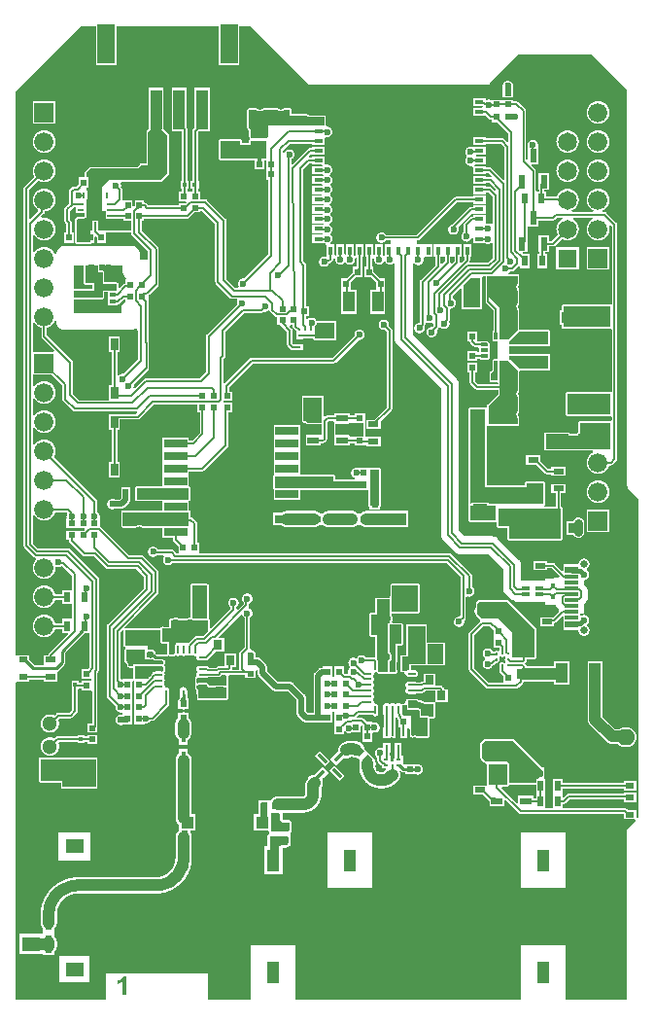
<source format=gtl>
G04*
G04 #@! TF.GenerationSoftware,Altium Limited,Altium Designer,21.9.2 (33)*
G04*
G04 Layer_Physical_Order=1*
G04 Layer_Color=255*
%FSLAX44Y44*%
%MOMM*%
G71*
G04*
G04 #@! TF.SameCoordinates,C1FE3FC6-A359-41CC-B4F4-00F3ECA3B637*
G04*
G04*
G04 #@! TF.FilePolarity,Positive*
G04*
G01*
G75*
%ADD10C,0.2000*%
%ADD11C,0.2500*%
%ADD13C,0.2540*%
%ADD15C,0.1500*%
%ADD17C,0.3000*%
%ADD21R,0.2500X0.5000*%
%ADD22R,0.5000X0.2500*%
%ADD23R,1.0000X1.8000*%
%ADD24R,1.0000X1.9500*%
%ADD25R,1.5000X1.2000*%
%ADD26R,1.1500X0.3000*%
%ADD27R,1.1500X0.6000*%
%ADD28R,0.6500X1.0500*%
%ADD29R,0.6000X0.5000*%
%ADD30R,1.0000X0.6000*%
%ADD31R,0.4000X0.3000*%
%ADD32R,1.2000X1.2000*%
%ADD33R,1.2000X1.2000*%
%ADD34R,2.0000X0.7000*%
%ADD39R,1.3000X0.9000*%
%ADD40R,0.9000X0.5000*%
%ADD41R,0.5000X0.6000*%
%ADD42O,0.8000X0.2500*%
%ADD43O,0.2500X0.8000*%
%ADD44R,0.4000X0.2000*%
%ADD45R,0.2000X0.6000*%
%ADD46R,0.7500X0.8500*%
G04:AMPARAMS|DCode=47|XSize=0.35mm|YSize=1mm|CornerRadius=0mm|HoleSize=0mm|Usage=FLASHONLY|Rotation=225.000|XOffset=0mm|YOffset=0mm|HoleType=Round|Shape=Rectangle|*
%AMROTATEDRECTD47*
4,1,4,-0.2298,0.4773,0.4773,-0.2298,0.2298,-0.4773,-0.4773,0.2298,-0.2298,0.4773,0.0*
%
%ADD47ROTATEDRECTD47*%

G04:AMPARAMS|DCode=48|XSize=0.35mm|YSize=1mm|CornerRadius=0mm|HoleSize=0mm|Usage=FLASHONLY|Rotation=315.000|XOffset=0mm|YOffset=0mm|HoleType=Round|Shape=Rectangle|*
%AMROTATEDRECTD48*
4,1,4,-0.4773,-0.2298,0.2298,0.4773,0.4773,0.2298,-0.2298,-0.4773,-0.4773,-0.2298,0.0*
%
%ADD48ROTATEDRECTD48*%

%ADD49R,0.5000X0.3500*%
%ADD50R,0.2750X0.2500*%
%ADD51R,0.2500X0.2750*%
%ADD52R,0.8000X0.5000*%
%ADD53R,2.0000X0.8000*%
%ADD54R,0.8000X1.2000*%
%ADD55R,0.6000X0.9000*%
%ADD56R,0.3000X0.4500*%
%ADD57R,0.4500X0.3000*%
%ADD58R,0.5500X0.5500*%
%ADD59R,0.5000X0.3000*%
%ADD60R,1.0000X3.5000*%
%ADD61R,1.5000X3.4000*%
%ADD62R,0.2500X0.5000*%
%ADD63R,0.6000X0.3000*%
%ADD64R,0.5000X0.5000*%
%ADD65R,0.8000X0.8000*%
%ADD66R,0.8000X0.4000*%
%ADD67R,0.4000X0.8000*%
%ADD68R,0.7000X0.3000*%
%ADD69R,2.2000X1.0500*%
%ADD70R,1.0500X1.0000*%
%ADD71R,0.9000X1.3000*%
%ADD72C,0.0254*%
%ADD73R,0.3000X0.4000*%
%ADD74R,0.5000X0.9000*%
%ADD75R,0.9000X0.6000*%
%ADD76R,0.6000X1.1500*%
%ADD77R,1.2000X0.8000*%
G04:AMPARAMS|DCode=78|XSize=0.5mm|YSize=0.6mm|CornerRadius=0mm|HoleSize=0mm|Usage=FLASHONLY|Rotation=135.000|XOffset=0mm|YOffset=0mm|HoleType=Round|Shape=Rectangle|*
%AMROTATEDRECTD78*
4,1,4,0.3889,0.0354,-0.0354,-0.3889,-0.3889,-0.0354,0.0354,0.3889,0.3889,0.0354,0.0*
%
%ADD78ROTATEDRECTD78*%

G04:AMPARAMS|DCode=141|XSize=2.1mm|YSize=1mm|CornerRadius=0.5mm|HoleSize=0mm|Usage=FLASHONLY|Rotation=180.000|XOffset=0mm|YOffset=0mm|HoleType=Round|Shape=RoundedRectangle|*
%AMROUNDEDRECTD141*
21,1,2.1000,0.0000,0,0,180.0*
21,1,1.1000,1.0000,0,0,180.0*
1,1,1.0000,-0.5500,0.0000*
1,1,1.0000,0.5500,0.0000*
1,1,1.0000,0.5500,0.0000*
1,1,1.0000,-0.5500,0.0000*
%
%ADD141ROUNDEDRECTD141*%
G04:AMPARAMS|DCode=142|XSize=1.8mm|YSize=1mm|CornerRadius=0.5mm|HoleSize=0mm|Usage=FLASHONLY|Rotation=180.000|XOffset=0mm|YOffset=0mm|HoleType=Round|Shape=RoundedRectangle|*
%AMROUNDEDRECTD142*
21,1,1.8000,0.0000,0,0,180.0*
21,1,0.8000,1.0000,0,0,180.0*
1,1,1.0000,-0.4000,0.0000*
1,1,1.0000,0.4000,0.0000*
1,1,1.0000,0.4000,0.0000*
1,1,1.0000,-0.4000,0.0000*
%
%ADD142ROUNDEDRECTD142*%
%ADD143C,0.6500*%
%ADD149C,1.0160*%
%ADD150R,2.0000X0.5000*%
%ADD151R,3.0000X0.5000*%
%ADD152R,3.8000X0.5000*%
%ADD153R,0.5000X3.0000*%
%ADD154R,2.4000X2.4000*%
%ADD155C,0.2450*%
%ADD156C,0.7500*%
%ADD157C,0.4000*%
%ADD158C,0.5000*%
%ADD159C,0.1844*%
%ADD160C,0.1524*%
%ADD161C,0.5080*%
%ADD162C,1.0000*%
%ADD163C,0.1778*%
%ADD164C,0.1473*%
%ADD165C,1.6500*%
%ADD166R,1.6500X1.6500*%
%ADD167P,1.4071X8X292.5*%
%ADD168C,1.3000*%
%ADD169O,1.6000X1.4000*%
%ADD170C,1.6764*%
%ADD171R,1.6764X1.6764*%
%ADD172C,0.6000*%
%ADD173C,0.5000*%
G36*
X-11331Y386169D02*
X-10491Y385607D01*
X-9500Y385410D01*
X144500D01*
X145491Y385607D01*
X146331Y386169D01*
X171419Y411256D01*
X235322Y411256D01*
X266100Y380479D01*
X266100Y380479D01*
X266415Y380164D01*
Y376104D01*
X266415Y35996D01*
X266612Y35004D01*
X267173Y34164D01*
X276410Y24927D01*
Y-252491D01*
X275798Y-252961D01*
X274529Y-252342D01*
Y-246226D01*
X267033D01*
X266577Y-245770D01*
X266477Y-245675D01*
X266372Y-245587D01*
X266262Y-245504D01*
X266148Y-245428D01*
X266030Y-245358D01*
X265908Y-245295D01*
X265783Y-245239D01*
X265655Y-245190D01*
X265524Y-245149D01*
X265391Y-245114D01*
X265256Y-245088D01*
X265120Y-245068D01*
X264984Y-245057D01*
X264846Y-245053D01*
X211075D01*
X210024Y-244524D01*
X210024Y-243783D01*
Y-240947D01*
X211500D01*
X211637Y-240943D01*
X211774Y-240932D01*
X211910Y-240912D01*
X212045Y-240886D01*
X212177Y-240851D01*
X212308Y-240810D01*
X212436Y-240761D01*
X212562Y-240705D01*
X212684Y-240642D01*
X212802Y-240572D01*
X212916Y-240496D01*
X213026Y-240413D01*
X213130Y-240325D01*
X213230Y-240230D01*
X216340Y-237120D01*
X263480D01*
Y-239274D01*
X274529D01*
Y-231226D01*
X263480D01*
Y-232226D01*
X215327D01*
X215189Y-232230D01*
X215053Y-232242D01*
X214917Y-232261D01*
X214782Y-232288D01*
X214649Y-232322D01*
X214519Y-232364D01*
X214390Y-232413D01*
X214265Y-232469D01*
X214143Y-232532D01*
X214025Y-232601D01*
X213911Y-232678D01*
X213801Y-232760D01*
X213696Y-232849D01*
X213596Y-232943D01*
X211294Y-235245D01*
X210024Y-234719D01*
Y-232794D01*
X210024Y-232476D01*
Y-231524D01*
X210024Y-231206D01*
Y-227947D01*
X263480D01*
Y-229112D01*
X274529D01*
Y-221064D01*
X263480D01*
Y-223053D01*
X210024D01*
Y-219476D01*
X201976D01*
Y-231206D01*
X201976Y-231524D01*
Y-232476D01*
X201976Y-232794D01*
Y-243783D01*
X201976Y-244524D01*
X200925Y-245053D01*
X196075D01*
X195024Y-244524D01*
Y-232476D01*
X195024D01*
Y-231524D01*
X195024D01*
Y-219476D01*
X194792D01*
X194024Y-218524D01*
Y-218133D01*
X194078Y-218078D01*
X194153Y-217999D01*
X194221Y-217914D01*
X194283Y-217824D01*
X194338Y-217731D01*
X194387Y-217633D01*
X194429Y-217533D01*
X194463Y-217430D01*
X194490Y-217324D01*
X194509Y-217217D01*
X194521Y-217109D01*
X194525Y-217000D01*
Y-212500D01*
X194521Y-212391D01*
X194509Y-212283D01*
X194490Y-212176D01*
X194463Y-212070D01*
X194429Y-211967D01*
X194387Y-211866D01*
X194338Y-211769D01*
X194283Y-211675D01*
X194221Y-211586D01*
X194153Y-211501D01*
X194078Y-211422D01*
X194024Y-211367D01*
Y-209476D01*
X192133D01*
X167578Y-184922D01*
X167499Y-184848D01*
X167414Y-184779D01*
X167325Y-184717D01*
X167231Y-184662D01*
X167134Y-184613D01*
X167033Y-184571D01*
X166930Y-184537D01*
X166824Y-184510D01*
X166717Y-184491D01*
X166609Y-184479D01*
X166500Y-184475D01*
X143000D01*
X142891Y-184479D01*
X142783Y-184491D01*
X142676Y-184510D01*
X142570Y-184537D01*
X142467Y-184571D01*
X142367Y-184613D01*
X142269Y-184662D01*
X142176Y-184717D01*
X142086Y-184779D01*
X142001Y-184848D01*
X141922Y-184922D01*
X138922Y-187922D01*
X138848Y-188001D01*
X138779Y-188086D01*
X138717Y-188176D01*
X138662Y-188269D01*
X138613Y-188367D01*
X138571Y-188467D01*
X138537Y-188570D01*
X138510Y-188676D01*
X138491Y-188783D01*
X138479Y-188891D01*
X138475Y-189000D01*
Y-201000D01*
X138479Y-201109D01*
X138491Y-201217D01*
X138510Y-201324D01*
X138537Y-201430D01*
X138571Y-201533D01*
X138613Y-201633D01*
X138662Y-201731D01*
X138717Y-201824D01*
X138779Y-201914D01*
X138848Y-201999D01*
X138922Y-202078D01*
X141922Y-205078D01*
X142001Y-205152D01*
X142086Y-205221D01*
X142176Y-205283D01*
X142269Y-205338D01*
X142367Y-205387D01*
X142467Y-205429D01*
X142570Y-205463D01*
X142676Y-205490D01*
X142783Y-205509D01*
X142891Y-205521D01*
X143000Y-205525D01*
X143398D01*
X143416Y-205532D01*
X143726Y-205681D01*
X143728Y-205682D01*
X144475Y-206500D01*
Y-223893D01*
X144168Y-224631D01*
X143522Y-224905D01*
X143394Y-224945D01*
X143247Y-224976D01*
X131976D01*
Y-233024D01*
X140563D01*
X145692Y-238152D01*
X145792Y-238247D01*
X145896Y-238335D01*
X146006Y-238418D01*
X146120Y-238494D01*
X146238Y-238564D01*
X146360Y-238627D01*
X146476Y-238678D01*
Y-243024D01*
X159524D01*
Y-238144D01*
X160697Y-237658D01*
X172270Y-249230D01*
X172369Y-249325D01*
X172474Y-249413D01*
X172584Y-249496D01*
X172698Y-249572D01*
X172816Y-249642D01*
X172938Y-249705D01*
X173064Y-249761D01*
X173192Y-249810D01*
X173323Y-249851D01*
X173456Y-249886D01*
X173590Y-249912D01*
X173726Y-249932D01*
X173863Y-249943D01*
X174000Y-249947D01*
X263480D01*
Y-254274D01*
X273268D01*
X273794Y-255544D01*
X267173Y-262167D01*
X266885Y-262599D01*
X266612Y-263007D01*
X266612Y-263008D01*
X266612Y-263008D01*
X266511Y-263516D01*
X266415Y-263998D01*
X266415Y-410000D01*
X266415Y-410000D01*
X266415Y-410000D01*
X266415Y-410281D01*
X266200Y-410799D01*
X265804Y-411196D01*
X265285Y-411410D01*
X265005Y-411410D01*
X265005Y-411410D01*
X265005Y-411410D01*
X212500D01*
Y-364000D01*
X173500D01*
Y-411410D01*
X-22500D01*
Y-364000D01*
X-61500D01*
Y-411410D01*
X-99000D01*
Y-389000D01*
X-188000D01*
Y-411410D01*
X-264877D01*
X-265574Y-411122D01*
X-266108Y-410588D01*
X-266396Y-409891D01*
Y-409514D01*
Y-135433D01*
X-265524Y-134524D01*
X-265126Y-134524D01*
X-254476D01*
Y-132787D01*
X-242024D01*
Y-134524D01*
X-229976D01*
X-229976Y-126715D01*
X-229970Y-126645D01*
X-229928Y-126435D01*
X-229778Y-125942D01*
X-229567Y-125375D01*
X-229489Y-125327D01*
X-229369Y-125245D01*
X-229254Y-125156D01*
X-229143Y-125062D01*
X-229038Y-124962D01*
X-224038Y-119963D01*
X-224038Y-119962D01*
X-223938Y-119857D01*
X-223843Y-119746D01*
X-223755Y-119631D01*
X-223673Y-119511D01*
X-223597Y-119388D01*
X-223528Y-119260D01*
X-223465Y-119129D01*
X-223409Y-118994D01*
X-223361Y-118857D01*
X-223320Y-118718D01*
X-223286Y-118577D01*
X-223259Y-118434D01*
X-223240Y-118290D01*
X-223229Y-118145D01*
X-223225Y-118000D01*
Y-109149D01*
X-206100Y-92024D01*
X-202476D01*
X-201947Y-93075D01*
Y-121986D01*
X-203937Y-123976D01*
X-209024D01*
Y-132024D01*
X-200735D01*
X-200149Y-133000D01*
X-200735Y-133976D01*
X-209024D01*
Y-135303D01*
X-211476D01*
Y-133976D01*
X-217524D01*
Y-141024D01*
X-217213D01*
Y-159253D01*
X-219514Y-161553D01*
X-229500D01*
X-229637Y-161557D01*
X-229774Y-161568D01*
X-229910Y-161588D01*
X-230044Y-161614D01*
X-230177Y-161649D01*
X-230308Y-161690D01*
X-230436Y-161739D01*
X-230562Y-161795D01*
X-230684Y-161858D01*
X-230802Y-161928D01*
X-230916Y-162004D01*
X-231026Y-162087D01*
X-231131Y-162175D01*
X-231230Y-162270D01*
X-232827Y-163866D01*
X-232969Y-163793D01*
X-233198Y-163686D01*
X-233429Y-163586D01*
X-233663Y-163493D01*
X-233901Y-163408D01*
X-234140Y-163330D01*
X-234382Y-163260D01*
X-234627Y-163197D01*
X-234873Y-163142D01*
X-235120Y-163095D01*
X-235369Y-163055D01*
X-235619Y-163023D01*
X-235870Y-163000D01*
X-236122Y-162984D01*
X-236374Y-162976D01*
X-236626D01*
X-236878Y-162984D01*
X-237130Y-163000D01*
X-237381Y-163023D01*
X-237631Y-163055D01*
X-237880Y-163095D01*
X-238127Y-163142D01*
X-238373Y-163197D01*
X-238618Y-163260D01*
X-238860Y-163330D01*
X-239099Y-163408D01*
X-239337Y-163493D01*
X-239571Y-163586D01*
X-239802Y-163686D01*
X-240030Y-163793D01*
X-240255Y-163908D01*
X-240476Y-164029D01*
X-240693Y-164158D01*
X-240906Y-164293D01*
X-241114Y-164434D01*
X-241318Y-164583D01*
X-241518Y-164737D01*
X-241712Y-164898D01*
X-241901Y-165065D01*
X-242085Y-165237D01*
X-242263Y-165415D01*
X-242435Y-165599D01*
X-242602Y-165788D01*
X-242763Y-165982D01*
X-242917Y-166182D01*
X-243066Y-166386D01*
X-243207Y-166594D01*
X-243342Y-166807D01*
X-243471Y-167024D01*
X-243592Y-167245D01*
X-243707Y-167470D01*
X-243814Y-167698D01*
X-243914Y-167929D01*
X-244007Y-168163D01*
X-244092Y-168401D01*
X-244170Y-168640D01*
X-244241Y-168882D01*
X-244303Y-169127D01*
X-244358Y-169373D01*
X-244405Y-169620D01*
X-244445Y-169869D01*
X-244477Y-170119D01*
X-244500Y-170370D01*
X-244516Y-170622D01*
X-244524Y-170874D01*
Y-171126D01*
X-244516Y-171378D01*
X-244500Y-171630D01*
X-244477Y-171881D01*
X-244445Y-172131D01*
X-244405Y-172380D01*
X-244358Y-172627D01*
X-244303Y-172873D01*
X-244241Y-173118D01*
X-244170Y-173360D01*
X-244092Y-173599D01*
X-244007Y-173837D01*
X-243914Y-174071D01*
X-243814Y-174302D01*
X-243707Y-174531D01*
X-243592Y-174755D01*
X-243471Y-174976D01*
X-243342Y-175193D01*
X-243207Y-175406D01*
X-243066Y-175614D01*
X-242917Y-175818D01*
X-242763Y-176018D01*
X-242602Y-176212D01*
X-242435Y-176401D01*
X-242263Y-176585D01*
X-242085Y-176763D01*
X-241901Y-176936D01*
X-241712Y-177102D01*
X-241518Y-177263D01*
X-241318Y-177418D01*
X-241114Y-177566D01*
X-240906Y-177707D01*
X-240693Y-177842D01*
X-240476Y-177971D01*
X-240255Y-178092D01*
X-240030Y-178207D01*
X-239802Y-178314D01*
X-239571Y-178414D01*
X-239337Y-178507D01*
X-239099Y-178592D01*
X-238860Y-178670D01*
X-238618Y-178741D01*
X-238373Y-178803D01*
X-238127Y-178858D01*
X-237880Y-178906D01*
X-237631Y-178945D01*
X-237381Y-178976D01*
X-237130Y-179000D01*
X-236878Y-179016D01*
X-236626Y-179024D01*
X-236374D01*
X-236122Y-179016D01*
X-235870Y-179000D01*
X-235619Y-178976D01*
X-235369Y-178945D01*
X-235120Y-178906D01*
X-234873Y-178858D01*
X-234627Y-178803D01*
X-234382Y-178741D01*
X-234140Y-178670D01*
X-233901Y-178592D01*
X-233663Y-178507D01*
X-233429Y-178414D01*
X-233198Y-178314D01*
X-232969Y-178207D01*
X-232745Y-178092D01*
X-232524Y-177971D01*
X-232307Y-177842D01*
X-232094Y-177707D01*
X-231886Y-177566D01*
X-231682Y-177418D01*
X-231482Y-177263D01*
X-231288Y-177102D01*
X-231099Y-176936D01*
X-230915Y-176763D01*
X-230737Y-176585D01*
X-230564Y-176401D01*
X-230398Y-176212D01*
X-230237Y-176018D01*
X-230082Y-175818D01*
X-229934Y-175614D01*
X-229793Y-175406D01*
X-229658Y-175193D01*
X-229529Y-174976D01*
X-229408Y-174755D01*
X-229293Y-174531D01*
X-229186Y-174302D01*
X-229086Y-174071D01*
X-228993Y-173837D01*
X-228908Y-173599D01*
X-228830Y-173360D01*
X-228759Y-173118D01*
X-228697Y-172873D01*
X-228642Y-172627D01*
X-228594Y-172380D01*
X-228555Y-172131D01*
X-228524Y-171881D01*
X-228500Y-171630D01*
X-228484Y-171378D01*
X-228476Y-171126D01*
Y-170874D01*
X-228484Y-170622D01*
X-228500Y-170370D01*
X-228524Y-170119D01*
X-228555Y-169869D01*
X-228594Y-169620D01*
X-228642Y-169373D01*
X-228697Y-169127D01*
X-228759Y-168882D01*
X-228830Y-168640D01*
X-228908Y-168401D01*
X-228993Y-168163D01*
X-229086Y-167929D01*
X-229186Y-167698D01*
X-229293Y-167470D01*
X-229366Y-167327D01*
X-228486Y-166447D01*
X-218500D01*
X-218363Y-166443D01*
X-218226Y-166432D01*
X-218090Y-166412D01*
X-217955Y-166386D01*
X-217823Y-166351D01*
X-217692Y-166310D01*
X-217564Y-166261D01*
X-217438Y-166205D01*
X-217316Y-166142D01*
X-217198Y-166072D01*
X-217084Y-165996D01*
X-216974Y-165913D01*
X-216870Y-165825D01*
X-216770Y-165730D01*
X-213036Y-161996D01*
X-212941Y-161897D01*
X-212853Y-161792D01*
X-212770Y-161682D01*
X-212694Y-161568D01*
X-212624Y-161450D01*
X-212561Y-161328D01*
X-212505Y-161203D01*
X-212456Y-161074D01*
X-212415Y-160944D01*
X-212380Y-160811D01*
X-212354Y-160676D01*
X-212334Y-160540D01*
X-212323Y-160403D01*
X-212319Y-160266D01*
Y-141024D01*
X-211476D01*
Y-140197D01*
X-209024D01*
Y-142024D01*
X-199976Y-142024D01*
X-199869Y-143250D01*
Y-170976D01*
X-204024D01*
Y-179024D01*
X-194976D01*
Y-173456D01*
X-194975Y-173422D01*
Y-126699D01*
X-194402Y-126125D01*
X-194307Y-126026D01*
X-194219Y-125921D01*
X-194136Y-125811D01*
X-194060Y-125697D01*
X-193990Y-125579D01*
X-193927Y-125457D01*
X-193871Y-125331D01*
X-193822Y-125203D01*
X-193781Y-125072D01*
X-193746Y-124940D01*
X-193720Y-124805D01*
X-193700Y-124669D01*
X-193689Y-124532D01*
X-193685Y-124395D01*
Y-45368D01*
X-193689Y-45231D01*
X-193700Y-45094D01*
X-193720Y-44958D01*
X-193746Y-44823D01*
X-193781Y-44691D01*
X-193822Y-44560D01*
X-193871Y-44432D01*
X-193927Y-44306D01*
X-193990Y-44184D01*
X-194060Y-44066D01*
X-194136Y-43952D01*
X-194219Y-43842D01*
X-194307Y-43738D01*
X-194402Y-43638D01*
X-219010Y-19030D01*
X-219109Y-18935D01*
X-219214Y-18847D01*
X-219324Y-18764D01*
X-219438Y-18688D01*
X-219556Y-18618D01*
X-219678Y-18555D01*
X-219804Y-18499D01*
X-219932Y-18450D01*
X-220063Y-18409D01*
X-220196Y-18374D01*
X-220330Y-18348D01*
X-220466Y-18328D01*
X-220603Y-18317D01*
X-220740Y-18313D01*
X-246726D01*
X-251053Y-13987D01*
Y9760D01*
X-250842Y9885D01*
X-249895Y10149D01*
X-249783Y10126D01*
X-249659Y9941D01*
X-249499Y9714D01*
X-249331Y9492D01*
X-249158Y9275D01*
X-248979Y9063D01*
X-248794Y8856D01*
X-248603Y8654D01*
X-248406Y8457D01*
X-248204Y8266D01*
X-247997Y8081D01*
X-247785Y7902D01*
X-247568Y7728D01*
X-247346Y7562D01*
X-247119Y7401D01*
X-246888Y7246D01*
X-246653Y7098D01*
X-246413Y6957D01*
X-246170Y6823D01*
X-245923Y6695D01*
X-245673Y6575D01*
X-245419Y6461D01*
X-245163Y6355D01*
X-244903Y6256D01*
X-244641Y6164D01*
X-244376Y6080D01*
X-244109Y6003D01*
X-243840Y5933D01*
X-243569Y5871D01*
X-243296Y5817D01*
X-243022Y5771D01*
X-242747Y5732D01*
X-242471Y5701D01*
X-242194Y5677D01*
X-241917Y5662D01*
X-241639Y5654D01*
X-241361D01*
X-241083Y5662D01*
X-240806Y5677D01*
X-240529Y5701D01*
X-240253Y5732D01*
X-239978Y5771D01*
X-239704Y5817D01*
X-239431Y5871D01*
X-239160Y5933D01*
X-238891Y6003D01*
X-238624Y6080D01*
X-238359Y6164D01*
X-238097Y6256D01*
X-237838Y6355D01*
X-237581Y6461D01*
X-237327Y6575D01*
X-237077Y6695D01*
X-236830Y6823D01*
X-236587Y6957D01*
X-236347Y7098D01*
X-236112Y7246D01*
X-235881Y7401D01*
X-235654Y7562D01*
X-235432Y7728D01*
X-235215Y7902D01*
X-235003Y8081D01*
X-234796Y8266D01*
X-234594Y8457D01*
X-234397Y8654D01*
X-234206Y8856D01*
X-234021Y9063D01*
X-233842Y9275D01*
X-233668Y9492D01*
X-233501Y9714D01*
X-233341Y9941D01*
X-233186Y10172D01*
X-233038Y10407D01*
X-232897Y10647D01*
X-232763Y10890D01*
X-232635Y11137D01*
X-232515Y11387D01*
X-232401Y11641D01*
X-232295Y11897D01*
X-232196Y12157D01*
X-232104Y12419D01*
X-232020Y12684D01*
X-231956Y12905D01*
X-221788D01*
X-221471Y12586D01*
X-220974Y11906D01*
X-221013Y11860D01*
X-221127Y11713D01*
X-221236Y11561D01*
X-221339Y11404D01*
X-221434Y11243D01*
X-221523Y11079D01*
X-221605Y10911D01*
X-221681Y10740D01*
X-221749Y10565D01*
X-221809Y10388D01*
X-221863Y10209D01*
X-221908Y10028D01*
X-221947Y9845D01*
X-221978Y9660D01*
X-222001Y9475D01*
X-222016Y9288D01*
X-222024Y9101D01*
Y8914D01*
X-222016Y8727D01*
X-222001Y8541D01*
X-221978Y8356D01*
X-221967Y8294D01*
X-222024Y7024D01*
X-222024Y7024D01*
Y-1024D01*
X-212976D01*
Y-1024D01*
X-212024D01*
Y-1024D01*
X-206416D01*
X-205906Y-2195D01*
X-206539Y-2976D01*
X-212024D01*
Y-2976D01*
X-212976D01*
Y-2976D01*
X-222024D01*
Y-11024D01*
X-219947D01*
Y-12000D01*
X-219943Y-12137D01*
X-219932Y-12274D01*
X-219912Y-12410D01*
X-219886Y-12544D01*
X-219851Y-12677D01*
X-219810Y-12808D01*
X-219761Y-12936D01*
X-219705Y-13062D01*
X-219642Y-13184D01*
X-219572Y-13302D01*
X-219496Y-13416D01*
X-219413Y-13526D01*
X-219325Y-13630D01*
X-219230Y-13730D01*
X-208230Y-24730D01*
X-208130Y-24825D01*
X-208026Y-24913D01*
X-207916Y-24996D01*
X-207802Y-25072D01*
X-207684Y-25142D01*
X-207562Y-25205D01*
X-207436Y-25261D01*
X-207308Y-25310D01*
X-207177Y-25351D01*
X-207045Y-25386D01*
X-206910Y-25412D01*
X-206774Y-25432D01*
X-206637Y-25443D01*
X-206500Y-25447D01*
X-198212D01*
X-187929Y-35730D01*
X-187829Y-35825D01*
X-187724Y-35913D01*
X-187614Y-35996D01*
X-187500Y-36072D01*
X-187382Y-36142D01*
X-187260Y-36205D01*
X-187135Y-36261D01*
X-187006Y-36310D01*
X-186876Y-36351D01*
X-186743Y-36386D01*
X-186608Y-36412D01*
X-186472Y-36432D01*
X-186336Y-36443D01*
X-186198Y-36447D01*
X-161054D01*
X-154447Y-43054D01*
Y-52906D01*
X-154810Y-53269D01*
X-154810Y-53270D01*
X-186242Y-84701D01*
X-186336Y-84801D01*
X-186425Y-84906D01*
X-186507Y-85015D01*
X-186583Y-85129D01*
X-186653Y-85248D01*
X-186716Y-85370D01*
X-186772Y-85495D01*
X-186821Y-85623D01*
X-186863Y-85754D01*
X-186897Y-85887D01*
X-186924Y-86021D01*
X-186943Y-86157D01*
X-186955Y-86294D01*
X-186959Y-86431D01*
Y-147184D01*
X-186955Y-147322D01*
X-186943Y-147458D01*
X-186924Y-147594D01*
X-186897Y-147729D01*
X-186863Y-147862D01*
X-186821Y-147993D01*
X-186772Y-148121D01*
X-186716Y-148246D01*
X-186653Y-148368D01*
X-186583Y-148486D01*
X-186507Y-148601D01*
X-186425Y-148710D01*
X-186336Y-148815D01*
X-186242Y-148915D01*
X-179116Y-156040D01*
X-179142Y-156164D01*
X-179173Y-156349D01*
X-179196Y-156534D01*
X-179211Y-156721D01*
X-179219Y-156908D01*
Y-157094D01*
X-179211Y-157281D01*
X-179196Y-157468D01*
X-179173Y-157653D01*
X-179142Y-157838D01*
X-179104Y-158021D01*
X-179058Y-158202D01*
X-179004Y-158382D01*
X-178944Y-158558D01*
X-178876Y-158733D01*
X-178800Y-158904D01*
X-178718Y-159072D01*
X-178629Y-159236D01*
X-178533Y-159397D01*
X-178431Y-159554D01*
X-178323Y-159706D01*
X-178208Y-159853D01*
X-178087Y-159996D01*
X-177960Y-160134D01*
X-177828Y-160266D01*
X-177690Y-160393D01*
X-177547Y-160514D01*
X-177400Y-160629D01*
X-177248Y-160737D01*
X-177091Y-160840D01*
X-176930Y-160935D01*
X-176766Y-161024D01*
X-176598Y-161106D01*
X-176427Y-161182D01*
X-176252Y-161250D01*
X-176075Y-161310D01*
X-175896Y-161364D01*
X-175715Y-161409D01*
X-175532Y-161448D01*
X-175347Y-161479D01*
X-175162Y-161502D01*
X-174975Y-161517D01*
X-174788Y-161525D01*
X-174601D01*
X-174415Y-161517D01*
X-174228Y-161502D01*
X-174043Y-161479D01*
X-173981Y-161468D01*
X-173445Y-161492D01*
X-173049Y-162781D01*
X-173732Y-163396D01*
X-174014D01*
X-174170Y-163399D01*
X-174228Y-163392D01*
X-174415Y-163377D01*
X-174601Y-163369D01*
X-174789D01*
X-174975Y-163377D01*
X-175162Y-163392D01*
X-175347Y-163415D01*
X-175532Y-163446D01*
X-175715Y-163484D01*
X-175896Y-163530D01*
X-176075Y-163584D01*
X-176252Y-163645D01*
X-176427Y-163713D01*
X-176598Y-163788D01*
X-176766Y-163870D01*
X-176931Y-163959D01*
X-177091Y-164055D01*
X-177248Y-164157D01*
X-177400Y-164265D01*
X-177547Y-164380D01*
X-177690Y-164501D01*
X-177828Y-164628D01*
X-177960Y-164760D01*
X-178087Y-164898D01*
X-178208Y-165040D01*
X-178323Y-165188D01*
X-178431Y-165340D01*
X-178533Y-165497D01*
X-178629Y-165658D01*
X-178718Y-165822D01*
X-178800Y-165990D01*
X-178876Y-166161D01*
X-178944Y-166336D01*
X-179004Y-166513D01*
X-179058Y-166692D01*
X-179104Y-166873D01*
X-179142Y-167056D01*
X-179173Y-167241D01*
X-179196Y-167426D01*
X-179211Y-167613D01*
X-179219Y-167799D01*
Y-167987D01*
X-179211Y-168173D01*
X-179196Y-168360D01*
X-179173Y-168545D01*
X-179142Y-168730D01*
X-179104Y-168913D01*
X-179058Y-169094D01*
X-179004Y-169273D01*
X-178944Y-169450D01*
X-178876Y-169625D01*
X-178800Y-169796D01*
X-178718Y-169964D01*
X-178629Y-170128D01*
X-178533Y-170289D01*
X-178431Y-170446D01*
X-178323Y-170598D01*
X-178208Y-170746D01*
X-178087Y-170888D01*
X-177960Y-171026D01*
X-177828Y-171158D01*
X-177690Y-171285D01*
X-177547Y-171406D01*
X-177400Y-171521D01*
X-177248Y-171629D01*
X-177091Y-171731D01*
X-176931Y-171827D01*
X-176766Y-171916D01*
X-176598Y-171998D01*
X-176427Y-172073D01*
X-176252Y-172141D01*
X-176075Y-172202D01*
X-175896Y-172256D01*
X-175715Y-172302D01*
X-175532Y-172340D01*
X-175347Y-172371D01*
X-175162Y-172394D01*
X-174975Y-172409D01*
X-174789Y-172417D01*
X-174601D01*
X-174415Y-172409D01*
X-174228Y-172394D01*
X-174043Y-172371D01*
X-173858Y-172340D01*
X-173675Y-172302D01*
X-173494Y-172256D01*
X-173314Y-172202D01*
X-173138Y-172141D01*
X-172963Y-172073D01*
X-172792Y-171998D01*
X-172624Y-171916D01*
X-172460Y-171827D01*
X-172299Y-171731D01*
X-172142Y-171629D01*
X-171998Y-171526D01*
X-168727D01*
X-168682Y-171525D01*
X-164663D01*
Y-167992D01*
X-164657Y-167952D01*
X-164638Y-167775D01*
X-164626Y-167598D01*
X-164622Y-167421D01*
Y-167001D01*
X-164626Y-166824D01*
X-164638Y-166647D01*
X-164657Y-166470D01*
X-164663Y-166430D01*
Y-162795D01*
X-164663Y-161525D01*
X-164663Y-161207D01*
Y-152477D01*
X-164663D01*
Y-151525D01*
X-164663D01*
Y-142477D01*
X-164663D01*
Y-141525D01*
X-164663D01*
Y-134546D01*
X-163450Y-133822D01*
X-162711Y-134277D01*
Y-141525D01*
X-162711Y-141525D01*
Y-142477D01*
X-162711D01*
X-162711Y-142795D01*
Y-151525D01*
X-162711D01*
Y-152477D01*
X-162711D01*
Y-161207D01*
X-162711Y-162477D01*
X-162711Y-162795D01*
Y-171525D01*
X-154663D01*
Y-171525D01*
X-153622Y-170921D01*
X-153393Y-170880D01*
X-153331Y-170891D01*
X-153146Y-170914D01*
X-152959Y-170929D01*
X-152773Y-170937D01*
X-152585D01*
X-152399Y-170929D01*
X-152212Y-170914D01*
X-152027Y-170891D01*
X-151842Y-170860D01*
X-151659Y-170821D01*
X-151478Y-170776D01*
X-151299Y-170722D01*
X-151122Y-170662D01*
X-150947Y-170593D01*
X-150776Y-170518D01*
X-150608Y-170436D01*
X-150444Y-170347D01*
X-150283Y-170252D01*
X-150126Y-170149D01*
X-149974Y-170040D01*
X-149826Y-169926D01*
X-149684Y-169805D01*
X-149546Y-169678D01*
X-149414Y-169546D01*
X-149287Y-169408D01*
X-149166Y-169265D01*
X-149052Y-169118D01*
X-148943Y-168966D01*
X-148874Y-168860D01*
X-147413D01*
X-147276Y-168856D01*
X-147139Y-168845D01*
X-147003Y-168825D01*
X-146868Y-168799D01*
X-146735Y-168764D01*
X-146605Y-168723D01*
X-146476Y-168674D01*
X-146351Y-168618D01*
X-146229Y-168555D01*
X-146111Y-168485D01*
X-145997Y-168409D01*
X-145887Y-168326D01*
X-145782Y-168238D01*
X-145683Y-168143D01*
X-133457Y-155917D01*
X-133362Y-155818D01*
X-133274Y-155713D01*
X-133191Y-155603D01*
X-133115Y-155489D01*
X-133045Y-155371D01*
X-132982Y-155249D01*
X-132926Y-155124D01*
X-132877Y-154995D01*
X-132836Y-154865D01*
X-132801Y-154732D01*
X-132775Y-154597D01*
X-132755Y-154461D01*
X-132744Y-154324D01*
X-132740Y-154187D01*
Y-149308D01*
X-132715Y-149261D01*
X-132652Y-149130D01*
X-132596Y-148995D01*
X-132548Y-148858D01*
X-132507Y-148719D01*
X-132473Y-148578D01*
X-132446Y-148435D01*
X-132427Y-148291D01*
X-132416Y-148146D01*
X-132412Y-148001D01*
Y-142501D01*
X-132416Y-142356D01*
X-132427Y-142211D01*
X-132446Y-142067D01*
X-132473Y-141924D01*
X-132507Y-141783D01*
X-132548Y-141643D01*
X-132596Y-141507D01*
X-132652Y-141372D01*
X-132715Y-141241D01*
X-132784Y-141114D01*
X-132860Y-140990D01*
X-132942Y-140870D01*
X-133031Y-140755D01*
X-133125Y-140644D01*
X-133225Y-140539D01*
X-133330Y-140439D01*
X-133441Y-140344D01*
X-133556Y-140256D01*
X-133676Y-140174D01*
X-133800Y-140098D01*
X-133927Y-140028D01*
X-134058Y-139966D01*
X-134193Y-139910D01*
X-134330Y-139862D01*
X-134469Y-139821D01*
X-134610Y-139787D01*
X-134753Y-139760D01*
X-134897Y-139741D01*
X-135042Y-139730D01*
X-135187Y-139726D01*
X-135332Y-139730D01*
X-135339Y-139730D01*
X-135679Y-139582D01*
X-135745Y-139539D01*
X-135972Y-139345D01*
X-136031Y-139286D01*
X-136226Y-139059D01*
X-136268Y-138993D01*
X-136417Y-138653D01*
X-136416Y-138646D01*
X-136412Y-138501D01*
X-136416Y-138356D01*
X-136427Y-138211D01*
X-136446Y-138067D01*
X-136473Y-137924D01*
X-136507Y-137783D01*
X-136548Y-137643D01*
X-136596Y-137507D01*
X-136652Y-137372D01*
X-136714Y-137241D01*
X-136784Y-137114D01*
X-136860Y-136990D01*
X-136942Y-136870D01*
X-136945Y-136867D01*
X-137085Y-136610D01*
X-137180Y-136356D01*
X-137225Y-136118D01*
Y-135884D01*
X-137180Y-135646D01*
X-137085Y-135392D01*
X-136945Y-135135D01*
X-136942Y-135132D01*
X-136860Y-135012D01*
X-136784Y-134888D01*
X-136714Y-134761D01*
X-136652Y-134630D01*
X-136596Y-134495D01*
X-136548Y-134359D01*
X-136507Y-134219D01*
X-136473Y-134078D01*
X-136446Y-133935D01*
X-136427Y-133791D01*
X-136416Y-133646D01*
X-136412Y-133501D01*
X-136416Y-133356D01*
X-136427Y-133211D01*
X-136446Y-133067D01*
X-136473Y-132924D01*
X-136507Y-132783D01*
X-136548Y-132643D01*
X-136596Y-132507D01*
X-136652Y-132372D01*
X-136714Y-132241D01*
X-136784Y-132114D01*
X-136860Y-131990D01*
X-136942Y-131870D01*
X-136945Y-131867D01*
X-137085Y-131610D01*
X-137180Y-131356D01*
X-137225Y-131118D01*
Y-130884D01*
X-137180Y-130646D01*
X-137085Y-130392D01*
X-136945Y-130135D01*
X-136942Y-130132D01*
X-136860Y-130012D01*
X-136784Y-129888D01*
X-136714Y-129761D01*
X-136652Y-129630D01*
X-136596Y-129495D01*
X-136548Y-129359D01*
X-136507Y-129219D01*
X-136473Y-129078D01*
X-136446Y-128935D01*
X-136427Y-128791D01*
X-136416Y-128646D01*
X-136412Y-128501D01*
X-136416Y-128356D01*
X-136427Y-128211D01*
X-136446Y-128067D01*
X-136473Y-127924D01*
X-136507Y-127783D01*
X-136548Y-127643D01*
X-136596Y-127507D01*
X-136652Y-127372D01*
X-136714Y-127241D01*
X-136784Y-127114D01*
X-136860Y-126990D01*
X-136942Y-126870D01*
X-136980Y-126464D01*
X-136969Y-126406D01*
X-136879Y-126267D01*
X-136843Y-126232D01*
X-136843Y-126232D01*
X-136807Y-126196D01*
X-136805Y-126194D01*
X-136802Y-126191D01*
X-136767Y-126151D01*
X-136735Y-126115D01*
X-136697Y-126068D01*
X-136693Y-126063D01*
X-136689Y-126059D01*
X-136660Y-126020D01*
X-136630Y-125982D01*
X-136627Y-125976D01*
X-136623Y-125971D01*
X-136598Y-125932D01*
X-136571Y-125891D01*
X-136567Y-125885D01*
X-136564Y-125880D01*
X-136444Y-125679D01*
X-136422Y-125640D01*
X-136401Y-125602D01*
X-136396Y-125593D01*
X-136391Y-125584D01*
X-136373Y-125543D01*
X-136354Y-125504D01*
X-136288Y-125352D01*
X-136274Y-125316D01*
X-136258Y-125278D01*
X-136254Y-125264D01*
X-136248Y-125251D01*
X-136237Y-125213D01*
X-136224Y-125175D01*
X-136220Y-125161D01*
X-136216Y-125147D01*
X-136207Y-125108D01*
X-136197Y-125069D01*
X-136194Y-125055D01*
X-136191Y-125041D01*
X-136185Y-125002D01*
X-136178Y-124962D01*
X-136176Y-124948D01*
X-136174Y-124934D01*
X-136170Y-124894D01*
X-136166Y-124854D01*
X-136165Y-124840D01*
X-136164Y-124825D01*
X-136164Y-124785D01*
X-136162Y-124745D01*
Y-122257D01*
X-136164Y-122217D01*
X-136164Y-122177D01*
X-136165Y-122162D01*
X-136166Y-122148D01*
X-136170Y-122108D01*
X-136174Y-122069D01*
X-136176Y-122054D01*
X-136178Y-122040D01*
X-136185Y-122000D01*
X-136191Y-121961D01*
X-136194Y-121947D01*
X-136197Y-121933D01*
X-136207Y-121894D01*
X-136216Y-121855D01*
X-136220Y-121841D01*
X-136224Y-121827D01*
X-136236Y-121789D01*
X-136248Y-121751D01*
X-136254Y-121738D01*
X-136258Y-121724D01*
X-136273Y-121687D01*
X-136288Y-121650D01*
X-136354Y-121498D01*
X-136373Y-121459D01*
X-136391Y-121418D01*
X-136396Y-121409D01*
X-136401Y-121400D01*
X-136423Y-121362D01*
X-136444Y-121323D01*
X-136564Y-121122D01*
X-136567Y-121116D01*
X-136571Y-121111D01*
X-136596Y-121072D01*
X-136623Y-121030D01*
X-136627Y-121025D01*
X-136630Y-121020D01*
X-136660Y-120982D01*
X-136689Y-120943D01*
X-136748Y-120830D01*
X-136799Y-120597D01*
X-136797Y-120409D01*
X-136753Y-120232D01*
X-136653Y-120021D01*
X-136632Y-119990D01*
X-136610Y-119960D01*
X-136595Y-119938D01*
X-136575Y-119905D01*
X-136554Y-119872D01*
X-136546Y-119859D01*
X-136538Y-119845D01*
X-136520Y-119811D01*
X-136502Y-119777D01*
X-136325Y-119425D01*
X-136313Y-119399D01*
X-136300Y-119373D01*
X-136290Y-119350D01*
X-136279Y-119326D01*
X-136269Y-119299D01*
X-136258Y-119273D01*
X-136250Y-119248D01*
X-136241Y-119224D01*
X-136233Y-119197D01*
X-136224Y-119169D01*
X-136217Y-119145D01*
X-136210Y-119120D01*
X-136204Y-119092D01*
X-136197Y-119064D01*
X-136192Y-119039D01*
X-136187Y-119013D01*
X-136183Y-118985D01*
X-136178Y-118957D01*
X-136175Y-118931D01*
X-136171Y-118906D01*
X-136169Y-118877D01*
X-136166Y-118849D01*
X-136165Y-118823D01*
X-136163Y-118797D01*
X-136163Y-118769D01*
X-136162Y-118740D01*
Y-117257D01*
X-136164Y-117217D01*
X-136164Y-117177D01*
X-136165Y-117162D01*
X-136166Y-117148D01*
X-136170Y-117108D01*
X-136174Y-117069D01*
X-136176Y-117054D01*
X-136178Y-117040D01*
X-136185Y-117000D01*
X-136191Y-116961D01*
X-136194Y-116947D01*
X-136197Y-116933D01*
X-136207Y-116894D01*
X-136216Y-116855D01*
X-136220Y-116841D01*
X-136224Y-116827D01*
X-136236Y-116789D01*
X-136248Y-116751D01*
X-136254Y-116738D01*
X-136258Y-116724D01*
X-136273Y-116687D01*
X-136288Y-116650D01*
X-136354Y-116498D01*
X-136373Y-116459D01*
X-136391Y-116418D01*
X-136396Y-116409D01*
X-136401Y-116400D01*
X-136423Y-116362D01*
X-136444Y-116323D01*
X-136564Y-116122D01*
X-136567Y-116116D01*
X-136571Y-116111D01*
X-136596Y-116072D01*
X-136623Y-116031D01*
X-136627Y-116025D01*
X-136630Y-116020D01*
X-136660Y-115982D01*
X-136689Y-115943D01*
X-136693Y-115939D01*
X-136697Y-115934D01*
X-136735Y-115887D01*
X-136768Y-115849D01*
X-136802Y-115811D01*
X-136805Y-115809D01*
X-136807Y-115806D01*
X-136845Y-115769D01*
X-136879Y-115735D01*
X-136906Y-115710D01*
X-136932Y-115688D01*
X-136958Y-115665D01*
X-136974Y-115652D01*
X-136989Y-115639D01*
X-137016Y-115619D01*
X-137043Y-115598D01*
X-137564Y-115220D01*
X-137606Y-115192D01*
X-137649Y-115163D01*
X-137652Y-115162D01*
X-137654Y-115160D01*
X-137700Y-115133D01*
X-137743Y-115108D01*
X-137746Y-115107D01*
X-137749Y-115106D01*
X-137795Y-115083D01*
X-137841Y-115061D01*
X-138258Y-114876D01*
X-138263Y-114874D01*
X-138267Y-114872D01*
X-138315Y-114853D01*
X-138359Y-114835D01*
X-138364Y-114834D01*
X-138369Y-114832D01*
X-138416Y-114817D01*
X-138463Y-114802D01*
X-138468Y-114801D01*
X-138472Y-114799D01*
X-138519Y-114788D01*
X-138569Y-114776D01*
X-138574Y-114775D01*
X-138579Y-114774D01*
X-138625Y-114767D01*
X-138676Y-114758D01*
X-138681Y-114757D01*
X-138686Y-114757D01*
X-138733Y-114753D01*
X-138785Y-114748D01*
X-138790Y-114747D01*
X-138794Y-114747D01*
X-138875Y-114743D01*
X-138923Y-114742D01*
X-138968Y-114740D01*
X-138975Y-114741D01*
X-138984Y-114741D01*
X-139031Y-114743D01*
X-139076Y-114745D01*
X-139122Y-114749D01*
X-139207Y-114751D01*
X-144665D01*
X-144666Y-114751D01*
X-144752Y-114749D01*
X-144818Y-114744D01*
X-144883Y-114735D01*
X-144946Y-114723D01*
X-145010Y-114708D01*
X-145073Y-114689D01*
X-145135Y-114667D01*
X-145195Y-114642D01*
X-145254Y-114614D01*
X-145312Y-114583D01*
X-145368Y-114549D01*
X-145421Y-114512D01*
X-145473Y-114472D01*
X-145523Y-114430D01*
X-145570Y-114385D01*
X-145615Y-114337D01*
X-145626Y-114325D01*
X-145630Y-114320D01*
X-145633Y-114316D01*
X-145666Y-114281D01*
X-145700Y-114244D01*
X-145704Y-114241D01*
X-145708Y-114236D01*
X-145846Y-114098D01*
X-145878Y-114068D01*
X-145909Y-114039D01*
X-145917Y-114032D01*
X-145926Y-114024D01*
X-145961Y-113996D01*
X-145992Y-113969D01*
X-146001Y-113963D01*
X-146011Y-113955D01*
X-146046Y-113931D01*
X-146081Y-113906D01*
X-146091Y-113900D01*
X-146100Y-113893D01*
X-146137Y-113871D01*
X-146173Y-113849D01*
X-146184Y-113844D01*
X-146194Y-113838D01*
X-146232Y-113819D01*
X-146270Y-113799D01*
X-146281Y-113794D01*
X-146291Y-113789D01*
X-146331Y-113772D01*
X-146370Y-113756D01*
X-146381Y-113752D01*
X-146392Y-113747D01*
X-146432Y-113734D01*
X-146473Y-113720D01*
X-146484Y-113716D01*
X-146495Y-113713D01*
X-146536Y-113702D01*
X-146578Y-113691D01*
X-146589Y-113689D01*
X-146600Y-113686D01*
X-146644Y-113678D01*
X-146685Y-113670D01*
X-146696Y-113669D01*
X-146707Y-113667D01*
X-146752Y-113662D01*
X-146793Y-113657D01*
X-146804Y-113656D01*
X-146816Y-113655D01*
X-146860Y-113653D01*
X-146902Y-113651D01*
X-146913Y-113652D01*
X-146924Y-113651D01*
X-146968Y-113653D01*
X-147010Y-113654D01*
X-147021Y-113655D01*
X-147033Y-113655D01*
X-147078Y-113660D01*
X-147119Y-113664D01*
X-147130Y-113666D01*
X-147142Y-113667D01*
X-147185Y-113674D01*
X-147226Y-113681D01*
X-147237Y-113684D01*
X-147249Y-113686D01*
X-147291Y-113697D01*
X-147332Y-113707D01*
X-147343Y-113710D01*
X-147354Y-113713D01*
X-147395Y-113726D01*
X-147436Y-113739D01*
X-147447Y-113744D01*
X-147458Y-113747D01*
X-147497Y-113764D01*
X-147537Y-113780D01*
X-147612Y-113813D01*
X-147728Y-113858D01*
X-147845Y-113898D01*
X-147964Y-113933D01*
X-148084Y-113964D01*
X-148205Y-113989D01*
X-148327Y-114009D01*
X-148451Y-114025D01*
X-148574Y-114035D01*
X-148698Y-114040D01*
X-148822D01*
X-148946Y-114035D01*
X-149069Y-114025D01*
X-149192Y-114009D01*
X-149315Y-113989D01*
X-149436Y-113964D01*
X-149557Y-113933D01*
X-149675Y-113898D01*
X-149792Y-113858D01*
X-149908Y-113813D01*
X-150022Y-113763D01*
X-150133Y-113708D01*
X-150222Y-113660D01*
X-150270Y-113636D01*
X-150314Y-113614D01*
X-150317Y-113613D01*
X-150320Y-113611D01*
X-150366Y-113592D01*
X-150415Y-113572D01*
X-150418Y-113571D01*
X-150420Y-113570D01*
X-150468Y-113555D01*
X-150518Y-113538D01*
X-150521Y-113537D01*
X-150524Y-113536D01*
X-150573Y-113524D01*
X-150624Y-113511D01*
X-150627Y-113510D01*
X-150629Y-113510D01*
X-150679Y-113501D01*
X-150731Y-113491D01*
X-150734Y-113491D01*
X-150737Y-113491D01*
X-150788Y-113485D01*
X-150839Y-113480D01*
X-150842Y-113480D01*
X-150845Y-113479D01*
X-150895Y-113478D01*
X-150948Y-113476D01*
X-152162D01*
Y-109168D01*
X-151387Y-108475D01*
X-151270Y-108417D01*
X-151069Y-108327D01*
X-150970Y-108310D01*
X-150927Y-108322D01*
X-150913Y-108326D01*
X-150899Y-108330D01*
X-150861Y-108339D01*
X-150822Y-108349D01*
X-150807Y-108352D01*
X-150793Y-108356D01*
X-150754Y-108362D01*
X-150715Y-108369D01*
X-150700Y-108371D01*
X-150686Y-108373D01*
X-150647Y-108377D01*
X-150607Y-108381D01*
X-150592Y-108382D01*
X-150577Y-108383D01*
X-150537Y-108384D01*
X-150498Y-108386D01*
X-150484Y-108385D01*
X-150468Y-108385D01*
X-150427Y-108383D01*
X-150389Y-108382D01*
X-150375Y-108381D01*
X-150360Y-108380D01*
X-150319Y-108375D01*
X-150281Y-108371D01*
X-150267Y-108368D01*
X-150252Y-108367D01*
X-150212Y-108359D01*
X-150174Y-108352D01*
X-150159Y-108349D01*
X-150145Y-108346D01*
X-150107Y-108335D01*
X-150068Y-108326D01*
X-150054Y-108321D01*
X-150040Y-108317D01*
X-150002Y-108304D01*
X-149965Y-108292D01*
X-149951Y-108286D01*
X-149937Y-108281D01*
X-149792Y-108225D01*
X-149675Y-108184D01*
X-149556Y-108149D01*
X-149436Y-108119D01*
X-149315Y-108093D01*
X-149192Y-108073D01*
X-149069Y-108057D01*
X-148946Y-108047D01*
X-148822Y-108042D01*
X-148698D01*
X-148574Y-108047D01*
X-148451Y-108057D01*
X-148327Y-108073D01*
X-148205Y-108093D01*
X-148084Y-108119D01*
X-147963Y-108149D01*
X-147845Y-108184D01*
X-147728Y-108225D01*
X-147612Y-108270D01*
X-147498Y-108320D01*
X-147387Y-108374D01*
X-147278Y-108433D01*
X-147171Y-108497D01*
X-147067Y-108564D01*
X-146967Y-108636D01*
X-146869Y-108713D01*
X-146774Y-108793D01*
X-146683Y-108877D01*
X-146595Y-108964D01*
X-146511Y-109055D01*
X-146432Y-109150D01*
X-146355Y-109248D01*
X-146283Y-109349D01*
X-146215Y-109453D01*
X-146152Y-109559D01*
X-146093Y-109668D01*
X-146039Y-109779D01*
X-145988Y-109894D01*
X-145943Y-110009D01*
X-145903Y-110126D01*
X-145877Y-110216D01*
X-145860Y-110264D01*
X-145844Y-110313D01*
X-145843Y-110316D01*
X-145842Y-110319D01*
X-145823Y-110364D01*
X-145802Y-110414D01*
X-145801Y-110417D01*
X-145800Y-110419D01*
X-145778Y-110463D01*
X-145753Y-110511D01*
X-145752Y-110514D01*
X-145751Y-110516D01*
X-145724Y-110561D01*
X-145698Y-110605D01*
X-145696Y-110607D01*
X-145695Y-110610D01*
X-145664Y-110654D01*
X-145636Y-110694D01*
X-145634Y-110696D01*
X-145632Y-110699D01*
X-145600Y-110739D01*
X-145568Y-110779D01*
X-145565Y-110781D01*
X-145564Y-110783D01*
X-145530Y-110819D01*
X-145493Y-110859D01*
X-144548Y-111804D01*
X-144468Y-111879D01*
X-144383Y-111947D01*
X-144294Y-112009D01*
X-144200Y-112065D01*
X-144103Y-112113D01*
X-144002Y-112155D01*
X-143899Y-112189D01*
X-143793Y-112216D01*
X-143686Y-112235D01*
X-143578Y-112247D01*
X-143469Y-112251D01*
X-139207D01*
X-139122Y-112253D01*
X-139056Y-112258D01*
X-138991Y-112267D01*
X-138928Y-112279D01*
X-138863Y-112294D01*
X-138801Y-112313D01*
X-138739Y-112335D01*
X-138679Y-112360D01*
X-138642Y-112377D01*
X-138630Y-112382D01*
X-138618Y-112388D01*
X-138580Y-112404D01*
X-138542Y-112421D01*
X-138530Y-112425D01*
X-138518Y-112430D01*
X-138478Y-112443D01*
X-138439Y-112457D01*
X-138427Y-112460D01*
X-138415Y-112464D01*
X-138374Y-112474D01*
X-138334Y-112486D01*
X-138321Y-112488D01*
X-138309Y-112491D01*
X-138268Y-112499D01*
X-138227Y-112507D01*
X-138215Y-112508D01*
X-138202Y-112510D01*
X-138161Y-112515D01*
X-138119Y-112520D01*
X-138106Y-112521D01*
X-138094Y-112522D01*
X-138052Y-112524D01*
X-138010Y-112526D01*
X-137998Y-112526D01*
X-137985Y-112526D01*
X-134948D01*
X-134919Y-112525D01*
X-134891Y-112525D01*
X-134865Y-112523D01*
X-134839Y-112522D01*
X-134811Y-112519D01*
X-134782Y-112517D01*
X-134756Y-112513D01*
X-134731Y-112510D01*
X-134703Y-112505D01*
X-134675Y-112501D01*
X-134649Y-112496D01*
X-134624Y-112491D01*
X-134596Y-112484D01*
X-134568Y-112478D01*
X-134544Y-112471D01*
X-134519Y-112464D01*
X-134491Y-112455D01*
X-134464Y-112447D01*
X-134440Y-112438D01*
X-134415Y-112430D01*
X-134389Y-112419D01*
X-134362Y-112409D01*
X-134338Y-112398D01*
X-134315Y-112388D01*
X-134289Y-112375D01*
X-134263Y-112363D01*
X-133912Y-112187D01*
X-133879Y-112169D01*
X-133846Y-112152D01*
X-133832Y-112143D01*
X-133817Y-112135D01*
X-133785Y-112114D01*
X-133753Y-112095D01*
X-133731Y-112080D01*
X-133699Y-112057D01*
X-133666Y-112034D01*
X-133455Y-111934D01*
X-133278Y-111890D01*
X-133090Y-111888D01*
X-132843Y-111943D01*
X-132745Y-112000D01*
X-132706Y-112028D01*
X-132668Y-112058D01*
X-132663Y-112061D01*
X-132658Y-112065D01*
X-132618Y-112090D01*
X-132577Y-112117D01*
X-132571Y-112121D01*
X-132566Y-112124D01*
X-132365Y-112244D01*
X-132326Y-112266D01*
X-132288Y-112287D01*
X-132279Y-112292D01*
X-132270Y-112297D01*
X-132229Y-112315D01*
X-132190Y-112334D01*
X-132038Y-112400D01*
X-132001Y-112414D01*
X-131964Y-112430D01*
X-131950Y-112435D01*
X-131937Y-112440D01*
X-131899Y-112451D01*
X-131861Y-112464D01*
X-131847Y-112468D01*
X-131833Y-112472D01*
X-131794Y-112481D01*
X-131755Y-112491D01*
X-131741Y-112494D01*
X-131727Y-112497D01*
X-131688Y-112503D01*
X-131648Y-112510D01*
X-131634Y-112512D01*
X-131620Y-112514D01*
X-131580Y-112518D01*
X-131540Y-112522D01*
X-131526Y-112523D01*
X-131511Y-112524D01*
X-131471Y-112524D01*
X-131431Y-112526D01*
X-128943D01*
X-128903Y-112524D01*
X-128863Y-112524D01*
X-128848Y-112523D01*
X-128834Y-112522D01*
X-128795Y-112518D01*
X-128755Y-112514D01*
X-128740Y-112512D01*
X-128726Y-112510D01*
X-128686Y-112503D01*
X-128647Y-112497D01*
X-128633Y-112494D01*
X-128619Y-112491D01*
X-128580Y-112481D01*
X-128541Y-112472D01*
X-128527Y-112468D01*
X-128513Y-112464D01*
X-128475Y-112451D01*
X-128437Y-112440D01*
X-128424Y-112434D01*
X-128410Y-112430D01*
X-128373Y-112415D01*
X-128336Y-112400D01*
X-128184Y-112334D01*
X-128145Y-112315D01*
X-128104Y-112297D01*
X-128095Y-112292D01*
X-128086Y-112287D01*
X-128048Y-112266D01*
X-128009Y-112244D01*
X-127808Y-112124D01*
X-127802Y-112121D01*
X-127797Y-112117D01*
X-127758Y-112092D01*
X-127717Y-112065D01*
X-127711Y-112061D01*
X-127706Y-112058D01*
X-127668Y-112028D01*
X-127629Y-112000D01*
X-127625Y-111995D01*
X-127620Y-111991D01*
X-127573Y-111953D01*
X-127535Y-111920D01*
X-127497Y-111886D01*
X-127495Y-111883D01*
X-127492Y-111881D01*
X-127455Y-111844D01*
X-127455Y-111843D01*
X-127421Y-111809D01*
X-127282Y-111719D01*
X-127224Y-111708D01*
X-126818Y-111746D01*
X-126698Y-111828D01*
X-126574Y-111904D01*
X-126447Y-111973D01*
X-126316Y-112036D01*
X-126181Y-112092D01*
X-126045Y-112140D01*
X-125905Y-112181D01*
X-125764Y-112215D01*
X-125621Y-112242D01*
X-125477Y-112261D01*
X-125332Y-112272D01*
X-125187Y-112276D01*
X-125042Y-112272D01*
X-124897Y-112261D01*
X-124753Y-112242D01*
X-124610Y-112215D01*
X-124469Y-112181D01*
X-124330Y-112140D01*
X-124193Y-112092D01*
X-124058Y-112036D01*
X-123927Y-111973D01*
X-123800Y-111904D01*
X-123676Y-111828D01*
X-123556Y-111746D01*
X-123553Y-111743D01*
X-123296Y-111603D01*
X-123042Y-111508D01*
X-122804Y-111463D01*
X-122570D01*
X-122332Y-111508D01*
X-122078Y-111603D01*
X-121821Y-111743D01*
X-121818Y-111746D01*
X-121698Y-111828D01*
X-121574Y-111904D01*
X-121447Y-111973D01*
X-121316Y-112036D01*
X-121181Y-112092D01*
X-121045Y-112140D01*
X-120905Y-112181D01*
X-120764Y-112215D01*
X-120621Y-112242D01*
X-120477Y-112261D01*
X-120332Y-112272D01*
X-120187Y-112276D01*
X-120042Y-112272D01*
X-119897Y-112261D01*
X-119753Y-112242D01*
X-119610Y-112215D01*
X-119469Y-112181D01*
X-119330Y-112140D01*
X-119193Y-112092D01*
X-119058Y-112036D01*
X-118927Y-111973D01*
X-118800Y-111904D01*
X-118676Y-111828D01*
X-118556Y-111746D01*
X-118553Y-111743D01*
X-118296Y-111603D01*
X-118042Y-111508D01*
X-117804Y-111463D01*
X-117570D01*
X-117332Y-111508D01*
X-117078Y-111603D01*
X-116821Y-111743D01*
X-116818Y-111746D01*
X-116698Y-111828D01*
X-116574Y-111904D01*
X-116447Y-111973D01*
X-116316Y-112036D01*
X-116181Y-112092D01*
X-116045Y-112140D01*
X-115905Y-112181D01*
X-115764Y-112215D01*
X-115621Y-112242D01*
X-115477Y-112261D01*
X-115332Y-112272D01*
X-115187Y-112276D01*
X-115042Y-112272D01*
X-114897Y-112261D01*
X-114753Y-112242D01*
X-114610Y-112215D01*
X-114469Y-112181D01*
X-114330Y-112140D01*
X-114193Y-112092D01*
X-114058Y-112036D01*
X-113927Y-111973D01*
X-113799Y-111904D01*
X-113676Y-111828D01*
X-113556Y-111746D01*
X-113553Y-111743D01*
X-113296Y-111603D01*
X-113042Y-111508D01*
X-112804Y-111463D01*
X-112570D01*
X-112332Y-111508D01*
X-112078Y-111603D01*
X-111821Y-111743D01*
X-111818Y-111746D01*
X-111698Y-111828D01*
X-111574Y-111904D01*
X-111447Y-111973D01*
X-111316Y-112036D01*
X-111181Y-112092D01*
X-111045Y-112140D01*
X-110905Y-112181D01*
X-110764Y-112215D01*
X-110621Y-112242D01*
X-110477Y-112261D01*
X-110332Y-112272D01*
X-110187Y-112276D01*
X-110042Y-112272D01*
X-110035Y-112272D01*
X-109695Y-112420D01*
X-109629Y-112463D01*
X-109402Y-112657D01*
X-109344Y-112716D01*
X-109149Y-112943D01*
X-109106Y-113009D01*
X-108958Y-113349D01*
X-108958Y-113356D01*
X-108962Y-113501D01*
X-108958Y-113646D01*
X-108947Y-113791D01*
X-108928Y-113935D01*
X-108901Y-114078D01*
X-108867Y-114219D01*
X-108826Y-114359D01*
X-108778Y-114495D01*
X-108722Y-114630D01*
X-108659Y-114761D01*
X-108590Y-114888D01*
X-108514Y-115012D01*
X-108432Y-115132D01*
X-108343Y-115247D01*
X-108249Y-115358D01*
X-108149Y-115463D01*
X-108044Y-115563D01*
X-107933Y-115658D01*
X-107818Y-115746D01*
X-107698Y-115828D01*
X-107575Y-115904D01*
X-107447Y-115974D01*
X-107316Y-116036D01*
X-107182Y-116092D01*
X-107044Y-116140D01*
X-106905Y-116181D01*
X-106764Y-116215D01*
X-106621Y-116242D01*
X-106477Y-116261D01*
X-106332Y-116272D01*
X-106187Y-116276D01*
X-100687D01*
X-100542Y-116272D01*
X-100397Y-116261D01*
X-100253Y-116242D01*
X-100110Y-116215D01*
X-99969Y-116181D01*
X-99830Y-116140D01*
X-99693Y-116092D01*
X-99558Y-116036D01*
X-99427Y-115974D01*
X-99300Y-115904D01*
X-99176Y-115828D01*
X-99056Y-115746D01*
X-98941Y-115658D01*
X-98830Y-115563D01*
X-98725Y-115463D01*
X-98625Y-115358D01*
X-98531Y-115247D01*
X-98442Y-115132D01*
X-98360Y-115012D01*
X-98284Y-114888D01*
X-98215Y-114761D01*
X-98152Y-114630D01*
X-98096Y-114495D01*
X-98048Y-114359D01*
X-98007Y-114219D01*
X-97973Y-114078D01*
X-97960Y-114008D01*
X-91977Y-108025D01*
X-84663D01*
Y-96477D01*
X-88607D01*
X-89093Y-95304D01*
X-70136Y-76347D01*
X-69682Y-76295D01*
X-69572Y-76305D01*
X-69446Y-76344D01*
X-68693Y-76700D01*
X-68681Y-76732D01*
X-68605Y-76903D01*
X-68523Y-77071D01*
X-68434Y-77235D01*
X-68338Y-77396D01*
X-68236Y-77553D01*
X-68127Y-77705D01*
X-68013Y-77853D01*
X-67892Y-77995D01*
X-67765Y-78133D01*
X-67633Y-78265D01*
X-67495Y-78392D01*
X-67352Y-78513D01*
X-67205Y-78628D01*
X-67053Y-78736D01*
X-66947Y-78805D01*
Y-104736D01*
X-70730Y-108520D01*
X-70825Y-108619D01*
X-70913Y-108724D01*
X-70996Y-108834D01*
X-71072Y-108948D01*
X-71142Y-109066D01*
X-71205Y-109188D01*
X-71261Y-109314D01*
X-71310Y-109442D01*
X-71351Y-109573D01*
X-71386Y-109705D01*
X-71412Y-109840D01*
X-71432Y-109976D01*
X-71443Y-110113D01*
X-71447Y-110250D01*
Y-123562D01*
X-72301Y-124143D01*
X-72362Y-124174D01*
X-72519Y-124232D01*
X-72649Y-124262D01*
X-77058D01*
X-77284Y-124113D01*
X-77430Y-124001D01*
X-77520Y-123879D01*
X-77826Y-123274D01*
X-77883Y-123027D01*
X-77851Y-122903D01*
X-77826Y-122777D01*
X-77808Y-122650D01*
X-77797Y-122522D01*
X-77793Y-122394D01*
Y-121525D01*
X-74163D01*
Y-109977D01*
X-84711D01*
Y-121214D01*
X-89490D01*
X-89618Y-121218D01*
X-89746Y-121229D01*
X-89873Y-121246D01*
X-89999Y-121271D01*
X-90123Y-121304D01*
X-90245Y-121342D01*
X-90365Y-121388D01*
X-90482Y-121440D01*
X-90596Y-121500D01*
X-90706Y-121565D01*
X-90813Y-121636D01*
X-90915Y-121713D01*
X-91013Y-121796D01*
X-91107Y-121884D01*
X-91752Y-122529D01*
X-98088D01*
X-98096Y-122507D01*
X-98152Y-122372D01*
X-98215Y-122241D01*
X-98284Y-122114D01*
X-98360Y-121990D01*
X-98442Y-121870D01*
X-98531Y-121755D01*
X-98625Y-121644D01*
X-98725Y-121539D01*
X-98830Y-121439D01*
X-98941Y-121344D01*
X-99056Y-121256D01*
X-99176Y-121174D01*
X-99299Y-121098D01*
X-99427Y-121028D01*
X-99558Y-120966D01*
X-99693Y-120910D01*
X-99830Y-120862D01*
X-99969Y-120821D01*
X-100110Y-120787D01*
X-100253Y-120760D01*
X-100397Y-120741D01*
X-100542Y-120730D01*
X-100687Y-120726D01*
X-106187D01*
X-106332Y-120730D01*
X-106477Y-120741D01*
X-106621Y-120760D01*
X-106764Y-120787D01*
X-106905Y-120821D01*
X-107044Y-120862D01*
X-107182Y-120910D01*
X-107316Y-120966D01*
X-107447Y-121028D01*
X-107575Y-121098D01*
X-107698Y-121174D01*
X-107818Y-121256D01*
X-107933Y-121344D01*
X-108044Y-121439D01*
X-108149Y-121539D01*
X-108249Y-121644D01*
X-108343Y-121755D01*
X-108432Y-121870D01*
X-108514Y-121990D01*
X-108590Y-122114D01*
X-108659Y-122241D01*
X-108722Y-122372D01*
X-108778Y-122507D01*
X-108826Y-122643D01*
X-108867Y-122783D01*
X-108901Y-122924D01*
X-108928Y-123067D01*
X-108947Y-123211D01*
X-108958Y-123356D01*
X-108962Y-123501D01*
X-108958Y-123646D01*
X-108947Y-123791D01*
X-108928Y-123935D01*
X-108901Y-124078D01*
X-108867Y-124219D01*
X-108826Y-124359D01*
X-108778Y-124495D01*
X-108722Y-124630D01*
X-108659Y-124761D01*
X-108590Y-124888D01*
X-108514Y-125012D01*
X-108432Y-125132D01*
X-108430Y-125135D01*
X-108289Y-125392D01*
X-108194Y-125646D01*
X-108149Y-125884D01*
Y-126118D01*
X-108194Y-126356D01*
X-108289Y-126610D01*
X-108430Y-126867D01*
X-108432Y-126870D01*
X-108514Y-126990D01*
X-108590Y-127114D01*
X-108659Y-127241D01*
X-108722Y-127372D01*
X-108778Y-127507D01*
X-108826Y-127643D01*
X-108867Y-127783D01*
X-108901Y-127924D01*
X-108928Y-128067D01*
X-108947Y-128211D01*
X-108958Y-128356D01*
X-108962Y-128501D01*
X-108958Y-128646D01*
X-108947Y-128791D01*
X-108928Y-128935D01*
X-108901Y-129078D01*
X-108867Y-129219D01*
X-108826Y-129359D01*
X-108796Y-129550D01*
X-108886Y-129817D01*
X-108949Y-129889D01*
X-108960Y-129894D01*
X-108980Y-129905D01*
X-109001Y-129915D01*
X-109028Y-129931D01*
X-109055Y-129946D01*
X-109075Y-129959D01*
X-109095Y-129970D01*
X-109120Y-129988D01*
X-109147Y-130005D01*
X-109166Y-130019D01*
X-109184Y-130032D01*
X-109242Y-130075D01*
X-109266Y-130094D01*
X-109290Y-130112D01*
X-109308Y-130128D01*
X-109327Y-130143D01*
X-109349Y-130163D01*
X-109373Y-130184D01*
X-109390Y-130201D01*
X-109407Y-130217D01*
X-109427Y-130239D01*
X-109449Y-130261D01*
X-109804Y-130641D01*
X-109821Y-130661D01*
X-109839Y-130681D01*
X-109857Y-130703D01*
X-109875Y-130724D01*
X-109891Y-130745D01*
X-109908Y-130766D01*
X-109924Y-130789D01*
X-109940Y-130811D01*
X-109955Y-130833D01*
X-109970Y-130856D01*
X-109984Y-130879D01*
X-109999Y-130902D01*
X-110012Y-130926D01*
X-110026Y-130949D01*
X-110038Y-130973D01*
X-110051Y-130998D01*
X-110062Y-131023D01*
X-110074Y-131046D01*
X-110085Y-131072D01*
X-110096Y-131097D01*
X-110105Y-131122D01*
X-110116Y-131147D01*
X-110125Y-131174D01*
X-110134Y-131199D01*
X-110142Y-131224D01*
X-110150Y-131250D01*
X-110157Y-131277D01*
X-110165Y-131304D01*
X-110170Y-131330D01*
X-110177Y-131356D01*
X-110182Y-131383D01*
X-110188Y-131410D01*
X-110192Y-131436D01*
X-110197Y-131463D01*
X-110199Y-131491D01*
X-110203Y-131518D01*
X-110205Y-131544D01*
X-110208Y-131571D01*
X-110209Y-131599D01*
X-110211Y-131626D01*
X-110211Y-131653D01*
X-110212Y-131680D01*
Y-135322D01*
X-110211Y-135349D01*
X-110211Y-135376D01*
X-110209Y-135403D01*
X-110208Y-135431D01*
X-110205Y-135458D01*
X-110203Y-135484D01*
X-110199Y-135511D01*
X-110197Y-135539D01*
X-110192Y-135566D01*
X-110188Y-135592D01*
X-110182Y-135619D01*
X-110177Y-135646D01*
X-110170Y-135672D01*
X-110165Y-135698D01*
X-110157Y-135725D01*
X-110150Y-135752D01*
X-110142Y-135778D01*
X-110134Y-135803D01*
X-110125Y-135828D01*
X-110116Y-135855D01*
X-110105Y-135880D01*
X-110096Y-135905D01*
X-110085Y-135930D01*
X-110074Y-135955D01*
X-110062Y-135980D01*
X-110051Y-136004D01*
X-110038Y-136028D01*
X-110026Y-136053D01*
X-110012Y-136076D01*
X-109999Y-136100D01*
X-109984Y-136123D01*
X-109970Y-136146D01*
X-109955Y-136169D01*
X-109940Y-136191D01*
X-109924Y-136213D01*
X-109908Y-136236D01*
X-109820Y-136407D01*
X-109780Y-136502D01*
X-109601Y-137051D01*
X-109840Y-137376D01*
X-109867Y-137411D01*
X-109895Y-137444D01*
X-109901Y-137453D01*
X-109908Y-137461D01*
X-109933Y-137497D01*
X-109958Y-137533D01*
X-109964Y-137542D01*
X-109970Y-137551D01*
X-109992Y-137589D01*
X-110015Y-137626D01*
X-110020Y-137635D01*
X-110026Y-137644D01*
X-110045Y-137683D01*
X-110065Y-137722D01*
X-110070Y-137732D01*
X-110074Y-137741D01*
X-110091Y-137781D01*
X-110108Y-137822D01*
X-110112Y-137832D01*
X-110116Y-137842D01*
X-110130Y-137884D01*
X-110144Y-137925D01*
X-110147Y-137935D01*
X-110150Y-137945D01*
X-110161Y-137988D01*
X-110173Y-138030D01*
X-110175Y-138041D01*
X-110177Y-138051D01*
X-110185Y-138095D01*
X-110193Y-138137D01*
X-110195Y-138147D01*
X-110197Y-138158D01*
X-110201Y-138202D01*
X-110206Y-138245D01*
X-110207Y-138256D01*
X-110208Y-138266D01*
X-110210Y-138309D01*
X-110212Y-138354D01*
X-110212Y-138365D01*
X-110212Y-138375D01*
Y-140167D01*
X-110211Y-140184D01*
X-110212Y-140200D01*
X-110210Y-140238D01*
X-110208Y-140276D01*
X-110206Y-140292D01*
X-110205Y-140309D01*
X-110201Y-140347D01*
X-110197Y-140384D01*
X-110194Y-140400D01*
X-110191Y-140417D01*
X-110184Y-140454D01*
X-110177Y-140491D01*
X-110173Y-140507D01*
X-110170Y-140524D01*
X-110160Y-140560D01*
X-110150Y-140596D01*
X-110145Y-140612D01*
X-110140Y-140628D01*
X-110128Y-140664D01*
X-110116Y-140700D01*
X-110109Y-140715D01*
X-110104Y-140731D01*
X-110089Y-140766D01*
X-110074Y-140800D01*
X-110067Y-140815D01*
X-110060Y-140831D01*
X-110042Y-140864D01*
X-110026Y-140898D01*
X-110017Y-140912D01*
X-110009Y-140927D01*
X-109989Y-140959D01*
X-109970Y-140991D01*
X-109960Y-141005D01*
X-109951Y-141019D01*
X-109929Y-141050D01*
X-109908Y-141081D01*
X-109897Y-141093D01*
X-109888Y-141107D01*
X-109863Y-141136D01*
X-109839Y-141166D01*
X-109828Y-141178D01*
X-109817Y-141191D01*
X-109791Y-141218D01*
X-109765Y-141245D01*
X-109753Y-141256D01*
X-109741Y-141269D01*
X-109713Y-141294D01*
X-109686Y-141319D01*
X-109672Y-141330D01*
X-109660Y-141341D01*
X-109630Y-141364D01*
X-109601Y-141388D01*
X-109587Y-141397D01*
X-109574Y-141407D01*
X-109544Y-141427D01*
X-109539Y-141431D01*
X-109453Y-141490D01*
X-109401Y-141530D01*
X-109351Y-141573D01*
X-109304Y-141617D01*
X-109258Y-141665D01*
X-109216Y-141714D01*
X-109176Y-141767D01*
X-109139Y-141820D01*
X-109105Y-141876D01*
X-109074Y-141934D01*
X-109046Y-141993D01*
X-109021Y-142053D01*
X-108999Y-142114D01*
X-108980Y-142178D01*
X-108965Y-142241D01*
X-108953Y-142305D01*
X-108944Y-142370D01*
X-108939Y-142436D01*
X-108937Y-142521D01*
Y-144923D01*
X-108935Y-144968D01*
X-108934Y-145013D01*
X-108933Y-145022D01*
X-108933Y-145032D01*
X-108928Y-145077D01*
X-108925Y-145110D01*
X-108919Y-145185D01*
X-108918Y-145251D01*
X-108919Y-145317D01*
X-108925Y-145393D01*
X-108928Y-145424D01*
X-108933Y-145470D01*
X-108933Y-145479D01*
X-108934Y-145488D01*
X-108935Y-145534D01*
X-108937Y-145579D01*
Y-148891D01*
X-108936Y-148912D01*
X-108937Y-148933D01*
X-108936Y-148934D01*
X-108935Y-148957D01*
X-108934Y-148981D01*
X-108933Y-148992D01*
X-108933Y-149000D01*
X-108931Y-149020D01*
X-108930Y-149042D01*
X-108926Y-149066D01*
X-108924Y-149090D01*
X-108922Y-149101D01*
X-108921Y-149108D01*
X-108918Y-149127D01*
X-108915Y-149150D01*
X-108910Y-149173D01*
X-108906Y-149197D01*
X-108903Y-149209D01*
X-108902Y-149216D01*
X-108898Y-149232D01*
X-108893Y-149257D01*
X-108886Y-149280D01*
X-108881Y-149303D01*
X-108877Y-149316D01*
X-108875Y-149321D01*
X-108870Y-149336D01*
X-108863Y-149361D01*
X-108855Y-149384D01*
X-108848Y-149406D01*
X-108842Y-149420D01*
X-108841Y-149424D01*
X-108836Y-149437D01*
X-108826Y-149464D01*
X-108816Y-149486D01*
X-108807Y-149508D01*
X-108800Y-149522D01*
X-108799Y-149525D01*
X-108794Y-149536D01*
X-108781Y-149563D01*
X-108771Y-149584D01*
X-108760Y-149606D01*
X-108751Y-149620D01*
X-108750Y-149622D01*
X-108745Y-149631D01*
X-108744Y-149633D01*
X-108730Y-149659D01*
X-108718Y-149679D01*
X-108706Y-149700D01*
X-108695Y-149715D01*
X-108695Y-149716D01*
X-108692Y-149720D01*
X-108688Y-149726D01*
X-108672Y-149751D01*
X-108658Y-149770D01*
X-108645Y-149790D01*
X-108633Y-149805D01*
X-108633Y-149805D01*
X-108632Y-149807D01*
X-108626Y-149815D01*
X-108608Y-149839D01*
X-108592Y-149857D01*
X-108578Y-149876D01*
X-108557Y-149898D01*
X-108537Y-149922D01*
X-108520Y-149939D01*
X-108504Y-149957D01*
X-108399Y-150065D01*
X-108391Y-150072D01*
X-108385Y-150079D01*
X-108352Y-150110D01*
X-108320Y-150140D01*
X-108313Y-150146D01*
X-108305Y-150154D01*
X-108270Y-150182D01*
X-108236Y-150210D01*
X-108228Y-150216D01*
X-108220Y-150222D01*
X-108184Y-150247D01*
X-108148Y-150273D01*
X-108139Y-150278D01*
X-108131Y-150284D01*
X-108093Y-150306D01*
X-108055Y-150330D01*
X-108046Y-150334D01*
X-108037Y-150339D01*
X-107999Y-150359D01*
X-107958Y-150380D01*
X-107948Y-150384D01*
X-107940Y-150388D01*
X-107900Y-150405D01*
X-107858Y-150423D01*
X-107849Y-150426D01*
X-107839Y-150430D01*
X-107796Y-150444D01*
X-107755Y-150458D01*
X-107746Y-150461D01*
X-107736Y-150464D01*
X-107692Y-150475D01*
X-107650Y-150487D01*
X-107640Y-150489D01*
X-107631Y-150491D01*
X-107586Y-150499D01*
X-107543Y-150507D01*
X-107533Y-150509D01*
X-107523Y-150510D01*
X-107479Y-150515D01*
X-107435Y-150520D01*
X-107425Y-150521D01*
X-107415Y-150522D01*
X-107370Y-150524D01*
X-107326Y-150526D01*
X-107317Y-150526D01*
X-107306Y-150526D01*
X-82687D01*
X-82578Y-150522D01*
X-82470Y-150510D01*
X-82363Y-150491D01*
X-82257Y-150464D01*
X-82154Y-150430D01*
X-82053Y-150388D01*
X-81956Y-150339D01*
X-81862Y-150284D01*
X-81773Y-150222D01*
X-81688Y-150154D01*
X-81609Y-150079D01*
X-81535Y-150000D01*
X-81466Y-149915D01*
X-81404Y-149825D01*
X-81349Y-149732D01*
X-81300Y-149635D01*
X-81258Y-149534D01*
X-81224Y-149431D01*
X-81197Y-149325D01*
X-81178Y-149218D01*
X-81166Y-149110D01*
X-81162Y-149001D01*
Y-139526D01*
X-81166Y-139417D01*
X-81178Y-139309D01*
X-81197Y-139202D01*
X-81224Y-139096D01*
X-81258Y-138993D01*
X-81300Y-138892D01*
X-81349Y-138795D01*
X-81367Y-138764D01*
X-81349Y-138732D01*
X-81300Y-138635D01*
X-81258Y-138534D01*
X-81224Y-138431D01*
X-81197Y-138325D01*
X-81178Y-138218D01*
X-81166Y-138110D01*
X-81162Y-138001D01*
X-81162Y-129734D01*
X-80388Y-128983D01*
X-80312Y-128943D01*
X-80041Y-128836D01*
X-66233D01*
X-66211Y-128857D01*
Y-131531D01*
X-57163D01*
Y-124962D01*
X-55893Y-124239D01*
X-55565Y-124434D01*
Y-127000D01*
X-55561Y-127177D01*
X-55550Y-127354D01*
X-55530Y-127531D01*
X-55503Y-127706D01*
X-55469Y-127880D01*
X-55427Y-128052D01*
X-55377Y-128222D01*
X-55320Y-128390D01*
X-55255Y-128556D01*
X-55184Y-128718D01*
X-55106Y-128877D01*
X-55020Y-129032D01*
X-54928Y-129184D01*
X-54830Y-129332D01*
X-54725Y-129475D01*
X-54614Y-129613D01*
X-54497Y-129746D01*
X-54374Y-129874D01*
X-42374Y-141874D01*
X-42246Y-141997D01*
X-42113Y-142114D01*
X-41975Y-142225D01*
X-41832Y-142330D01*
X-41684Y-142428D01*
X-41533Y-142520D01*
X-41377Y-142606D01*
X-41218Y-142684D01*
X-41056Y-142756D01*
X-40890Y-142820D01*
X-40722Y-142877D01*
X-40552Y-142927D01*
X-40380Y-142969D01*
X-40206Y-143003D01*
X-40031Y-143030D01*
X-39854Y-143049D01*
X-39677Y-143061D01*
X-39500Y-143065D01*
X-28932D01*
X-21565Y-150433D01*
Y-162000D01*
X-21561Y-162177D01*
X-21549Y-162354D01*
X-21530Y-162531D01*
X-21503Y-162706D01*
X-21469Y-162880D01*
X-21426Y-163052D01*
X-21377Y-163222D01*
X-21320Y-163390D01*
X-21256Y-163556D01*
X-21184Y-163718D01*
X-21106Y-163877D01*
X-21020Y-164032D01*
X-20928Y-164184D01*
X-20830Y-164331D01*
X-20725Y-164475D01*
X-20614Y-164613D01*
X-20497Y-164746D01*
X-20374Y-164874D01*
X-16525Y-168723D01*
X-16397Y-168846D01*
X-16264Y-168963D01*
X-16126Y-169074D01*
X-15983Y-169179D01*
X-15835Y-169277D01*
X-15683Y-169369D01*
X-15528Y-169455D01*
X-15369Y-169533D01*
X-15207Y-169604D01*
X-15041Y-169669D01*
X-14873Y-169726D01*
X-14703Y-169775D01*
X-14531Y-169818D01*
X-14357Y-169852D01*
X-14182Y-169879D01*
X-14005Y-169898D01*
X-13828Y-169910D01*
X-13651Y-169914D01*
X-4740D01*
X-4657Y-169954D01*
X-4486Y-170030D01*
X-4311Y-170098D01*
X-4135Y-170158D01*
X-3955Y-170212D01*
X-3774Y-170257D01*
X-3591Y-170296D01*
X-3406Y-170327D01*
X-3221Y-170350D01*
X-3034Y-170365D01*
X-2848Y-170373D01*
X-2661D01*
X-2474Y-170365D01*
X-2287Y-170350D01*
X-2102Y-170327D01*
X-1917Y-170296D01*
X-1734Y-170257D01*
X-1553Y-170212D01*
X-1374Y-170158D01*
X-1197Y-170098D01*
X-1023Y-170030D01*
X-931Y-169989D01*
X1476D01*
Y-170524D01*
X9524D01*
Y-166571D01*
X9530Y-166531D01*
X9549Y-166354D01*
X9561Y-166177D01*
X9565Y-166000D01*
Y-165965D01*
X9561Y-165787D01*
X9549Y-165610D01*
X9530Y-165434D01*
X9524Y-165394D01*
Y-161476D01*
X9701Y-161257D01*
X11299D01*
X11476Y-161476D01*
X11476Y-161794D01*
Y-170524D01*
X11476Y-170524D01*
Y-171476D01*
X11476D01*
X11476Y-171794D01*
Y-180524D01*
X19524D01*
Y-178255D01*
X20101Y-177907D01*
X20427Y-177823D01*
X20794Y-177821D01*
X20850Y-177887D01*
X20977Y-178025D01*
X21109Y-178157D01*
X21247Y-178284D01*
X21390Y-178405D01*
X21537Y-178520D01*
X21689Y-178628D01*
X21846Y-178731D01*
X22007Y-178826D01*
X22171Y-178915D01*
X22339Y-178997D01*
X22510Y-179073D01*
X22685Y-179141D01*
X22862Y-179201D01*
X23041Y-179255D01*
X23222Y-179301D01*
X23405Y-179339D01*
X23590Y-179370D01*
X23775Y-179393D01*
X23962Y-179408D01*
X24148Y-179416D01*
X24336D01*
X24523Y-179408D01*
X24709Y-179393D01*
X24894Y-179370D01*
X25079Y-179339D01*
X25262Y-179301D01*
X25443Y-179255D01*
X25623Y-179201D01*
X25799Y-179141D01*
X25974Y-179073D01*
X26145Y-178997D01*
X26313Y-178915D01*
X26477Y-178826D01*
X26638Y-178731D01*
X26641Y-178729D01*
X34274D01*
Y-173403D01*
X35493Y-172861D01*
X36226Y-173437D01*
Y-177681D01*
X36226D01*
Y-186729D01*
X44274D01*
Y-179980D01*
X44381Y-179760D01*
X44497Y-179599D01*
X44567Y-179533D01*
X45003Y-179240D01*
X45544Y-179030D01*
X45552Y-179032D01*
X45736Y-179063D01*
X45922Y-179086D01*
X46108Y-179101D01*
X46295Y-179109D01*
X46482D01*
X46669Y-179101D01*
X46855Y-179086D01*
X47041Y-179063D01*
X47225Y-179032D01*
X47408Y-178994D01*
X47590Y-178948D01*
X47769Y-178894D01*
X47946Y-178834D01*
X48120Y-178766D01*
X48291Y-178690D01*
X48459Y-178608D01*
X48624Y-178519D01*
X48785Y-178424D01*
X48941Y-178321D01*
X49093Y-178213D01*
X49241Y-178098D01*
X49384Y-177977D01*
X49521Y-177850D01*
X49654Y-177718D01*
X49780Y-177580D01*
X49901Y-177438D01*
X50016Y-177290D01*
X50125Y-177138D01*
X50227Y-176981D01*
X50323Y-176821D01*
X50412Y-176656D01*
X50494Y-176488D01*
X50569Y-176317D01*
X50637Y-176143D01*
X50698Y-175966D01*
X50751Y-175786D01*
X50797Y-175605D01*
X50835Y-175422D01*
X50866Y-175238D01*
X50889Y-175052D01*
X50905Y-174866D01*
X50912Y-174679D01*
Y-174492D01*
X50905Y-174305D01*
X50889Y-174118D01*
X50866Y-173933D01*
X50835Y-173748D01*
X50797Y-173565D01*
X50751Y-173384D01*
X50698Y-173205D01*
X50637Y-173028D01*
X50569Y-172854D01*
X50494Y-172682D01*
X50412Y-172514D01*
X50323Y-172350D01*
X50227Y-172189D01*
X50125Y-172033D01*
X50016Y-171880D01*
X49901Y-171733D01*
X49780Y-171590D01*
X49654Y-171452D01*
X49521Y-171320D01*
X49384Y-171193D01*
X49241Y-171073D01*
X49093Y-170958D01*
X48941Y-170849D01*
X48785Y-170747D01*
X48624Y-170651D01*
X48459Y-170562D01*
X48291Y-170480D01*
X48120Y-170405D01*
X47946Y-170337D01*
X47769Y-170276D01*
X47590Y-170223D01*
X47408Y-170177D01*
X47225Y-170138D01*
X47041Y-170107D01*
X46855Y-170084D01*
X46669Y-170069D01*
X46482Y-170061D01*
X46295D01*
X46108Y-170069D01*
X45922Y-170084D01*
X45736Y-170107D01*
X45552Y-170138D01*
X45544Y-170140D01*
X44274Y-169681D01*
Y-169681D01*
X39687D01*
X37034Y-167029D01*
X36935Y-166934D01*
X36830Y-166846D01*
X36720Y-166763D01*
X36606Y-166687D01*
X36488Y-166617D01*
X36366Y-166554D01*
X36240Y-166498D01*
X36112Y-166449D01*
X35982Y-166407D01*
X35849Y-166373D01*
X35714Y-166346D01*
X35578Y-166327D01*
X35441Y-166316D01*
X35304Y-166312D01*
X31414D01*
X30888Y-165042D01*
X32405Y-163525D01*
X44682D01*
X44755Y-163631D01*
X44844Y-163746D01*
X44938Y-163857D01*
X45038Y-163962D01*
X45143Y-164062D01*
X45254Y-164156D01*
X45369Y-164245D01*
X45489Y-164327D01*
X45613Y-164403D01*
X45740Y-164473D01*
X45871Y-164535D01*
X46006Y-164591D01*
X46143Y-164639D01*
X46282Y-164680D01*
X46423Y-164714D01*
X46566Y-164741D01*
X46710Y-164760D01*
X46855Y-164771D01*
X47000Y-164775D01*
X47145Y-164771D01*
X47290Y-164760D01*
X47434Y-164741D01*
X47577Y-164714D01*
X47718Y-164680D01*
X47857Y-164639D01*
X47994Y-164591D01*
X48129Y-164535D01*
X48260Y-164473D01*
X48387Y-164403D01*
X48511Y-164327D01*
X48631Y-164245D01*
X48746Y-164156D01*
X48857Y-164062D01*
X48962Y-163962D01*
X49062Y-163857D01*
X49156Y-163746D01*
X49245Y-163631D01*
X49327Y-163511D01*
X49403Y-163388D01*
X49472Y-163260D01*
X49535Y-163129D01*
X49591Y-162994D01*
X49639Y-162857D01*
X49680Y-162718D01*
X49714Y-162577D01*
X49741Y-162434D01*
X49760Y-162290D01*
X49771Y-162145D01*
X49775Y-162000D01*
Y-156500D01*
X49771Y-156355D01*
X49760Y-156210D01*
X49741Y-156066D01*
X49714Y-155923D01*
X49680Y-155782D01*
X49639Y-155642D01*
X49591Y-155506D01*
X49535Y-155371D01*
X49472Y-155240D01*
X49403Y-155112D01*
X49327Y-154989D01*
X49245Y-154869D01*
X49156Y-154754D01*
X49062Y-154643D01*
X48962Y-154538D01*
X48857Y-154438D01*
X48746Y-154344D01*
X48631Y-154255D01*
X48511Y-154173D01*
X48387Y-154097D01*
X48260Y-154028D01*
X48129Y-153965D01*
X47994Y-153909D01*
X47857Y-153861D01*
X47718Y-153820D01*
X47577Y-153786D01*
X47434Y-153759D01*
X47290Y-153740D01*
X47145Y-153729D01*
X47000Y-153725D01*
X46855Y-153729D01*
X46848Y-153729D01*
X46508Y-153581D01*
X46442Y-153539D01*
X46215Y-153343D01*
X46157Y-153285D01*
X45961Y-153058D01*
X45919Y-152992D01*
X45771Y-152652D01*
X45771Y-152645D01*
X45775Y-152500D01*
X45771Y-152355D01*
X45760Y-152210D01*
X45741Y-152066D01*
X45714Y-151923D01*
X45680Y-151782D01*
X45639Y-151643D01*
X45591Y-151506D01*
X45535Y-151371D01*
X45472Y-151240D01*
X45403Y-151113D01*
X45327Y-150989D01*
X45245Y-150869D01*
X45243Y-150866D01*
X45102Y-150609D01*
X45007Y-150355D01*
X44962Y-150117D01*
Y-149883D01*
X45007Y-149645D01*
X45102Y-149391D01*
X45243Y-149134D01*
X45245Y-149131D01*
X45327Y-149011D01*
X45403Y-148888D01*
X45472Y-148760D01*
X45535Y-148629D01*
X45591Y-148495D01*
X45639Y-148357D01*
X45680Y-148218D01*
X45714Y-148077D01*
X45741Y-147934D01*
X45760Y-147790D01*
X45771Y-147645D01*
X45775Y-147500D01*
X45771Y-147355D01*
X45760Y-147210D01*
X45741Y-147066D01*
X45714Y-146923D01*
X45680Y-146782D01*
X45639Y-146643D01*
X45591Y-146506D01*
X45535Y-146371D01*
X45472Y-146240D01*
X45403Y-146113D01*
X45327Y-145989D01*
X45245Y-145869D01*
X45243Y-145866D01*
X45102Y-145609D01*
X45007Y-145355D01*
X44962Y-145117D01*
Y-144883D01*
X45007Y-144645D01*
X45102Y-144391D01*
X45243Y-144134D01*
X45245Y-144131D01*
X45327Y-144011D01*
X45403Y-143888D01*
X45472Y-143760D01*
X45535Y-143629D01*
X45591Y-143495D01*
X45639Y-143357D01*
X45680Y-143218D01*
X45714Y-143077D01*
X45741Y-142934D01*
X45760Y-142790D01*
X45771Y-142645D01*
X45775Y-142500D01*
X45771Y-142355D01*
X45760Y-142210D01*
X45741Y-142066D01*
X45714Y-141923D01*
X45680Y-141782D01*
X45639Y-141643D01*
X45591Y-141506D01*
X45535Y-141371D01*
X45472Y-141240D01*
X45403Y-141113D01*
X45327Y-140989D01*
X45245Y-140869D01*
X45243Y-140866D01*
X45102Y-140609D01*
X45007Y-140355D01*
X44962Y-140117D01*
Y-139883D01*
X45007Y-139645D01*
X45102Y-139391D01*
X45243Y-139134D01*
X45245Y-139131D01*
X45327Y-139011D01*
X45403Y-138888D01*
X45472Y-138760D01*
X45535Y-138629D01*
X45591Y-138495D01*
X45639Y-138357D01*
X45680Y-138218D01*
X45714Y-138077D01*
X45741Y-137934D01*
X45760Y-137790D01*
X45771Y-137645D01*
X45775Y-137500D01*
X45771Y-137355D01*
X45760Y-137210D01*
X45741Y-137066D01*
X45714Y-136923D01*
X45680Y-136782D01*
X45639Y-136643D01*
X45591Y-136506D01*
X45535Y-136371D01*
X45472Y-136240D01*
X45403Y-136113D01*
X45327Y-135989D01*
X45245Y-135869D01*
X45243Y-135866D01*
X45102Y-135609D01*
X45007Y-135355D01*
X44962Y-135117D01*
Y-134883D01*
X45007Y-134645D01*
X45102Y-134391D01*
X45243Y-134134D01*
X45245Y-134131D01*
X45327Y-134011D01*
X45403Y-133888D01*
X45472Y-133760D01*
X45535Y-133629D01*
X45591Y-133494D01*
X45639Y-133357D01*
X45680Y-133218D01*
X45714Y-133077D01*
X45741Y-132934D01*
X45760Y-132790D01*
X45771Y-132645D01*
X45775Y-132500D01*
X45771Y-132355D01*
X45760Y-132210D01*
X45741Y-132066D01*
X45714Y-131923D01*
X45680Y-131782D01*
X45639Y-131643D01*
X45591Y-131506D01*
X45535Y-131371D01*
X45472Y-131240D01*
X45403Y-131113D01*
X45327Y-130989D01*
X45245Y-130869D01*
X45243Y-130866D01*
X45102Y-130609D01*
X45007Y-130355D01*
X44962Y-130117D01*
Y-129883D01*
X45007Y-129645D01*
X45102Y-129391D01*
X45243Y-129134D01*
X45245Y-129131D01*
X45327Y-129011D01*
X45403Y-128888D01*
X45472Y-128760D01*
X45535Y-128629D01*
X45591Y-128495D01*
X45639Y-128357D01*
X45680Y-128218D01*
X45714Y-128077D01*
X45741Y-127934D01*
X45760Y-127790D01*
X45771Y-127645D01*
X45775Y-127500D01*
X45771Y-127355D01*
X45771Y-127348D01*
X45919Y-127008D01*
X45961Y-126942D01*
X46157Y-126715D01*
X46215Y-126657D01*
X46442Y-126461D01*
X46508Y-126419D01*
X46848Y-126271D01*
X46855Y-126271D01*
X47000Y-126275D01*
X47145Y-126271D01*
X47290Y-126260D01*
X47434Y-126241D01*
X47577Y-126214D01*
X47718Y-126180D01*
X47857Y-126139D01*
X48049Y-126109D01*
X48316Y-126199D01*
X48388Y-126262D01*
X48393Y-126273D01*
X48404Y-126293D01*
X48414Y-126314D01*
X48430Y-126341D01*
X48445Y-126368D01*
X48458Y-126388D01*
X48469Y-126408D01*
X48487Y-126433D01*
X48504Y-126460D01*
X48518Y-126479D01*
X48531Y-126497D01*
X48574Y-126555D01*
X48593Y-126579D01*
X48611Y-126603D01*
X48627Y-126621D01*
X48642Y-126640D01*
X48663Y-126662D01*
X48683Y-126685D01*
X48700Y-126703D01*
X48716Y-126720D01*
X48738Y-126741D01*
X48760Y-126762D01*
X49140Y-127117D01*
X49160Y-127134D01*
X49180Y-127153D01*
X49202Y-127170D01*
X49223Y-127188D01*
X49244Y-127204D01*
X49265Y-127221D01*
X49288Y-127237D01*
X49310Y-127253D01*
X49332Y-127268D01*
X49355Y-127283D01*
X49378Y-127297D01*
X49401Y-127312D01*
X49425Y-127325D01*
X49448Y-127338D01*
X49472Y-127351D01*
X49497Y-127364D01*
X49522Y-127375D01*
X49545Y-127387D01*
X49571Y-127398D01*
X49596Y-127409D01*
X49621Y-127418D01*
X49646Y-127429D01*
X49673Y-127438D01*
X49698Y-127447D01*
X49723Y-127455D01*
X49749Y-127463D01*
X49776Y-127470D01*
X49802Y-127478D01*
X49829Y-127483D01*
X49855Y-127490D01*
X49882Y-127495D01*
X49909Y-127501D01*
X49935Y-127505D01*
X49962Y-127509D01*
X49990Y-127512D01*
X50017Y-127516D01*
X50043Y-127518D01*
X50070Y-127521D01*
X50098Y-127522D01*
X50125Y-127524D01*
X50152Y-127524D01*
X50179Y-127525D01*
X57975D01*
X58084Y-127521D01*
X58192Y-127509D01*
X58299Y-127490D01*
X58405Y-127463D01*
X58508Y-127429D01*
X58608Y-127387D01*
X58706Y-127338D01*
X58738Y-127320D01*
X58769Y-127338D01*
X58867Y-127387D01*
X58967Y-127429D01*
X59070Y-127463D01*
X59176Y-127490D01*
X59283Y-127509D01*
X59391Y-127521D01*
X59500Y-127525D01*
X64500D01*
X64609Y-127521D01*
X64717Y-127509D01*
X64824Y-127490D01*
X64930Y-127463D01*
X65033Y-127429D01*
X65134Y-127387D01*
X65231Y-127338D01*
X65324Y-127283D01*
X65414Y-127221D01*
X65499Y-127153D01*
X65578Y-127078D01*
X65652Y-126999D01*
X65721Y-126914D01*
X65783Y-126825D01*
X65838Y-126731D01*
X65887Y-126634D01*
X65929Y-126533D01*
X65963Y-126430D01*
X65990Y-126324D01*
X66009Y-126217D01*
X66021Y-126109D01*
X66025Y-126000D01*
Y-124702D01*
X66024Y-124689D01*
X66025Y-124677D01*
X66023Y-124635D01*
X66021Y-124593D01*
X66020Y-124581D01*
X66019Y-124568D01*
X66014Y-124526D01*
X66009Y-124485D01*
X66007Y-124472D01*
X66006Y-124460D01*
X65998Y-124419D01*
X65990Y-124378D01*
X65987Y-124366D01*
X65985Y-124353D01*
X65974Y-124313D01*
X65963Y-124272D01*
X65959Y-124260D01*
X65956Y-124248D01*
X65942Y-124209D01*
X65929Y-124169D01*
X65924Y-124157D01*
X65920Y-124145D01*
X65903Y-124108D01*
X65887Y-124069D01*
X65881Y-124057D01*
X65876Y-124046D01*
X65859Y-124008D01*
X65834Y-123948D01*
X65812Y-123886D01*
X65793Y-123823D01*
X65778Y-123759D01*
X65766Y-123696D01*
X65757Y-123631D01*
X65752Y-123565D01*
X65750Y-123480D01*
Y-118020D01*
X65752Y-117935D01*
X65757Y-117869D01*
X65766Y-117804D01*
X65778Y-117741D01*
X65793Y-117676D01*
X65812Y-117614D01*
X65834Y-117552D01*
X65858Y-117492D01*
X65876Y-117455D01*
X65881Y-117443D01*
X65887Y-117431D01*
X65903Y-117393D01*
X65920Y-117355D01*
X65924Y-117343D01*
X65929Y-117331D01*
X65942Y-117291D01*
X65956Y-117252D01*
X65959Y-117240D01*
X65963Y-117228D01*
X65974Y-117187D01*
X65985Y-117147D01*
X65987Y-117135D01*
X65990Y-117122D01*
X65998Y-117081D01*
X66006Y-117040D01*
X66007Y-117028D01*
X66009Y-117015D01*
X66014Y-116974D01*
X66019Y-116932D01*
X66020Y-116919D01*
X66021Y-116907D01*
X66023Y-116865D01*
X66025Y-116823D01*
X66024Y-116811D01*
X66025Y-116798D01*
Y-103525D01*
X69500D01*
X69609Y-103521D01*
X69717Y-103510D01*
X69824Y-103490D01*
X69930Y-103463D01*
X70033Y-103429D01*
X70134Y-103387D01*
X70231Y-103338D01*
X70324Y-103283D01*
X70414Y-103221D01*
X70499Y-103153D01*
X70578Y-103078D01*
X70652Y-102999D01*
X70721Y-102914D01*
X70783Y-102824D01*
X70838Y-102731D01*
X70887Y-102633D01*
X70929Y-102533D01*
X70963Y-102430D01*
X70990Y-102324D01*
X71009Y-102217D01*
X71021Y-102109D01*
X71025Y-102000D01*
Y-85000D01*
X71021Y-84891D01*
X71009Y-84783D01*
X70990Y-84676D01*
X70963Y-84570D01*
X70929Y-84467D01*
X70887Y-84367D01*
X70838Y-84269D01*
X70783Y-84176D01*
X70721Y-84086D01*
X70652Y-84001D01*
X70578Y-83922D01*
X70499Y-83848D01*
X70414Y-83779D01*
X70324Y-83717D01*
X70231Y-83662D01*
X70134Y-83613D01*
X70033Y-83571D01*
X69930Y-83537D01*
X69824Y-83510D01*
X69717Y-83491D01*
X69609Y-83479D01*
X69500Y-83475D01*
X62132D01*
X62049Y-83411D01*
X61737Y-83082D01*
X61698Y-83015D01*
X61434Y-82235D01*
X61523Y-82071D01*
X61605Y-81903D01*
X61680Y-81732D01*
X61748Y-81557D01*
X61809Y-81381D01*
X61863Y-81201D01*
X61908Y-81020D01*
X61947Y-80837D01*
X61978Y-80652D01*
X62001Y-80467D01*
X62016Y-80280D01*
X62024Y-80093D01*
Y-79907D01*
X62016Y-79720D01*
X62001Y-79533D01*
X61978Y-79348D01*
X61947Y-79163D01*
X61908Y-78980D01*
X61863Y-78799D01*
X61809Y-78619D01*
X61748Y-78443D01*
X61680Y-78268D01*
X61605Y-78097D01*
X61523Y-77929D01*
X61434Y-77765D01*
X61339Y-77604D01*
X61236Y-77447D01*
X61128Y-77295D01*
X61025Y-77163D01*
Y-76253D01*
X61055Y-76108D01*
X61095Y-75978D01*
X61500Y-75025D01*
X70252D01*
X70269Y-75024D01*
X70287Y-75025D01*
X70524Y-75024D01*
X71732Y-75025D01*
X84500D01*
X84609Y-75021D01*
X84717Y-75009D01*
X84824Y-74990D01*
X84930Y-74963D01*
X85033Y-74929D01*
X85133Y-74887D01*
X85231Y-74839D01*
X85324Y-74783D01*
X85414Y-74721D01*
X85499Y-74653D01*
X85578Y-74578D01*
X85653Y-74499D01*
X85721Y-74414D01*
X85783Y-74324D01*
X85838Y-74231D01*
X85887Y-74134D01*
X85929Y-74033D01*
X85963Y-73930D01*
X85990Y-73824D01*
X86009Y-73717D01*
X86021Y-73609D01*
X86025Y-73500D01*
Y-51000D01*
X86021Y-50891D01*
X86009Y-50783D01*
X85990Y-50676D01*
X85963Y-50570D01*
X85929Y-50467D01*
X85887Y-50367D01*
X85838Y-50269D01*
X85783Y-50176D01*
X85721Y-50086D01*
X85653Y-50001D01*
X85578Y-49922D01*
X85499Y-49847D01*
X85414Y-49779D01*
X85324Y-49717D01*
X85231Y-49662D01*
X85133Y-49613D01*
X85033Y-49571D01*
X84930Y-49537D01*
X84824Y-49510D01*
X84717Y-49491D01*
X84609Y-49479D01*
X84500Y-49475D01*
X61500D01*
X61391Y-49479D01*
X61283Y-49491D01*
X61176Y-49510D01*
X61070Y-49537D01*
X60967Y-49571D01*
X60866Y-49613D01*
X60769Y-49662D01*
X60676Y-49717D01*
X60586Y-49779D01*
X60501Y-49847D01*
X60422Y-49922D01*
X60347Y-50001D01*
X60279Y-50086D01*
X60217Y-50176D01*
X60162Y-50269D01*
X60113Y-50367D01*
X60071Y-50467D01*
X60037Y-50570D01*
X60010Y-50676D01*
X59991Y-50783D01*
X59979Y-50891D01*
X59975Y-51000D01*
Y-60247D01*
X59945Y-60392D01*
X59905Y-60522D01*
X59500Y-61475D01*
X48500D01*
X48391Y-61479D01*
X48283Y-61491D01*
X48176Y-61510D01*
X48070Y-61537D01*
X47967Y-61571D01*
X47867Y-61613D01*
X47769Y-61662D01*
X47675Y-61717D01*
X47586Y-61779D01*
X47501Y-61848D01*
X47422Y-61922D01*
X47347Y-62001D01*
X47279Y-62086D01*
X47217Y-62176D01*
X47162Y-62269D01*
X47113Y-62366D01*
X47071Y-62467D01*
X47037Y-62570D01*
X47010Y-62676D01*
X46990Y-62783D01*
X46979Y-62891D01*
X46976Y-62976D01*
X46476D01*
Y-74475D01*
X43500D01*
X43391Y-74479D01*
X43283Y-74491D01*
X43176Y-74510D01*
X43070Y-74537D01*
X42967Y-74571D01*
X42867Y-74613D01*
X42769Y-74662D01*
X42675Y-74717D01*
X42586Y-74779D01*
X42501Y-74847D01*
X42422Y-74922D01*
X42347Y-75001D01*
X42279Y-75086D01*
X42217Y-75176D01*
X42162Y-75269D01*
X42113Y-75367D01*
X42071Y-75467D01*
X42037Y-75570D01*
X42010Y-75676D01*
X41990Y-75783D01*
X41979Y-75891D01*
X41975Y-76000D01*
Y-94000D01*
X41979Y-94109D01*
X41990Y-94217D01*
X42010Y-94324D01*
X42037Y-94430D01*
X42071Y-94533D01*
X42113Y-94634D01*
X42162Y-94731D01*
X42217Y-94824D01*
X42279Y-94914D01*
X42347Y-94999D01*
X42422Y-95078D01*
X42501Y-95153D01*
X42586Y-95221D01*
X42675Y-95283D01*
X42769Y-95338D01*
X42867Y-95387D01*
X42967Y-95429D01*
X43070Y-95463D01*
X43176Y-95490D01*
X43283Y-95510D01*
X43391Y-95521D01*
X43500Y-95525D01*
X46975D01*
Y-112727D01*
X46798Y-113055D01*
X46761Y-113105D01*
X46752Y-113113D01*
X46017Y-113628D01*
X45761Y-113712D01*
X45705Y-113715D01*
X45619Y-113713D01*
X39136D01*
X39071Y-113604D01*
X38969Y-113447D01*
X38860Y-113295D01*
X38745Y-113147D01*
X38624Y-113005D01*
X38497Y-112867D01*
X38365Y-112735D01*
X38228Y-112608D01*
X38085Y-112487D01*
X37937Y-112373D01*
X37785Y-112264D01*
X37628Y-112162D01*
X37468Y-112066D01*
X37303Y-111977D01*
X37135Y-111895D01*
X36964Y-111819D01*
X36790Y-111751D01*
X36613Y-111691D01*
X36433Y-111637D01*
X36252Y-111592D01*
X36069Y-111553D01*
X35885Y-111522D01*
X35699Y-111499D01*
X35513Y-111484D01*
X35326Y-111476D01*
X35139D01*
X34952Y-111484D01*
X34766Y-111499D01*
X34580Y-111522D01*
X34395Y-111553D01*
X34212Y-111592D01*
X34031Y-111637D01*
X33852Y-111691D01*
X33675Y-111751D01*
X33501Y-111819D01*
X33329Y-111895D01*
X33161Y-111977D01*
X32997Y-112066D01*
X32836Y-112162D01*
X32680Y-112264D01*
X32527Y-112373D01*
X32380Y-112487D01*
X32237Y-112608D01*
X32099Y-112735D01*
X31967Y-112867D01*
X31841Y-113005D01*
X31720Y-113147D01*
X31605Y-113295D01*
X31496Y-113447D01*
X31443Y-113529D01*
X31331Y-113655D01*
X31026Y-113904D01*
X30764Y-114038D01*
X30484Y-114107D01*
X30150Y-114113D01*
X29818Y-114055D01*
X29778Y-114042D01*
X29775Y-114041D01*
X29601Y-113973D01*
X29424Y-113912D01*
X29245Y-113859D01*
X29064Y-113813D01*
X28881Y-113774D01*
X28696Y-113743D01*
X28510Y-113720D01*
X28324Y-113705D01*
X28137Y-113697D01*
X27950D01*
X27763Y-113705D01*
X27577Y-113720D01*
X27391Y-113743D01*
X27207Y-113774D01*
X27024Y-113813D01*
X26842Y-113859D01*
X26663Y-113912D01*
X26486Y-113973D01*
X26312Y-114041D01*
X26141Y-114116D01*
X25973Y-114198D01*
X25808Y-114287D01*
X25647Y-114383D01*
X25491Y-114485D01*
X25339Y-114594D01*
X25191Y-114709D01*
X25048Y-114830D01*
X24911Y-114956D01*
X24779Y-115088D01*
X24652Y-115226D01*
X24531Y-115369D01*
X24416Y-115516D01*
X24307Y-115669D01*
X24205Y-115825D01*
X24109Y-115986D01*
X24020Y-116150D01*
X23938Y-116318D01*
X23863Y-116490D01*
X23795Y-116664D01*
X23734Y-116841D01*
X23681Y-117020D01*
X23635Y-117201D01*
X23597Y-117384D01*
X23566Y-117569D01*
X23543Y-117754D01*
X23527Y-117941D01*
X23520Y-118128D01*
Y-118315D01*
X23527Y-118502D01*
X23543Y-118688D01*
X23566Y-118874D01*
X23597Y-119058D01*
X23635Y-119241D01*
X23681Y-119423D01*
X23734Y-119602D01*
X23795Y-119779D01*
X23863Y-119953D01*
X23938Y-120124D01*
X24020Y-120292D01*
X24109Y-120457D01*
X24205Y-120617D01*
X24307Y-120774D01*
X24416Y-120926D01*
X24531Y-121074D01*
X24565Y-121113D01*
X24693Y-121370D01*
X24754Y-121810D01*
X24731Y-122254D01*
X24660Y-122556D01*
X24619Y-122657D01*
X24518Y-122819D01*
X24453Y-122891D01*
X24332Y-123033D01*
X24217Y-123181D01*
X24108Y-123333D01*
X24006Y-123490D01*
X23910Y-123650D01*
X23821Y-123815D01*
X23739Y-123983D01*
X23664Y-124154D01*
X23596Y-124328D01*
X23535Y-124505D01*
X23482Y-124684D01*
X23436Y-124866D01*
X23398Y-125049D01*
X23367Y-125233D01*
X23344Y-125419D01*
X23328Y-125605D01*
X23320Y-125792D01*
Y-125979D01*
X23328Y-126166D01*
X23344Y-126353D01*
X23367Y-126538D01*
X23398Y-126723D01*
X23421Y-126837D01*
X23425Y-126925D01*
X22964Y-127768D01*
X22912Y-127837D01*
X22835Y-127907D01*
X22524Y-128097D01*
X22500Y-128107D01*
X20568D01*
X19524Y-127064D01*
Y-121476D01*
X11476D01*
Y-130206D01*
X11476Y-130524D01*
X11299Y-130743D01*
X10703D01*
X9524Y-129546D01*
Y-126991D01*
X9530Y-126951D01*
X9549Y-126774D01*
X9561Y-126597D01*
X9565Y-126420D01*
Y-126000D01*
X9561Y-125823D01*
X9549Y-125646D01*
X9530Y-125469D01*
X9524Y-125429D01*
Y-121476D01*
X1476D01*
Y-122395D01*
X262D01*
X84Y-122399D01*
X-93Y-122410D01*
X-269Y-122430D01*
X-444Y-122457D01*
X-618Y-122491D01*
X-790Y-122534D01*
X-961Y-122583D01*
X-1129Y-122640D01*
X-1294Y-122704D01*
X-1456Y-122776D01*
X-1615Y-122854D01*
X-1771Y-122940D01*
X-1922Y-123032D01*
X-2070Y-123130D01*
X-2213Y-123235D01*
X-2351Y-123346D01*
X-2484Y-123463D01*
X-2613Y-123586D01*
X-5628Y-126601D01*
X-5751Y-126730D01*
X-5868Y-126863D01*
X-5979Y-127001D01*
X-6084Y-127144D01*
X-6182Y-127292D01*
X-6274Y-127443D01*
X-6360Y-127599D01*
X-6438Y-127758D01*
X-6510Y-127920D01*
X-6574Y-128085D01*
X-6631Y-128253D01*
X-6680Y-128424D01*
X-6723Y-128596D01*
X-6757Y-128770D01*
X-6784Y-128945D01*
X-6804Y-129122D01*
X-6815Y-129298D01*
X-6819Y-129476D01*
Y-161784D01*
X-11967D01*
X-13435Y-160316D01*
Y-148749D01*
X-13439Y-148571D01*
X-13450Y-148394D01*
X-13470Y-148218D01*
X-13497Y-148043D01*
X-13531Y-147869D01*
X-13574Y-147697D01*
X-13623Y-147526D01*
X-13680Y-147358D01*
X-13744Y-147193D01*
X-13816Y-147031D01*
X-13894Y-146872D01*
X-13980Y-146716D01*
X-14072Y-146565D01*
X-14170Y-146417D01*
X-14275Y-146274D01*
X-14386Y-146136D01*
X-14503Y-146003D01*
X-14626Y-145874D01*
X-24374Y-136126D01*
X-24502Y-136003D01*
X-24636Y-135886D01*
X-24774Y-135775D01*
X-24917Y-135670D01*
X-25065Y-135572D01*
X-25216Y-135480D01*
X-25372Y-135394D01*
X-25531Y-135316D01*
X-25693Y-135245D01*
X-25858Y-135180D01*
X-26026Y-135123D01*
X-26197Y-135074D01*
X-26369Y-135031D01*
X-26543Y-134997D01*
X-26718Y-134970D01*
X-26894Y-134951D01*
X-27071Y-134939D01*
X-27249Y-134935D01*
X-37816D01*
X-47435Y-125316D01*
Y-121976D01*
X-47439Y-121798D01*
X-47450Y-121622D01*
X-47470Y-121445D01*
X-47497Y-121270D01*
X-47531Y-121096D01*
X-47573Y-120924D01*
X-47623Y-120753D01*
X-47680Y-120585D01*
X-47744Y-120420D01*
X-47816Y-120258D01*
X-47894Y-120099D01*
X-47980Y-119943D01*
X-48072Y-119792D01*
X-48170Y-119644D01*
X-48275Y-119501D01*
X-48386Y-119363D01*
X-48503Y-119230D01*
X-48626Y-119101D01*
X-53055Y-114672D01*
X-53183Y-114550D01*
X-53316Y-114433D01*
X-53455Y-114322D01*
X-53598Y-114217D01*
X-53745Y-114118D01*
X-53897Y-114026D01*
X-54052Y-113941D01*
X-54211Y-113862D01*
X-54374Y-113791D01*
X-54539Y-113727D01*
X-54707Y-113670D01*
X-54877Y-113620D01*
X-55049Y-113578D01*
X-55223Y-113543D01*
X-55399Y-113516D01*
X-55575Y-113497D01*
X-55752Y-113485D01*
X-55929Y-113482D01*
X-56249D01*
X-56564Y-113314D01*
X-56649Y-113245D01*
X-56709Y-113176D01*
X-57180Y-112431D01*
X-57219Y-112212D01*
X-57209Y-112151D01*
X-57186Y-111965D01*
X-57171Y-111779D01*
X-57163Y-111592D01*
Y-111405D01*
X-57171Y-111218D01*
X-57186Y-111032D01*
X-57209Y-110846D01*
X-57240Y-110662D01*
X-57278Y-110479D01*
X-57324Y-110297D01*
X-57378Y-110118D01*
X-57439Y-109941D01*
X-57506Y-109767D01*
X-57582Y-109596D01*
X-57664Y-109428D01*
X-57753Y-109263D01*
X-57849Y-109102D01*
X-57951Y-108946D01*
X-58060Y-108794D01*
X-58174Y-108646D01*
X-58295Y-108503D01*
X-58422Y-108366D01*
X-58554Y-108233D01*
X-58692Y-108107D01*
X-58835Y-107986D01*
X-58982Y-107871D01*
X-59134Y-107762D01*
X-59291Y-107660D01*
X-59452Y-107564D01*
X-59616Y-107475D01*
X-59784Y-107393D01*
X-59955Y-107318D01*
X-60130Y-107250D01*
X-60307Y-107189D01*
X-60486Y-107136D01*
X-60667Y-107090D01*
X-60850Y-107052D01*
X-61035Y-107021D01*
X-61084Y-107001D01*
X-61209Y-106943D01*
X-61227Y-106933D01*
X-61343Y-106849D01*
X-61377Y-106818D01*
X-61515Y-106659D01*
X-61874Y-106202D01*
X-61971Y-106040D01*
X-62014Y-105927D01*
X-62050Y-105762D01*
X-62053Y-105723D01*
Y-78805D01*
X-61947Y-78736D01*
X-61795Y-78628D01*
X-61648Y-78513D01*
X-61505Y-78392D01*
X-61367Y-78265D01*
X-61235Y-78133D01*
X-61108Y-77995D01*
X-60987Y-77853D01*
X-60873Y-77705D01*
X-60764Y-77553D01*
X-60662Y-77396D01*
X-60566Y-77235D01*
X-60477Y-77071D01*
X-60395Y-76903D01*
X-60319Y-76732D01*
X-60251Y-76557D01*
X-60191Y-76381D01*
X-60137Y-76201D01*
X-60092Y-76020D01*
X-60053Y-75837D01*
X-60022Y-75652D01*
X-59999Y-75467D01*
X-59984Y-75280D01*
X-59976Y-75094D01*
Y-74907D01*
X-59984Y-74720D01*
X-59999Y-74533D01*
X-60022Y-74348D01*
X-60053Y-74163D01*
X-60092Y-73980D01*
X-60137Y-73799D01*
X-60191Y-73619D01*
X-60251Y-73443D01*
X-60319Y-73268D01*
X-60395Y-73097D01*
X-60477Y-72929D01*
X-60566Y-72765D01*
X-60662Y-72604D01*
X-60764Y-72447D01*
X-60873Y-72295D01*
X-60987Y-72147D01*
X-61108Y-72005D01*
X-61235Y-71867D01*
X-61367Y-71735D01*
X-61505Y-71608D01*
X-61648Y-71487D01*
X-61795Y-71372D01*
X-61947Y-71264D01*
X-62104Y-71162D01*
X-62265Y-71066D01*
X-62429Y-70977D01*
X-62597Y-70895D01*
X-62768Y-70820D01*
X-62800Y-70807D01*
X-63011Y-70554D01*
X-63077Y-70446D01*
X-63115Y-70360D01*
X-63237Y-69955D01*
X-63280Y-69681D01*
X-63275Y-69398D01*
X-63205Y-69280D01*
X-63142Y-69158D01*
X-63086Y-69033D01*
X-63037Y-68905D01*
X-62995Y-68774D01*
X-62961Y-68641D01*
X-62934Y-68506D01*
X-62915Y-68371D01*
X-62903Y-68234D01*
X-62900Y-68097D01*
Y-66605D01*
X-62820Y-66573D01*
X-62649Y-66498D01*
X-62481Y-66416D01*
X-62316Y-66327D01*
X-62155Y-66231D01*
X-61999Y-66129D01*
X-61847Y-66020D01*
X-61699Y-65905D01*
X-61556Y-65785D01*
X-61419Y-65658D01*
X-61286Y-65526D01*
X-61160Y-65388D01*
X-61039Y-65245D01*
X-60924Y-65098D01*
X-60815Y-64946D01*
X-60713Y-64789D01*
X-60617Y-64628D01*
X-60528Y-64464D01*
X-60446Y-64296D01*
X-60371Y-64124D01*
X-60303Y-63950D01*
X-60242Y-63773D01*
X-60189Y-63594D01*
X-60143Y-63413D01*
X-60105Y-63230D01*
X-60074Y-63045D01*
X-60051Y-62860D01*
X-60035Y-62673D01*
X-60027Y-62486D01*
Y-62299D01*
X-60035Y-62112D01*
X-60051Y-61926D01*
X-60074Y-61740D01*
X-60105Y-61556D01*
X-60143Y-61373D01*
X-60189Y-61192D01*
X-60242Y-61012D01*
X-60303Y-60835D01*
X-60371Y-60661D01*
X-60446Y-60490D01*
X-60528Y-60322D01*
X-60617Y-60157D01*
X-60713Y-59997D01*
X-60815Y-59840D01*
X-60924Y-59688D01*
X-61039Y-59540D01*
X-61160Y-59398D01*
X-61286Y-59260D01*
X-61419Y-59128D01*
X-61556Y-59001D01*
X-61699Y-58880D01*
X-61847Y-58765D01*
X-61999Y-58657D01*
X-62155Y-58554D01*
X-62316Y-58459D01*
X-62481Y-58370D01*
X-62649Y-58288D01*
X-62820Y-58212D01*
X-62994Y-58144D01*
X-63171Y-58084D01*
X-63350Y-58030D01*
X-63531Y-57984D01*
X-63715Y-57946D01*
X-63899Y-57915D01*
X-64085Y-57892D01*
X-64271Y-57877D01*
X-64458Y-57869D01*
X-64645D01*
X-64832Y-57877D01*
X-65018Y-57892D01*
X-65204Y-57915D01*
X-65388Y-57946D01*
X-65571Y-57984D01*
X-65753Y-58030D01*
X-65932Y-58084D01*
X-66109Y-58144D01*
X-66283Y-58212D01*
X-66454Y-58288D01*
X-66622Y-58370D01*
X-66787Y-58459D01*
X-66948Y-58554D01*
X-67104Y-58657D01*
X-67256Y-58765D01*
X-67404Y-58880D01*
X-67547Y-59001D01*
X-67684Y-59128D01*
X-67817Y-59260D01*
X-67943Y-59398D01*
X-68064Y-59540D01*
X-68179Y-59688D01*
X-68288Y-59840D01*
X-68390Y-59997D01*
X-68486Y-60157D01*
X-68575Y-60322D01*
X-68657Y-60490D01*
X-68732Y-60661D01*
X-68800Y-60835D01*
X-68861Y-61012D01*
X-68914Y-61192D01*
X-68960Y-61373D01*
X-68998Y-61556D01*
X-69029Y-61740D01*
X-69052Y-61926D01*
X-69068Y-62112D01*
X-69075Y-62299D01*
Y-62486D01*
X-69068Y-62673D01*
X-69052Y-62860D01*
X-69029Y-63045D01*
X-68998Y-63230D01*
X-68960Y-63413D01*
X-68914Y-63594D01*
X-68861Y-63773D01*
X-68800Y-63950D01*
X-68732Y-64124D01*
X-68657Y-64296D01*
X-68575Y-64464D01*
X-68486Y-64628D01*
X-68390Y-64789D01*
X-68288Y-64946D01*
X-68179Y-65098D01*
X-68064Y-65245D01*
X-67943Y-65388D01*
X-67817Y-65526D01*
X-67794Y-65549D01*
Y-67083D01*
X-72783Y-72073D01*
X-74053Y-71546D01*
Y-69805D01*
X-73947Y-69736D01*
X-73795Y-69627D01*
X-73647Y-69513D01*
X-73505Y-69392D01*
X-73367Y-69265D01*
X-73235Y-69133D01*
X-73108Y-68995D01*
X-72987Y-68853D01*
X-72873Y-68705D01*
X-72764Y-68553D01*
X-72661Y-68396D01*
X-72566Y-68235D01*
X-72477Y-68071D01*
X-72395Y-67903D01*
X-72319Y-67732D01*
X-72252Y-67557D01*
X-72191Y-67380D01*
X-72137Y-67201D01*
X-72091Y-67020D01*
X-72053Y-66837D01*
X-72022Y-66652D01*
X-71999Y-66467D01*
X-71984Y-66280D01*
X-71976Y-66094D01*
Y-65907D01*
X-71984Y-65720D01*
X-71999Y-65533D01*
X-72022Y-65348D01*
X-72053Y-65163D01*
X-72091Y-64980D01*
X-72137Y-64799D01*
X-72191Y-64619D01*
X-72252Y-64443D01*
X-72319Y-64268D01*
X-72395Y-64097D01*
X-72477Y-63929D01*
X-72566Y-63765D01*
X-72661Y-63604D01*
X-72764Y-63447D01*
X-72873Y-63295D01*
X-72987Y-63148D01*
X-73108Y-63005D01*
X-73235Y-62867D01*
X-73367Y-62735D01*
X-73505Y-62608D01*
X-73647Y-62487D01*
X-73795Y-62372D01*
X-73947Y-62264D01*
X-74104Y-62161D01*
X-74265Y-62066D01*
X-74429Y-61977D01*
X-74597Y-61895D01*
X-74768Y-61820D01*
X-74943Y-61751D01*
X-75120Y-61691D01*
X-75299Y-61637D01*
X-75480Y-61592D01*
X-75663Y-61553D01*
X-75848Y-61522D01*
X-76033Y-61499D01*
X-76220Y-61484D01*
X-76406Y-61476D01*
X-76593D01*
X-76780Y-61484D01*
X-76967Y-61499D01*
X-77152Y-61522D01*
X-77337Y-61553D01*
X-77520Y-61592D01*
X-77701Y-61637D01*
X-77881Y-61691D01*
X-78057Y-61751D01*
X-78232Y-61820D01*
X-78403Y-61895D01*
X-78571Y-61977D01*
X-78735Y-62066D01*
X-78896Y-62161D01*
X-79053Y-62264D01*
X-79205Y-62372D01*
X-79352Y-62487D01*
X-79495Y-62608D01*
X-79633Y-62735D01*
X-79765Y-62867D01*
X-79892Y-63005D01*
X-80013Y-63148D01*
X-80127Y-63295D01*
X-80236Y-63447D01*
X-80338Y-63604D01*
X-80434Y-63765D01*
X-80523Y-63929D01*
X-80605Y-64097D01*
X-80681Y-64268D01*
X-80749Y-64443D01*
X-80809Y-64619D01*
X-80863Y-64799D01*
X-80908Y-64980D01*
X-80947Y-65163D01*
X-80978Y-65348D01*
X-81001Y-65533D01*
X-81016Y-65720D01*
X-81024Y-65907D01*
Y-66094D01*
X-81016Y-66280D01*
X-81001Y-66467D01*
X-80978Y-66652D01*
X-80947Y-66837D01*
X-80908Y-67020D01*
X-80863Y-67201D01*
X-80809Y-67380D01*
X-80749Y-67557D01*
X-80681Y-67732D01*
X-80605Y-67903D01*
X-80523Y-68071D01*
X-80434Y-68235D01*
X-80338Y-68396D01*
X-80236Y-68553D01*
X-80127Y-68705D01*
X-80013Y-68853D01*
X-79892Y-68995D01*
X-79765Y-69133D01*
X-79633Y-69265D01*
X-79495Y-69392D01*
X-79352Y-69513D01*
X-79205Y-69627D01*
X-79053Y-69736D01*
X-78947Y-69805D01*
Y-71260D01*
X-95989Y-88301D01*
X-97162Y-87815D01*
Y-81000D01*
X-97166Y-80891D01*
X-97178Y-80783D01*
X-97197Y-80676D01*
X-97224Y-80570D01*
X-97258Y-80467D01*
X-97300Y-80366D01*
X-97349Y-80269D01*
X-97404Y-80176D01*
X-97466Y-80086D01*
X-97535Y-80001D01*
X-97609Y-79922D01*
X-97688Y-79847D01*
X-97773Y-79779D01*
X-97863Y-79717D01*
X-97956Y-79662D01*
X-98054Y-79613D01*
X-98154Y-79571D01*
X-98165Y-79567D01*
X-98162Y-79475D01*
Y-51001D01*
X-98166Y-50892D01*
X-98178Y-50784D01*
X-98197Y-50677D01*
X-98224Y-50571D01*
X-98258Y-50468D01*
X-98300Y-50367D01*
X-98349Y-50270D01*
X-98404Y-50177D01*
X-98466Y-50087D01*
X-98534Y-50002D01*
X-98609Y-49923D01*
X-98688Y-49848D01*
X-98773Y-49780D01*
X-98863Y-49718D01*
X-98956Y-49663D01*
X-99053Y-49614D01*
X-99154Y-49572D01*
X-99257Y-49538D01*
X-99363Y-49511D01*
X-99470Y-49492D01*
X-99578Y-49480D01*
X-99687Y-49476D01*
X-112687D01*
X-112796Y-49480D01*
X-112904Y-49492D01*
X-113011Y-49511D01*
X-113117Y-49538D01*
X-113220Y-49572D01*
X-113321Y-49614D01*
X-113418Y-49663D01*
X-113511Y-49718D01*
X-113601Y-49780D01*
X-113686Y-49848D01*
X-113765Y-49923D01*
X-113840Y-50002D01*
X-113908Y-50087D01*
X-113970Y-50177D01*
X-114025Y-50270D01*
X-114074Y-50367D01*
X-114116Y-50468D01*
X-114150Y-50571D01*
X-114177Y-50677D01*
X-114197Y-50784D01*
X-114208Y-50892D01*
X-114212Y-51001D01*
Y-78792D01*
X-114236Y-78815D01*
X-114423D01*
X-114610Y-78823D01*
X-114796Y-78838D01*
X-114982Y-78861D01*
X-115166Y-78892D01*
X-115349Y-78931D01*
X-115531Y-78976D01*
X-115710Y-79030D01*
X-115887Y-79090D01*
X-116061Y-79159D01*
X-116232Y-79234D01*
X-116400Y-79316D01*
X-116565Y-79405D01*
X-116683Y-79475D01*
X-124257D01*
X-124354Y-79412D01*
X-124515Y-79316D01*
X-124679Y-79227D01*
X-124847Y-79145D01*
X-125018Y-79069D01*
X-125193Y-79001D01*
X-125370Y-78941D01*
X-125549Y-78887D01*
X-125730Y-78842D01*
X-125913Y-78803D01*
X-126098Y-78772D01*
X-126283Y-78749D01*
X-126470Y-78734D01*
X-126657Y-78726D01*
X-126844D01*
X-127030Y-78734D01*
X-127217Y-78749D01*
X-127402Y-78772D01*
X-127587Y-78803D01*
X-127770Y-78842D01*
X-127951Y-78887D01*
X-128131Y-78941D01*
X-128307Y-79001D01*
X-128482Y-79069D01*
X-128653Y-79145D01*
X-128821Y-79227D01*
X-128985Y-79316D01*
X-129146Y-79412D01*
X-129243Y-79475D01*
X-131038D01*
X-131147Y-79479D01*
X-131255Y-79491D01*
X-131362Y-79510D01*
X-131468Y-79537D01*
X-131571Y-79571D01*
X-131672Y-79613D01*
X-131769Y-79662D01*
X-131863Y-79717D01*
X-131952Y-79779D01*
X-132037Y-79847D01*
X-132116Y-79922D01*
X-132191Y-80001D01*
X-132259Y-80086D01*
X-132321Y-80176D01*
X-132376Y-80269D01*
X-132425Y-80366D01*
X-132467Y-80467D01*
X-132501Y-80570D01*
X-132528Y-80676D01*
X-132548Y-80783D01*
X-132559Y-80891D01*
X-132563Y-81000D01*
Y-86750D01*
X-134991D01*
X-134999Y-86750D01*
X-135007Y-86750D01*
X-135053Y-86752D01*
X-135100Y-86754D01*
X-135108Y-86755D01*
X-135115Y-86755D01*
X-135162Y-86761D01*
X-135208Y-86766D01*
X-135216Y-86767D01*
X-135223Y-86768D01*
X-135231Y-86769D01*
X-135340Y-86781D01*
X-135451Y-86788D01*
X-135562Y-86791D01*
X-135673Y-86788D01*
X-135784Y-86781D01*
X-135893Y-86769D01*
X-135901Y-86768D01*
X-135908Y-86767D01*
X-135916Y-86766D01*
X-135963Y-86761D01*
X-136009Y-86755D01*
X-136017Y-86755D01*
X-136024Y-86754D01*
X-136071Y-86752D01*
X-136118Y-86750D01*
X-136125Y-86750D01*
X-136133Y-86750D01*
X-138562D01*
X-138671Y-86754D01*
X-138779Y-86766D01*
X-138886Y-86785D01*
X-138992Y-86812D01*
X-139095Y-86846D01*
X-139196Y-86888D01*
X-139293Y-86937D01*
X-139387Y-86992D01*
X-139476Y-87054D01*
X-139561Y-87122D01*
X-139640Y-87197D01*
X-139715Y-87276D01*
X-139783Y-87361D01*
X-139845Y-87451D01*
X-139901Y-87544D01*
X-139949Y-87641D01*
X-139991Y-87742D01*
X-140025Y-87845D01*
X-140052Y-87951D01*
X-140072Y-88058D01*
X-140083Y-88166D01*
X-140087Y-88275D01*
Y-88476D01*
X-170687D01*
X-170707Y-88477D01*
X-171077Y-88077D01*
X-171172Y-87849D01*
X-171309Y-87283D01*
X-142902Y-58875D01*
X-142807Y-58776D01*
X-142719Y-58671D01*
X-142636Y-58561D01*
X-142560Y-58447D01*
X-142490Y-58329D01*
X-142427Y-58207D01*
X-142371Y-58081D01*
X-142322Y-57953D01*
X-142281Y-57822D01*
X-142246Y-57690D01*
X-142220Y-57555D01*
X-142200Y-57419D01*
X-142189Y-57282D01*
X-142185Y-57145D01*
Y-39105D01*
X-142189Y-38968D01*
X-142200Y-38831D01*
X-142220Y-38695D01*
X-142246Y-38560D01*
X-142281Y-38428D01*
X-142322Y-38297D01*
X-142371Y-38168D01*
X-142427Y-38043D01*
X-142490Y-37921D01*
X-142560Y-37803D01*
X-142636Y-37689D01*
X-142719Y-37579D01*
X-142807Y-37474D01*
X-142902Y-37375D01*
X-155007Y-25270D01*
X-155106Y-25175D01*
X-155211Y-25087D01*
X-155321Y-25004D01*
X-155435Y-24928D01*
X-155553Y-24858D01*
X-155675Y-24795D01*
X-155800Y-24739D01*
X-155929Y-24690D01*
X-156059Y-24649D01*
X-156192Y-24614D01*
X-156327Y-24588D01*
X-156463Y-24568D01*
X-156600Y-24557D01*
X-156737Y-24553D01*
X-167486D01*
X-191716Y-324D01*
X-191815Y-229D01*
X-191920Y-141D01*
X-192030Y-58D01*
X-192144Y18D01*
X-192262Y88D01*
X-192384Y151D01*
X-192509Y207D01*
X-192638Y256D01*
X-192768Y297D01*
X-192901Y332D01*
X-192976Y346D01*
Y7024D01*
X-192976D01*
X-193033Y8294D01*
X-193022Y8356D01*
X-192999Y8541D01*
X-192984Y8727D01*
X-192976Y8914D01*
Y9101D01*
X-192984Y9288D01*
X-192999Y9475D01*
X-193022Y9660D01*
X-193053Y9845D01*
X-193092Y10028D01*
X-193137Y10209D01*
X-193191Y10388D01*
X-193251Y10565D01*
X-193319Y10740D01*
X-193395Y10911D01*
X-193477Y11079D01*
X-193566Y11243D01*
X-193661Y11404D01*
X-193764Y11561D01*
X-193873Y11713D01*
X-193987Y11860D01*
X-194108Y12003D01*
X-194235Y12141D01*
X-194367Y12273D01*
X-194505Y12400D01*
X-194648Y12521D01*
X-194795Y12635D01*
X-194947Y12744D01*
X-195053Y12813D01*
Y22360D01*
X-195057Y22497D01*
X-195068Y22634D01*
X-195088Y22770D01*
X-195114Y22905D01*
X-195149Y23037D01*
X-195190Y23168D01*
X-195239Y23296D01*
X-195295Y23422D01*
X-195358Y23544D01*
X-195428Y23662D01*
X-195504Y23776D01*
X-195587Y23886D01*
X-195675Y23990D01*
X-195770Y24090D01*
X-232982Y61303D01*
X-232897Y61447D01*
X-232763Y61690D01*
X-232635Y61937D01*
X-232515Y62187D01*
X-232401Y62441D01*
X-232295Y62698D01*
X-232196Y62957D01*
X-232104Y63219D01*
X-232020Y63484D01*
X-231943Y63751D01*
X-231873Y64020D01*
X-231811Y64291D01*
X-231757Y64564D01*
X-231711Y64838D01*
X-231672Y65113D01*
X-231641Y65389D01*
X-231617Y65666D01*
X-231602Y65943D01*
X-231594Y66221D01*
Y66499D01*
X-231602Y66777D01*
X-231617Y67054D01*
X-231641Y67331D01*
X-231672Y67607D01*
X-231711Y67882D01*
X-231757Y68156D01*
X-231811Y68429D01*
X-231873Y68700D01*
X-231943Y68969D01*
X-232020Y69236D01*
X-232104Y69501D01*
X-232196Y69763D01*
X-232295Y70023D01*
X-232401Y70279D01*
X-232515Y70533D01*
X-232635Y70783D01*
X-232763Y71030D01*
X-232897Y71273D01*
X-233038Y71513D01*
X-233186Y71748D01*
X-233341Y71979D01*
X-233501Y72206D01*
X-233668Y72428D01*
X-233842Y72645D01*
X-234021Y72857D01*
X-234206Y73064D01*
X-234397Y73266D01*
X-234594Y73463D01*
X-234796Y73654D01*
X-235003Y73839D01*
X-235215Y74018D01*
X-235432Y74191D01*
X-235654Y74359D01*
X-235881Y74519D01*
X-236112Y74674D01*
X-236347Y74822D01*
X-236587Y74963D01*
X-236830Y75097D01*
X-237077Y75225D01*
X-237327Y75345D01*
X-237581Y75459D01*
X-237838Y75565D01*
X-238097Y75664D01*
X-238359Y75756D01*
X-238624Y75840D01*
X-238891Y75917D01*
X-239160Y75987D01*
X-239431Y76048D01*
X-239704Y76103D01*
X-239978Y76149D01*
X-240253Y76188D01*
X-240529Y76219D01*
X-240806Y76243D01*
X-241083Y76258D01*
X-241361Y76266D01*
X-241639D01*
X-241917Y76258D01*
X-242194Y76243D01*
X-242471Y76219D01*
X-242747Y76188D01*
X-243022Y76149D01*
X-243296Y76103D01*
X-243569Y76048D01*
X-243840Y75987D01*
X-244109Y75917D01*
X-244376Y75840D01*
X-244641Y75756D01*
X-244903Y75664D01*
X-245163Y75565D01*
X-245419Y75459D01*
X-245673Y75345D01*
X-245923Y75225D01*
X-246170Y75097D01*
X-246413Y74963D01*
X-246653Y74822D01*
X-246888Y74674D01*
X-247119Y74519D01*
X-247346Y74359D01*
X-247568Y74191D01*
X-247785Y74018D01*
X-247997Y73839D01*
X-248204Y73654D01*
X-248406Y73463D01*
X-248603Y73266D01*
X-248794Y73064D01*
X-248979Y72857D01*
X-249158Y72645D01*
X-249331Y72428D01*
X-249499Y72206D01*
X-249659Y71979D01*
X-249783Y71794D01*
X-249895Y71771D01*
X-250842Y72035D01*
X-251053Y72160D01*
Y85960D01*
X-250842Y86085D01*
X-249895Y86349D01*
X-249783Y86326D01*
X-249659Y86141D01*
X-249499Y85914D01*
X-249331Y85692D01*
X-249158Y85475D01*
X-248979Y85263D01*
X-248794Y85056D01*
X-248603Y84854D01*
X-248406Y84657D01*
X-248204Y84466D01*
X-247997Y84281D01*
X-247785Y84102D01*
X-247568Y83928D01*
X-247346Y83762D01*
X-247119Y83601D01*
X-246888Y83446D01*
X-246653Y83298D01*
X-246413Y83157D01*
X-246170Y83023D01*
X-245923Y82895D01*
X-245673Y82775D01*
X-245419Y82661D01*
X-245163Y82555D01*
X-244903Y82456D01*
X-244641Y82364D01*
X-244376Y82280D01*
X-244109Y82203D01*
X-243840Y82133D01*
X-243569Y82071D01*
X-243296Y82017D01*
X-243022Y81971D01*
X-242747Y81932D01*
X-242471Y81901D01*
X-242194Y81877D01*
X-241917Y81862D01*
X-241639Y81854D01*
X-241361D01*
X-241083Y81862D01*
X-240806Y81877D01*
X-240529Y81901D01*
X-240253Y81932D01*
X-239978Y81971D01*
X-239704Y82017D01*
X-239431Y82071D01*
X-239160Y82133D01*
X-238891Y82203D01*
X-238624Y82280D01*
X-238359Y82364D01*
X-238097Y82456D01*
X-237838Y82555D01*
X-237581Y82661D01*
X-237327Y82775D01*
X-237077Y82895D01*
X-236830Y83023D01*
X-236587Y83157D01*
X-236347Y83298D01*
X-236112Y83446D01*
X-235881Y83601D01*
X-235654Y83762D01*
X-235432Y83928D01*
X-235215Y84102D01*
X-235003Y84281D01*
X-234796Y84466D01*
X-234594Y84657D01*
X-234397Y84854D01*
X-234206Y85056D01*
X-234021Y85263D01*
X-233842Y85475D01*
X-233668Y85692D01*
X-233501Y85914D01*
X-233341Y86141D01*
X-233186Y86372D01*
X-233038Y86607D01*
X-232897Y86847D01*
X-232763Y87090D01*
X-232635Y87337D01*
X-232515Y87587D01*
X-232401Y87841D01*
X-232295Y88097D01*
X-232196Y88357D01*
X-232104Y88619D01*
X-232020Y88884D01*
X-231943Y89151D01*
X-231873Y89420D01*
X-231811Y89691D01*
X-231757Y89964D01*
X-231711Y90238D01*
X-231672Y90513D01*
X-231641Y90789D01*
X-231617Y91066D01*
X-231602Y91343D01*
X-231594Y91621D01*
Y91899D01*
X-231602Y92177D01*
X-231617Y92454D01*
X-231641Y92731D01*
X-231672Y93007D01*
X-231711Y93282D01*
X-231757Y93556D01*
X-231811Y93829D01*
X-231873Y94100D01*
X-231943Y94369D01*
X-232020Y94636D01*
X-232104Y94901D01*
X-232196Y95163D01*
X-232295Y95422D01*
X-232401Y95679D01*
X-232515Y95933D01*
X-232635Y96183D01*
X-232763Y96430D01*
X-232897Y96673D01*
X-233038Y96913D01*
X-233186Y97148D01*
X-233341Y97379D01*
X-233501Y97606D01*
X-233668Y97828D01*
X-233842Y98045D01*
X-234021Y98257D01*
X-234206Y98464D01*
X-234397Y98666D01*
X-234594Y98863D01*
X-234796Y99054D01*
X-235003Y99239D01*
X-235215Y99418D01*
X-235432Y99591D01*
X-235654Y99759D01*
X-235881Y99919D01*
X-236112Y100074D01*
X-236347Y100222D01*
X-236587Y100363D01*
X-236830Y100497D01*
X-237077Y100625D01*
X-237327Y100745D01*
X-237581Y100859D01*
X-237838Y100965D01*
X-238097Y101064D01*
X-238359Y101156D01*
X-238624Y101240D01*
X-238891Y101317D01*
X-239160Y101387D01*
X-239431Y101448D01*
X-239704Y101503D01*
X-239978Y101549D01*
X-240253Y101588D01*
X-240529Y101619D01*
X-240806Y101643D01*
X-241083Y101658D01*
X-241361Y101666D01*
X-241639D01*
X-241917Y101658D01*
X-242194Y101643D01*
X-242471Y101619D01*
X-242747Y101588D01*
X-243022Y101549D01*
X-243296Y101503D01*
X-243569Y101448D01*
X-243840Y101387D01*
X-244109Y101317D01*
X-244376Y101240D01*
X-244641Y101156D01*
X-244903Y101064D01*
X-245163Y100965D01*
X-245419Y100859D01*
X-245673Y100745D01*
X-245923Y100625D01*
X-246170Y100497D01*
X-246413Y100363D01*
X-246653Y100222D01*
X-246888Y100074D01*
X-247119Y99919D01*
X-247346Y99759D01*
X-247568Y99591D01*
X-247785Y99418D01*
X-247997Y99239D01*
X-248204Y99054D01*
X-248406Y98863D01*
X-248603Y98666D01*
X-248794Y98464D01*
X-248979Y98257D01*
X-249158Y98045D01*
X-249331Y97828D01*
X-249499Y97606D01*
X-249659Y97379D01*
X-249783Y97194D01*
X-249895Y97171D01*
X-250842Y97435D01*
X-251053Y97560D01*
Y111360D01*
X-250842Y111485D01*
X-249895Y111749D01*
X-249783Y111726D01*
X-249659Y111541D01*
X-249499Y111314D01*
X-249331Y111092D01*
X-249158Y110875D01*
X-248979Y110663D01*
X-248794Y110456D01*
X-248603Y110254D01*
X-248406Y110057D01*
X-248204Y109866D01*
X-247997Y109681D01*
X-247785Y109502D01*
X-247568Y109328D01*
X-247346Y109162D01*
X-247119Y109001D01*
X-246888Y108846D01*
X-246653Y108698D01*
X-246413Y108557D01*
X-246170Y108423D01*
X-245923Y108295D01*
X-245673Y108175D01*
X-245419Y108061D01*
X-245163Y107955D01*
X-244903Y107856D01*
X-244641Y107764D01*
X-244376Y107680D01*
X-244109Y107603D01*
X-243840Y107533D01*
X-243569Y107471D01*
X-243296Y107417D01*
X-243022Y107371D01*
X-242747Y107332D01*
X-242471Y107301D01*
X-242194Y107277D01*
X-241917Y107262D01*
X-241639Y107254D01*
X-241361D01*
X-241083Y107262D01*
X-240806Y107277D01*
X-240529Y107301D01*
X-240253Y107332D01*
X-239978Y107371D01*
X-239704Y107417D01*
X-239431Y107471D01*
X-239160Y107533D01*
X-238891Y107603D01*
X-238624Y107680D01*
X-238359Y107764D01*
X-238097Y107856D01*
X-237838Y107955D01*
X-237581Y108061D01*
X-237327Y108175D01*
X-237077Y108295D01*
X-236830Y108423D01*
X-236587Y108557D01*
X-236347Y108698D01*
X-236112Y108846D01*
X-235881Y109001D01*
X-235654Y109162D01*
X-235432Y109328D01*
X-235215Y109502D01*
X-235003Y109681D01*
X-234796Y109866D01*
X-234594Y110057D01*
X-234397Y110254D01*
X-234206Y110456D01*
X-234021Y110663D01*
X-233842Y110875D01*
X-233668Y111092D01*
X-233501Y111314D01*
X-233341Y111541D01*
X-233186Y111772D01*
X-233038Y112007D01*
X-232897Y112247D01*
X-232763Y112490D01*
X-232635Y112737D01*
X-232515Y112987D01*
X-232401Y113241D01*
X-232295Y113497D01*
X-232196Y113757D01*
X-232104Y114019D01*
X-232020Y114284D01*
X-231943Y114551D01*
X-231873Y114820D01*
X-231811Y115091D01*
X-231757Y115364D01*
X-231711Y115638D01*
X-231672Y115913D01*
X-231641Y116189D01*
X-231617Y116466D01*
X-231602Y116743D01*
X-231594Y117021D01*
Y117299D01*
X-231602Y117577D01*
X-231617Y117854D01*
X-231641Y118131D01*
X-231672Y118407D01*
X-231711Y118682D01*
X-231757Y118956D01*
X-231811Y119229D01*
X-231873Y119500D01*
X-231943Y119769D01*
X-232020Y120036D01*
X-232104Y120301D01*
X-232196Y120563D01*
X-232295Y120822D01*
X-232401Y121079D01*
X-232515Y121333D01*
X-232635Y121583D01*
X-232763Y121830D01*
X-232897Y122073D01*
X-233038Y122313D01*
X-233186Y122548D01*
X-233341Y122779D01*
X-233501Y123006D01*
X-233668Y123228D01*
X-233842Y123445D01*
X-234021Y123657D01*
X-234206Y123864D01*
X-234397Y124066D01*
X-234594Y124263D01*
X-234796Y124454D01*
X-235003Y124639D01*
X-235215Y124818D01*
X-235432Y124991D01*
X-235654Y125159D01*
X-235881Y125319D01*
X-236112Y125474D01*
X-236347Y125622D01*
X-236587Y125763D01*
X-236830Y125897D01*
X-237077Y126025D01*
X-237327Y126145D01*
X-237581Y126259D01*
X-237838Y126365D01*
X-238097Y126464D01*
X-238359Y126556D01*
X-238624Y126640D01*
X-238891Y126717D01*
X-239160Y126787D01*
X-239431Y126848D01*
X-239704Y126903D01*
X-239978Y126949D01*
X-240253Y126988D01*
X-240529Y127019D01*
X-240806Y127043D01*
X-241083Y127058D01*
X-241361Y127066D01*
X-241639D01*
X-241917Y127058D01*
X-242194Y127043D01*
X-242471Y127019D01*
X-242747Y126988D01*
X-243022Y126949D01*
X-243296Y126903D01*
X-243569Y126848D01*
X-243840Y126787D01*
X-244109Y126717D01*
X-244376Y126640D01*
X-244641Y126556D01*
X-244903Y126464D01*
X-245163Y126365D01*
X-245419Y126259D01*
X-245673Y126145D01*
X-245923Y126025D01*
X-246170Y125897D01*
X-246413Y125763D01*
X-246653Y125622D01*
X-246888Y125474D01*
X-247119Y125319D01*
X-247346Y125159D01*
X-247568Y124991D01*
X-247785Y124818D01*
X-247997Y124639D01*
X-248204Y124454D01*
X-248406Y124263D01*
X-248603Y124066D01*
X-248794Y123864D01*
X-248979Y123657D01*
X-249158Y123445D01*
X-249331Y123228D01*
X-249499Y123006D01*
X-249659Y122779D01*
X-249783Y122594D01*
X-249895Y122571D01*
X-250842Y122835D01*
X-251053Y122960D01*
Y132654D01*
X-235054D01*
X-225447Y123046D01*
Y111000D01*
X-225443Y110863D01*
X-225432Y110726D01*
X-225412Y110590D01*
X-225386Y110456D01*
X-225351Y110323D01*
X-225310Y110192D01*
X-225261Y110064D01*
X-225205Y109938D01*
X-225142Y109816D01*
X-225072Y109698D01*
X-224996Y109584D01*
X-224913Y109474D01*
X-224825Y109369D01*
X-224730Y109270D01*
X-216730Y101270D01*
X-216630Y101175D01*
X-216526Y101087D01*
X-216416Y101004D01*
X-216302Y100928D01*
X-216184Y100858D01*
X-216062Y100795D01*
X-215936Y100739D01*
X-215808Y100690D01*
X-215677Y100649D01*
X-215544Y100614D01*
X-215410Y100588D01*
X-215274Y100568D01*
X-215137Y100557D01*
X-215000Y100553D01*
X-161000D01*
X-160863Y100557D01*
X-160726Y100568D01*
X-160471Y99568D01*
X-161418Y98525D01*
X-177922D01*
X-177956Y98524D01*
X-185024D01*
Y84976D01*
X-182697D01*
Y57024D01*
X-185024D01*
Y43476D01*
X-175476D01*
Y57024D01*
X-177803D01*
Y84976D01*
X-175476D01*
Y93631D01*
X-159922D01*
X-159785Y93635D01*
X-159648Y93646D01*
X-159512Y93666D01*
X-159377Y93692D01*
X-159245Y93727D01*
X-159114Y93768D01*
X-158986Y93817D01*
X-158860Y93873D01*
X-158738Y93936D01*
X-158620Y94006D01*
X-158506Y94082D01*
X-158396Y94165D01*
X-158292Y94253D01*
X-158192Y94348D01*
X-145933Y106607D01*
X-108024D01*
Y99976D01*
X-105947D01*
Y82014D01*
X-112514Y75447D01*
X-115476D01*
Y78024D01*
X-138524D01*
Y67976D01*
X-138524D01*
Y67024D01*
X-138524D01*
Y57294D01*
X-138524Y56976D01*
Y56024D01*
X-138524Y55706D01*
Y46294D01*
X-138524Y45976D01*
Y45024D01*
X-138524Y44706D01*
Y35525D01*
X-160500D01*
X-160609Y35521D01*
X-160717Y35509D01*
X-160824Y35490D01*
X-160930Y35463D01*
X-161033Y35429D01*
X-161133Y35387D01*
X-161231Y35338D01*
X-161325Y35283D01*
X-161414Y35221D01*
X-161499Y35152D01*
X-161578Y35078D01*
X-161653Y34999D01*
X-161721Y34914D01*
X-161783Y34824D01*
X-161838Y34731D01*
X-161887Y34634D01*
X-161929Y34533D01*
X-161963Y34430D01*
X-161990Y34324D01*
X-162010Y34217D01*
X-162021Y34109D01*
X-162025Y34000D01*
Y24000D01*
X-162021Y23891D01*
X-162010Y23783D01*
X-161990Y23676D01*
X-161963Y23570D01*
X-161929Y23467D01*
X-161887Y23366D01*
X-161838Y23269D01*
X-161783Y23175D01*
X-161721Y23086D01*
X-161653Y23001D01*
X-161578Y22922D01*
X-161499Y22847D01*
X-161414Y22779D01*
X-161325Y22717D01*
X-161231Y22661D01*
X-161133Y22613D01*
X-161033Y22571D01*
X-160930Y22537D01*
X-160824Y22510D01*
X-160717Y22490D01*
X-160609Y22479D01*
X-160500Y22475D01*
X-138524D01*
Y14525D01*
X-173000D01*
X-173109Y14521D01*
X-173217Y14509D01*
X-173324Y14490D01*
X-173430Y14463D01*
X-173533Y14429D01*
X-173633Y14387D01*
X-173731Y14338D01*
X-173825Y14283D01*
X-173914Y14221D01*
X-173999Y14152D01*
X-174078Y14078D01*
X-174153Y13999D01*
X-174221Y13914D01*
X-174283Y13824D01*
X-174338Y13731D01*
X-174387Y13634D01*
X-174429Y13533D01*
X-174463Y13430D01*
X-174490Y13324D01*
X-174510Y13217D01*
X-174521Y13109D01*
X-174525Y13000D01*
Y1000D01*
X-174521Y891D01*
X-174510Y783D01*
X-174490Y676D01*
X-174463Y570D01*
X-174429Y467D01*
X-174387Y366D01*
X-174338Y269D01*
X-174283Y176D01*
X-174221Y86D01*
X-174153Y1D01*
X-174078Y-78D01*
X-173999Y-153D01*
X-173914Y-221D01*
X-173825Y-283D01*
X-173731Y-338D01*
X-173633Y-387D01*
X-173533Y-429D01*
X-173430Y-463D01*
X-173324Y-490D01*
X-173217Y-509D01*
X-173109Y-521D01*
X-173000Y-525D01*
X-171961D01*
X-171811Y-614D01*
X-171646Y-703D01*
X-171478Y-785D01*
X-171307Y-861D01*
X-171133Y-928D01*
X-170956Y-989D01*
X-170777Y-1043D01*
X-170595Y-1089D01*
X-170412Y-1127D01*
X-170228Y-1158D01*
X-170042Y-1181D01*
X-169856Y-1196D01*
X-169669Y-1204D01*
X-169482D01*
X-169295Y-1196D01*
X-169109Y-1181D01*
X-168923Y-1158D01*
X-168738Y-1127D01*
X-168555Y-1089D01*
X-168374Y-1043D01*
X-168195Y-989D01*
X-168018Y-928D01*
X-167844Y-861D01*
X-167672Y-785D01*
X-167504Y-703D01*
X-167340Y-614D01*
X-167190Y-525D01*
X-161377D01*
X-161331Y-523D01*
X-161285Y-522D01*
X-161277Y-521D01*
X-161268Y-521D01*
X-161222Y-516D01*
X-161177Y-512D01*
X-161168Y-510D01*
X-161160Y-509D01*
X-161114Y-501D01*
X-161070Y-494D01*
X-161061Y-492D01*
X-161053Y-490D01*
X-161008Y-479D01*
X-160964Y-468D01*
X-160956Y-465D01*
X-160947Y-463D01*
X-160904Y-449D01*
X-160860Y-435D01*
X-160852Y-432D01*
X-160844Y-429D01*
X-160803Y-412D01*
X-160759Y-394D01*
X-160751Y-390D01*
X-160743Y-387D01*
X-160704Y-368D01*
X-160661Y-347D01*
X-160653Y-342D01*
X-160646Y-338D01*
X-160607Y-315D01*
X-160567Y-292D01*
X-160560Y-287D01*
X-160552Y-283D01*
X-160515Y-257D01*
X-160477Y-231D01*
X-160470Y-226D01*
X-160463Y-221D01*
X-160427Y-192D01*
X-160391Y-164D01*
X-160293Y-87D01*
X-160192Y-15D01*
X-160089Y52D01*
X-159982Y116D01*
X-159873Y175D01*
X-159762Y229D01*
X-159648Y279D01*
X-159532Y324D01*
X-159415Y365D01*
X-159296Y400D01*
X-159176Y430D01*
X-159055Y456D01*
X-158933Y476D01*
X-158809Y492D01*
X-158686Y502D01*
X-158562Y507D01*
X-158438D01*
X-158314Y502D01*
X-158191Y492D01*
X-158067Y476D01*
X-157945Y456D01*
X-157824Y431D01*
X-157703Y400D01*
X-157585Y365D01*
X-157468Y324D01*
X-157352Y279D01*
X-157238Y229D01*
X-157127Y175D01*
X-157018Y116D01*
X-156911Y52D01*
X-156808Y-15D01*
X-156707Y-87D01*
X-156609Y-164D01*
X-156573Y-192D01*
X-156537Y-221D01*
X-156530Y-226D01*
X-156523Y-231D01*
X-156485Y-257D01*
X-156448Y-283D01*
X-156440Y-287D01*
X-156433Y-292D01*
X-156393Y-315D01*
X-156354Y-338D01*
X-156347Y-342D01*
X-156339Y-347D01*
X-156296Y-368D01*
X-156257Y-387D01*
X-156249Y-390D01*
X-156241Y-394D01*
X-156197Y-412D01*
X-156156Y-429D01*
X-156148Y-432D01*
X-156140Y-435D01*
X-156096Y-449D01*
X-156053Y-463D01*
X-156044Y-465D01*
X-156036Y-468D01*
X-155992Y-479D01*
X-155947Y-490D01*
X-155939Y-492D01*
X-155930Y-494D01*
X-155886Y-501D01*
X-155840Y-509D01*
X-155832Y-510D01*
X-155823Y-512D01*
X-155778Y-516D01*
X-155732Y-521D01*
X-155723Y-521D01*
X-155715Y-522D01*
X-155669Y-523D01*
X-155623Y-525D01*
X-147024D01*
X-146915Y-521D01*
X-146807Y-509D01*
X-146760Y-501D01*
X-143071D01*
X-143063Y-501D01*
X-143056Y-501D01*
X-143009Y-499D01*
X-142962Y-497D01*
X-142955Y-496D01*
X-142947Y-496D01*
X-142900Y-490D01*
X-142854Y-485D01*
X-142846Y-484D01*
X-142839Y-483D01*
X-142831Y-482D01*
X-142721Y-470D01*
X-142611Y-463D01*
X-142500Y-460D01*
X-142389Y-463D01*
X-142279Y-470D01*
X-142169Y-482D01*
X-142161Y-483D01*
X-142154Y-484D01*
X-142146Y-485D01*
X-142100Y-490D01*
X-142053Y-496D01*
X-142045Y-496D01*
X-142038Y-497D01*
X-141991Y-499D01*
X-141944Y-501D01*
X-141937Y-501D01*
X-141929Y-501D01*
X-138524D01*
Y-9024D01*
X-129447D01*
Y-11000D01*
X-129443Y-11137D01*
X-129432Y-11274D01*
X-129412Y-11410D01*
X-129386Y-11545D01*
X-129351Y-11677D01*
X-129310Y-11808D01*
X-129261Y-11937D01*
X-129205Y-12062D01*
X-129142Y-12184D01*
X-129072Y-12302D01*
X-128996Y-12416D01*
X-128913Y-12526D01*
X-128825Y-12631D01*
X-128730Y-12730D01*
X-124524Y-16937D01*
X-124524Y-22524D01*
X-125782Y-22553D01*
X-126486D01*
X-128770Y-20270D01*
X-128869Y-20175D01*
X-128974Y-20087D01*
X-129084Y-20004D01*
X-129198Y-19928D01*
X-129316Y-19858D01*
X-129438Y-19795D01*
X-129564Y-19739D01*
X-129692Y-19690D01*
X-129823Y-19649D01*
X-129956Y-19614D01*
X-130090Y-19588D01*
X-130226Y-19568D01*
X-130363Y-19557D01*
X-130500Y-19553D01*
X-142443D01*
X-142477Y-19483D01*
X-142566Y-19319D01*
X-142662Y-19158D01*
X-142764Y-19001D01*
X-142872Y-18849D01*
X-142987Y-18701D01*
X-143108Y-18559D01*
X-143235Y-18421D01*
X-143367Y-18289D01*
X-143505Y-18162D01*
X-143647Y-18041D01*
X-143795Y-17926D01*
X-143947Y-17818D01*
X-144104Y-17716D01*
X-144265Y-17620D01*
X-144429Y-17531D01*
X-144597Y-17449D01*
X-144768Y-17373D01*
X-144943Y-17306D01*
X-145119Y-17245D01*
X-145299Y-17191D01*
X-145480Y-17146D01*
X-145663Y-17107D01*
X-145848Y-17076D01*
X-146033Y-17053D01*
X-146220Y-17038D01*
X-146406Y-17030D01*
X-146594D01*
X-146780Y-17038D01*
X-146967Y-17053D01*
X-147152Y-17076D01*
X-147337Y-17107D01*
X-147520Y-17146D01*
X-147701Y-17191D01*
X-147880Y-17245D01*
X-148057Y-17306D01*
X-148232Y-17373D01*
X-148403Y-17449D01*
X-148571Y-17531D01*
X-148735Y-17620D01*
X-148896Y-17716D01*
X-149053Y-17818D01*
X-149205Y-17926D01*
X-149353Y-18041D01*
X-149495Y-18162D01*
X-149633Y-18289D01*
X-149765Y-18421D01*
X-149892Y-18559D01*
X-150013Y-18701D01*
X-150127Y-18849D01*
X-150236Y-19001D01*
X-150338Y-19158D01*
X-150434Y-19319D01*
X-150523Y-19483D01*
X-150605Y-19651D01*
X-150681Y-19822D01*
X-150749Y-19997D01*
X-150809Y-20173D01*
X-150863Y-20353D01*
X-150908Y-20534D01*
X-150947Y-20717D01*
X-150978Y-20902D01*
X-151001Y-21087D01*
X-151016Y-21274D01*
X-151024Y-21460D01*
Y-21648D01*
X-151016Y-21834D01*
X-151001Y-22021D01*
X-150978Y-22206D01*
X-150947Y-22391D01*
X-150908Y-22574D01*
X-150863Y-22755D01*
X-150809Y-22935D01*
X-150749Y-23111D01*
X-150681Y-23286D01*
X-150605Y-23457D01*
X-150523Y-23625D01*
X-150434Y-23789D01*
X-150338Y-23950D01*
X-150236Y-24107D01*
X-150127Y-24259D01*
X-150013Y-24406D01*
X-149892Y-24549D01*
X-149765Y-24687D01*
X-149633Y-24819D01*
X-149495Y-24946D01*
X-149353Y-25067D01*
X-149205Y-25182D01*
X-149053Y-25290D01*
X-148896Y-25392D01*
X-148735Y-25488D01*
X-148571Y-25577D01*
X-148403Y-25659D01*
X-148232Y-25735D01*
X-148057Y-25803D01*
X-147880Y-25863D01*
X-147701Y-25917D01*
X-147520Y-25963D01*
X-147337Y-26001D01*
X-147152Y-26032D01*
X-146967Y-26055D01*
X-146780Y-26070D01*
X-146594Y-26078D01*
X-146406D01*
X-146220Y-26070D01*
X-146033Y-26055D01*
X-145848Y-26032D01*
X-145663Y-26001D01*
X-145480Y-25963D01*
X-145299Y-25917D01*
X-145119Y-25863D01*
X-144943Y-25803D01*
X-144768Y-25735D01*
X-144597Y-25659D01*
X-144429Y-25577D01*
X-144265Y-25488D01*
X-144104Y-25392D01*
X-143947Y-25290D01*
X-143795Y-25182D01*
X-143647Y-25067D01*
X-143505Y-24946D01*
X-143367Y-24819D01*
X-143235Y-24687D01*
X-143108Y-24549D01*
X-143022Y-24447D01*
X-137434D01*
X-137041Y-25009D01*
X-136977Y-25198D01*
X-136912Y-25717D01*
X-136958Y-25767D01*
X-137079Y-25910D01*
X-137194Y-26057D01*
X-137303Y-26209D01*
X-137405Y-26366D01*
X-137501Y-26527D01*
X-137590Y-26691D01*
X-137672Y-26859D01*
X-137747Y-27030D01*
X-137815Y-27205D01*
X-137876Y-27382D01*
X-137929Y-27561D01*
X-137975Y-27742D01*
X-138013Y-27925D01*
X-138044Y-28110D01*
X-138067Y-28295D01*
X-138083Y-28482D01*
X-138091Y-28669D01*
Y-28856D01*
X-138083Y-29042D01*
X-138067Y-29229D01*
X-138044Y-29415D01*
X-138013Y-29599D01*
X-137975Y-29782D01*
X-137929Y-29963D01*
X-137876Y-30143D01*
X-137815Y-30319D01*
X-137747Y-30494D01*
X-137672Y-30665D01*
X-137590Y-30833D01*
X-137501Y-30998D01*
X-137405Y-31158D01*
X-137303Y-31315D01*
X-137194Y-31467D01*
X-137079Y-31615D01*
X-136958Y-31757D01*
X-136832Y-31895D01*
X-136699Y-32027D01*
X-136562Y-32154D01*
X-136419Y-32275D01*
X-136271Y-32390D01*
X-136119Y-32498D01*
X-135963Y-32601D01*
X-135802Y-32696D01*
X-135638Y-32785D01*
X-135470Y-32868D01*
X-135298Y-32943D01*
X-135124Y-33011D01*
X-134947Y-33071D01*
X-134768Y-33125D01*
X-134586Y-33171D01*
X-134403Y-33209D01*
X-134219Y-33240D01*
X-134033Y-33263D01*
X-133847Y-33278D01*
X-133660Y-33286D01*
X-133473D01*
X-133286Y-33278D01*
X-133100Y-33263D01*
X-132914Y-33240D01*
X-132730Y-33209D01*
X-132547Y-33171D01*
X-132365Y-33125D01*
X-132186Y-33071D01*
X-132009Y-33011D01*
X-131835Y-32943D01*
X-131664Y-32868D01*
X-131496Y-32785D01*
X-131331Y-32696D01*
X-131171Y-32601D01*
X-131014Y-32498D01*
X-130862Y-32390D01*
X-130714Y-32275D01*
X-130571Y-32154D01*
X-130434Y-32027D01*
X-130302Y-31895D01*
X-130175Y-31757D01*
X-130054Y-31615D01*
X-129939Y-31467D01*
X-129830Y-31315D01*
X-129761Y-31209D01*
X109208D01*
X121053Y-43054D01*
Y-76816D01*
X120999Y-77008D01*
X120931Y-77152D01*
X120870Y-77240D01*
X120147Y-78000D01*
X119960D01*
X119774Y-78007D01*
X119587Y-78023D01*
X119402Y-78046D01*
X119217Y-78077D01*
X119034Y-78115D01*
X118853Y-78161D01*
X118673Y-78214D01*
X118497Y-78275D01*
X118322Y-78343D01*
X118151Y-78418D01*
X117983Y-78500D01*
X117819Y-78590D01*
X117658Y-78685D01*
X117501Y-78787D01*
X117349Y-78896D01*
X117201Y-79011D01*
X117059Y-79132D01*
X116921Y-79259D01*
X116789Y-79391D01*
X116662Y-79528D01*
X116541Y-79671D01*
X116426Y-79819D01*
X116318Y-79971D01*
X116215Y-80128D01*
X116120Y-80288D01*
X116031Y-80453D01*
X115949Y-80621D01*
X115873Y-80792D01*
X115806Y-80966D01*
X115745Y-81143D01*
X115691Y-81322D01*
X115646Y-81504D01*
X115607Y-81687D01*
X115576Y-81871D01*
X115553Y-82057D01*
X115538Y-82243D01*
X115530Y-82430D01*
Y-82617D01*
X115538Y-82804D01*
X115553Y-82991D01*
X115576Y-83176D01*
X115607Y-83361D01*
X115646Y-83544D01*
X115691Y-83725D01*
X115745Y-83904D01*
X115806Y-84081D01*
X115873Y-84255D01*
X115949Y-84427D01*
X116031Y-84595D01*
X116120Y-84759D01*
X116215Y-84920D01*
X116318Y-85076D01*
X116426Y-85229D01*
X116541Y-85376D01*
X116662Y-85519D01*
X116789Y-85656D01*
X116921Y-85789D01*
X117059Y-85915D01*
X117201Y-86036D01*
X117349Y-86151D01*
X117501Y-86260D01*
X117658Y-86362D01*
X117819Y-86458D01*
X117983Y-86547D01*
X118151Y-86629D01*
X118322Y-86704D01*
X118497Y-86772D01*
X118673Y-86833D01*
X118853Y-86886D01*
X119034Y-86932D01*
X119217Y-86971D01*
X119402Y-87001D01*
X119587Y-87024D01*
X119774Y-87040D01*
X119960Y-87048D01*
X120147D01*
X120334Y-87040D01*
X120521Y-87024D01*
X120706Y-87001D01*
X120891Y-86971D01*
X121074Y-86932D01*
X121255Y-86886D01*
X121434Y-86833D01*
X121611Y-86772D01*
X121786Y-86704D01*
X121957Y-86629D01*
X122125Y-86547D01*
X122289Y-86458D01*
X122450Y-86362D01*
X122607Y-86260D01*
X122759Y-86151D01*
X122907Y-86036D01*
X123049Y-85915D01*
X123187Y-85789D01*
X123319Y-85656D01*
X123446Y-85519D01*
X123567Y-85376D01*
X123681Y-85229D01*
X123790Y-85076D01*
X123892Y-84920D01*
X123988Y-84759D01*
X124077Y-84595D01*
X124159Y-84427D01*
X124235Y-84255D01*
X124303Y-84081D01*
X124363Y-83904D01*
X124417Y-83725D01*
X124462Y-83544D01*
X124501Y-83361D01*
X124532Y-83176D01*
X124555Y-82991D01*
X124570Y-82804D01*
X124578Y-82617D01*
Y-82430D01*
X124570Y-82243D01*
X124555Y-82057D01*
X124532Y-81871D01*
X124501Y-81687D01*
X124475Y-81563D01*
X125230Y-80808D01*
X125325Y-80708D01*
X125413Y-80603D01*
X125496Y-80494D01*
X125572Y-80380D01*
X125642Y-80261D01*
X125705Y-80139D01*
X125761Y-80014D01*
X125810Y-79886D01*
X125851Y-79755D01*
X125886Y-79622D01*
X125912Y-79488D01*
X125932Y-79352D01*
X125943Y-79215D01*
X125947Y-79078D01*
Y-61090D01*
X126178Y-60780D01*
X126299Y-60671D01*
X126368Y-60631D01*
X127214Y-60313D01*
X127389Y-60381D01*
X127565Y-60441D01*
X127745Y-60495D01*
X127926Y-60541D01*
X128109Y-60579D01*
X128294Y-60610D01*
X128479Y-60633D01*
X128666Y-60648D01*
X128853Y-60656D01*
X129039D01*
X129226Y-60648D01*
X129413Y-60633D01*
X129598Y-60610D01*
X129783Y-60579D01*
X129966Y-60541D01*
X130147Y-60495D01*
X130326Y-60441D01*
X130503Y-60381D01*
X130678Y-60313D01*
X130849Y-60237D01*
X131017Y-60155D01*
X131181Y-60066D01*
X131342Y-59971D01*
X131499Y-59868D01*
X131651Y-59760D01*
X131798Y-59645D01*
X131941Y-59524D01*
X132079Y-59397D01*
X132211Y-59265D01*
X132338Y-59127D01*
X132459Y-58985D01*
X132573Y-58837D01*
X132682Y-58685D01*
X132785Y-58528D01*
X132880Y-58368D01*
X132969Y-58203D01*
X133051Y-58035D01*
X133126Y-57864D01*
X133195Y-57689D01*
X133255Y-57513D01*
X133309Y-57333D01*
X133355Y-57152D01*
X133393Y-56969D01*
X133424Y-56785D01*
X133447Y-56599D01*
X133462Y-56413D01*
X133470Y-56226D01*
Y-56039D01*
X133462Y-55852D01*
X133447Y-55665D01*
X133424Y-55480D01*
X133393Y-55295D01*
X133355Y-55112D01*
X133309Y-54931D01*
X133255Y-54752D01*
X133195Y-54575D01*
X133126Y-54401D01*
X133051Y-54229D01*
X132969Y-54061D01*
X132880Y-53897D01*
X132785Y-53736D01*
X132682Y-53580D01*
X132573Y-53427D01*
X132459Y-53280D01*
X132338Y-53137D01*
X132211Y-52999D01*
X132079Y-52867D01*
X131941Y-52740D01*
X131798Y-52620D01*
X131651Y-52505D01*
X131499Y-52396D01*
X131393Y-52327D01*
Y-42724D01*
X131389Y-42586D01*
X131378Y-42450D01*
X131358Y-42314D01*
X131332Y-42179D01*
X131297Y-42046D01*
X131256Y-41915D01*
X131207Y-41787D01*
X131151Y-41662D01*
X131088Y-41540D01*
X131018Y-41422D01*
X130942Y-41308D01*
X130859Y-41198D01*
X130771Y-41093D01*
X130676Y-40993D01*
X112953Y-23270D01*
X112853Y-23175D01*
X112748Y-23087D01*
X112638Y-23004D01*
X112524Y-22928D01*
X112406Y-22858D01*
X112284Y-22795D01*
X112159Y-22739D01*
X112030Y-22690D01*
X111900Y-22649D01*
X111767Y-22614D01*
X111632Y-22588D01*
X111496Y-22568D01*
X111360Y-22557D01*
X111222Y-22553D01*
X-105218D01*
X-106476Y-22524D01*
X-106476Y-21283D01*
Y-13476D01*
X-108053D01*
Y3000D01*
X-108057Y3137D01*
X-108068Y3274D01*
X-108088Y3410D01*
X-108114Y3544D01*
X-108149Y3677D01*
X-108190Y3808D01*
X-108239Y3936D01*
X-108295Y4062D01*
X-108358Y4184D01*
X-108428Y4302D01*
X-108504Y4416D01*
X-108587Y4526D01*
X-108675Y4631D01*
X-108770Y4730D01*
X-112084Y8044D01*
X-112184Y8139D01*
X-112289Y8227D01*
X-112398Y8310D01*
X-112512Y8386D01*
X-112631Y8456D01*
X-112753Y8519D01*
X-112878Y8575D01*
X-113006Y8624D01*
X-113137Y8666D01*
X-113270Y8700D01*
X-113404Y8727D01*
X-113540Y8746D01*
X-113677Y8757D01*
X-113814Y8761D01*
X-113975D01*
Y12976D01*
X-113979Y13085D01*
X-113991Y13193D01*
X-114010Y13300D01*
X-114037Y13406D01*
X-114071Y13509D01*
X-114113Y13609D01*
X-114162Y13707D01*
X-114217Y13800D01*
X-114279Y13890D01*
X-114347Y13975D01*
X-114422Y14054D01*
X-114501Y14129D01*
X-114586Y14197D01*
X-114676Y14259D01*
X-114769Y14314D01*
X-114867Y14363D01*
X-114967Y14405D01*
X-115070Y14439D01*
X-115176Y14466D01*
X-115283Y14485D01*
X-115391Y14497D01*
X-115476Y14500D01*
Y22476D01*
X-115391Y22479D01*
X-115283Y22490D01*
X-115176Y22510D01*
X-115070Y22537D01*
X-114967Y22571D01*
X-114867Y22613D01*
X-114769Y22661D01*
X-114676Y22717D01*
X-114586Y22779D01*
X-114501Y22847D01*
X-114422Y22922D01*
X-114347Y23001D01*
X-114279Y23086D01*
X-114217Y23175D01*
X-114162Y23269D01*
X-114113Y23366D01*
X-114071Y23467D01*
X-114037Y23570D01*
X-114010Y23676D01*
X-113991Y23783D01*
X-113979Y23891D01*
X-113975Y24000D01*
Y34000D01*
X-113979Y34109D01*
X-113991Y34217D01*
X-114010Y34324D01*
X-114037Y34430D01*
X-114071Y34533D01*
X-114113Y34634D01*
X-114162Y34731D01*
X-114217Y34824D01*
X-114279Y34914D01*
X-114347Y34999D01*
X-114422Y35078D01*
X-114501Y35152D01*
X-114586Y35221D01*
X-114676Y35283D01*
X-114769Y35338D01*
X-114867Y35387D01*
X-114967Y35429D01*
X-115070Y35463D01*
X-115176Y35490D01*
X-115283Y35509D01*
X-115391Y35521D01*
X-115476Y35524D01*
Y44706D01*
X-115476Y45024D01*
Y45976D01*
X-115476Y46294D01*
Y48553D01*
X-103500D01*
X-103363Y48557D01*
X-103226Y48568D01*
X-103090Y48588D01*
X-102956Y48614D01*
X-102823Y48649D01*
X-102692Y48690D01*
X-102564Y48739D01*
X-102438Y48795D01*
X-102316Y48858D01*
X-102198Y48928D01*
X-102084Y49004D01*
X-101974Y49087D01*
X-101869Y49175D01*
X-101770Y49270D01*
X-81770Y69270D01*
X-81675Y69370D01*
X-81587Y69474D01*
X-81504Y69584D01*
X-81428Y69698D01*
X-81358Y69816D01*
X-81295Y69938D01*
X-81239Y70064D01*
X-81190Y70192D01*
X-81149Y70323D01*
X-81114Y70455D01*
X-81088Y70590D01*
X-81068Y70726D01*
X-81057Y70863D01*
X-81053Y71000D01*
Y99976D01*
X-77476D01*
Y108024D01*
X-84751D01*
X-85460Y109221D01*
X-84962Y109976D01*
X-77476D01*
Y118024D01*
X-80553D01*
Y121986D01*
X-59986Y142553D01*
X10857D01*
X10994Y142557D01*
X11131Y142568D01*
X11267Y142588D01*
X11402Y142614D01*
X11535Y142649D01*
X11665Y142690D01*
X11794Y142739D01*
X11919Y142795D01*
X12041Y142858D01*
X12159Y142928D01*
X12273Y143004D01*
X12383Y143087D01*
X12488Y143175D01*
X12587Y143270D01*
X32280Y162962D01*
X32403Y162936D01*
X32588Y162905D01*
X32773Y162882D01*
X32960Y162867D01*
X33147Y162859D01*
X33334D01*
X33520Y162867D01*
X33707Y162882D01*
X33892Y162905D01*
X34077Y162936D01*
X34260Y162974D01*
X34441Y163020D01*
X34620Y163074D01*
X34797Y163134D01*
X34972Y163202D01*
X35143Y163277D01*
X35311Y163360D01*
X35475Y163449D01*
X35636Y163544D01*
X35793Y163647D01*
X35945Y163755D01*
X36093Y163870D01*
X36235Y163991D01*
X36373Y164118D01*
X36505Y164250D01*
X36632Y164388D01*
X36753Y164530D01*
X36867Y164678D01*
X36976Y164830D01*
X37078Y164987D01*
X37174Y165147D01*
X37263Y165312D01*
X37345Y165480D01*
X37420Y165651D01*
X37489Y165826D01*
X37549Y166002D01*
X37603Y166182D01*
X37649Y166363D01*
X37687Y166546D01*
X37718Y166730D01*
X37741Y166916D01*
X37756Y167103D01*
X37764Y167289D01*
Y167476D01*
X37756Y167663D01*
X37741Y167850D01*
X37718Y168035D01*
X37687Y168220D01*
X37649Y168403D01*
X37603Y168584D01*
X37549Y168763D01*
X37489Y168940D01*
X37420Y169114D01*
X37345Y169286D01*
X37263Y169454D01*
X37174Y169618D01*
X37078Y169779D01*
X36976Y169936D01*
X36867Y170088D01*
X36753Y170235D01*
X36632Y170378D01*
X36505Y170516D01*
X36373Y170648D01*
X36235Y170775D01*
X36093Y170896D01*
X35945Y171010D01*
X35793Y171119D01*
X35636Y171221D01*
X35475Y171317D01*
X35311Y171406D01*
X35143Y171488D01*
X34972Y171563D01*
X34797Y171631D01*
X34620Y171692D01*
X34441Y171745D01*
X34260Y171791D01*
X34077Y171830D01*
X33892Y171861D01*
X33707Y171884D01*
X33520Y171899D01*
X33334Y171907D01*
X33147D01*
X32960Y171899D01*
X32773Y171884D01*
X32588Y171861D01*
X32403Y171830D01*
X32220Y171791D01*
X32039Y171745D01*
X31860Y171692D01*
X31683Y171631D01*
X31508Y171563D01*
X31337Y171488D01*
X31169Y171406D01*
X31005Y171317D01*
X30844Y171221D01*
X30687Y171119D01*
X30535Y171010D01*
X30387Y170896D01*
X30245Y170775D01*
X30107Y170648D01*
X29975Y170516D01*
X29848Y170378D01*
X29727Y170235D01*
X29613Y170088D01*
X29504Y169936D01*
X29402Y169779D01*
X29306Y169618D01*
X29217Y169454D01*
X29135Y169286D01*
X29060Y169114D01*
X28991Y168940D01*
X28931Y168763D01*
X28877Y168584D01*
X28832Y168403D01*
X28793Y168220D01*
X28762Y168035D01*
X28739Y167850D01*
X28724Y167663D01*
X28716Y167476D01*
Y167289D01*
X28724Y167103D01*
X28739Y166916D01*
X28762Y166730D01*
X28793Y166546D01*
X28819Y166423D01*
X9844Y147447D01*
X-61000D01*
X-61137Y147443D01*
X-61274Y147432D01*
X-61410Y147412D01*
X-61544Y147386D01*
X-61677Y147351D01*
X-61808Y147310D01*
X-61936Y147261D01*
X-62062Y147205D01*
X-62184Y147142D01*
X-62302Y147072D01*
X-62416Y146996D01*
X-62526Y146913D01*
X-62631Y146825D01*
X-62730Y146730D01*
X-84337Y125124D01*
X-85607Y125650D01*
Y145975D01*
X-84136Y147446D01*
X-84042Y147545D01*
X-83953Y147650D01*
X-83871Y147760D01*
X-83795Y147874D01*
X-83725Y147992D01*
X-83662Y148114D01*
X-83606Y148240D01*
X-83557Y148368D01*
X-83515Y148499D01*
X-83481Y148631D01*
X-83454Y148766D01*
X-83435Y148902D01*
X-83423Y149039D01*
X-83420Y149176D01*
Y170120D01*
X-66986Y186553D01*
X-52000D01*
X-51863Y186557D01*
X-51726Y186568D01*
X-51590Y186588D01*
X-51455Y186614D01*
X-51323Y186649D01*
X-51192Y186690D01*
X-51064Y186739D01*
X-50938Y186795D01*
X-50816Y186858D01*
X-50698Y186928D01*
X-50584Y187004D01*
X-50474Y187087D01*
X-50370Y187175D01*
X-50270Y187270D01*
X-49960Y187579D01*
X-49837Y187553D01*
X-49652Y187522D01*
X-49467Y187499D01*
X-49280Y187484D01*
X-49093Y187476D01*
X-48906D01*
X-48720Y187484D01*
X-48533Y187499D01*
X-48348Y187522D01*
X-48163Y187553D01*
X-47980Y187591D01*
X-47799Y187637D01*
X-47620Y187691D01*
X-47443Y187752D01*
X-47268Y187819D01*
X-47097Y187895D01*
X-46929Y187977D01*
X-46765Y188066D01*
X-46604Y188162D01*
X-46447Y188264D01*
X-46295Y188372D01*
X-46216Y188434D01*
X-45714Y188406D01*
X-45544Y188367D01*
X-45133Y188152D01*
X-44886Y187955D01*
X-44851Y187823D01*
X-44810Y187692D01*
X-44761Y187564D01*
X-44705Y187438D01*
X-44642Y187316D01*
X-44572Y187198D01*
X-44496Y187084D01*
X-44413Y186974D01*
X-44325Y186870D01*
X-44230Y186770D01*
X-40784Y183324D01*
X-40684Y183229D01*
X-40580Y183141D01*
X-40470Y183058D01*
X-40356Y182982D01*
X-40238Y182912D01*
X-40116Y182849D01*
X-39990Y182793D01*
X-39862Y182744D01*
X-39731Y182703D01*
X-39598Y182668D01*
X-39464Y182642D01*
X-39328Y182622D01*
X-39191Y182611D01*
X-39054Y182607D01*
X-38524D01*
Y175976D01*
X-35914D01*
X-35913Y175974D01*
X-35825Y175869D01*
X-35730Y175770D01*
X-29947Y169986D01*
Y159000D01*
X-29943Y158863D01*
X-29932Y158726D01*
X-29912Y158590D01*
X-29886Y158455D01*
X-29851Y158323D01*
X-29810Y158192D01*
X-29761Y158064D01*
X-29705Y157938D01*
X-29642Y157816D01*
X-29572Y157698D01*
X-29496Y157584D01*
X-29413Y157474D01*
X-29325Y157369D01*
X-29230Y157270D01*
X-26730Y154770D01*
X-26630Y154675D01*
X-26526Y154587D01*
X-26416Y154504D01*
X-26302Y154428D01*
X-26184Y154358D01*
X-26062Y154295D01*
X-25936Y154239D01*
X-25808Y154190D01*
X-25677Y154149D01*
X-25545Y154114D01*
X-25410Y154088D01*
X-25274Y154068D01*
X-25137Y154057D01*
X-25000Y154053D01*
X-22029D01*
Y153726D01*
X-16231D01*
Y159274D01*
X-22029D01*
Y158947D01*
X-23986D01*
X-25053Y160014D01*
Y171000D01*
X-25057Y171137D01*
X-25068Y171274D01*
X-25088Y171410D01*
X-25114Y171544D01*
X-25149Y171677D01*
X-25190Y171808D01*
X-25239Y171936D01*
X-25295Y172062D01*
X-25358Y172184D01*
X-25428Y172302D01*
X-25504Y172416D01*
X-25587Y172526D01*
X-25675Y172631D01*
X-25770Y172730D01*
X-27745Y174706D01*
X-27219Y175976D01*
X-24869D01*
Y174792D01*
X-24865Y174655D01*
X-24854Y174518D01*
X-24834Y174382D01*
X-24808Y174247D01*
X-24773Y174115D01*
X-24732Y173984D01*
X-24683Y173856D01*
X-24627Y173730D01*
X-24564Y173608D01*
X-24494Y173490D01*
X-24418Y173376D01*
X-24335Y173266D01*
X-24247Y173162D01*
X-24152Y173062D01*
X-22029Y170938D01*
Y163726D01*
X-16231D01*
Y164382D01*
X-7025D01*
Y164274D01*
X-7021Y164165D01*
X-7009Y164057D01*
X-6990Y163950D01*
X-6963Y163844D01*
X-6929Y163741D01*
X-6887Y163640D01*
X-6838Y163543D01*
X-6783Y163449D01*
X-6721Y163360D01*
X-6653Y163275D01*
X-6578Y163196D01*
X-6499Y163121D01*
X-6414Y163053D01*
X-6324Y162991D01*
X-6231Y162936D01*
X-6133Y162887D01*
X-6033Y162845D01*
X-5930Y162811D01*
X-5824Y162784D01*
X-5717Y162764D01*
X-5609Y162753D01*
X-5500Y162749D01*
X-1841D01*
X-1795Y162717D01*
X-1702Y162661D01*
X-1604Y162613D01*
X-1504Y162571D01*
X-1401Y162537D01*
X-1295Y162510D01*
X-1188Y162491D01*
X-1080Y162479D01*
X-971Y162475D01*
X11500D01*
X11609Y162479D01*
X11717Y162491D01*
X11824Y162510D01*
X11930Y162537D01*
X12033Y162571D01*
X12134Y162613D01*
X12231Y162661D01*
X12325Y162717D01*
X12414Y162779D01*
X12499Y162847D01*
X12578Y162922D01*
X12652Y163001D01*
X12721Y163086D01*
X12783Y163176D01*
X12838Y163269D01*
X12887Y163367D01*
X12929Y163467D01*
X12963Y163570D01*
X12990Y163676D01*
X13010Y163783D01*
X13021Y163891D01*
X13025Y164000D01*
Y178000D01*
X13021Y178109D01*
X13010Y178217D01*
X12990Y178324D01*
X12963Y178430D01*
X12929Y178533D01*
X12887Y178633D01*
X12838Y178731D01*
X12783Y178824D01*
X12721Y178914D01*
X12652Y178999D01*
X12578Y179078D01*
X12499Y179153D01*
X12414Y179221D01*
X12325Y179283D01*
X12231Y179338D01*
X12134Y179387D01*
X12033Y179429D01*
X11930Y179463D01*
X11824Y179490D01*
X11717Y179509D01*
X11609Y179521D01*
X11500Y179525D01*
X-3976D01*
X-4085Y179521D01*
X-4193Y179509D01*
X-4233Y179502D01*
X-4252Y179557D01*
X-4320Y179732D01*
X-4395Y179903D01*
X-4477Y180071D01*
X-4566Y180235D01*
X-4661Y180396D01*
X-4764Y180553D01*
X-4873Y180705D01*
X-4987Y180853D01*
X-5108Y180995D01*
X-5235Y181133D01*
X-5367Y181265D01*
X-5505Y181392D01*
X-5648Y181513D01*
X-5795Y181628D01*
X-5947Y181736D01*
X-6104Y181838D01*
X-6265Y181934D01*
X-6429Y182023D01*
X-6597Y182105D01*
X-6768Y182181D01*
X-6943Y182248D01*
X-7120Y182309D01*
X-7299Y182363D01*
X-7480Y182409D01*
X-7663Y182447D01*
X-7848Y182478D01*
X-8033Y182501D01*
X-8220Y182516D01*
X-8407Y182524D01*
X-8594D01*
X-8780Y182516D01*
X-8967Y182501D01*
X-9152Y182478D01*
X-9337Y182447D01*
X-9520Y182409D01*
X-9701Y182363D01*
X-9880Y182309D01*
X-10057Y182248D01*
X-10232Y182181D01*
X-10403Y182105D01*
X-10571Y182023D01*
X-10735Y181934D01*
X-10896Y181838D01*
X-11053Y181736D01*
X-11205Y181628D01*
X-11352Y181513D01*
X-11495Y181392D01*
X-11633Y181265D01*
X-11765Y181133D01*
X-11783Y181113D01*
X-12327Y181166D01*
X-12625Y181283D01*
X-13053Y181583D01*
Y183476D01*
X-10976D01*
Y192524D01*
X-13053D01*
Y228000D01*
X-13057Y228137D01*
X-13068Y228274D01*
X-13088Y228410D01*
X-13114Y228545D01*
X-13149Y228677D01*
X-13190Y228808D01*
X-13239Y228936D01*
X-13295Y229062D01*
X-13358Y229184D01*
X-13428Y229302D01*
X-13504Y229416D01*
X-13587Y229526D01*
X-13675Y229631D01*
X-13770Y229730D01*
X-16131Y232092D01*
Y311409D01*
X-10487Y317053D01*
X-8024D01*
Y315476D01*
X128D01*
X942Y314206D01*
X931Y314182D01*
X597Y314024D01*
X-8024D01*
Y306976D01*
X793D01*
X1561Y305707D01*
X1292Y305524D01*
X-8024D01*
Y298476D01*
X128D01*
X942Y297206D01*
X930Y297180D01*
X604Y297024D01*
X-8024D01*
Y289976D01*
X450D01*
X1196Y288888D01*
X981Y288524D01*
X-8024D01*
Y281476D01*
X1316D01*
X1734Y280750D01*
X1316Y280024D01*
X-8024D01*
Y272976D01*
X999D01*
X1206Y272626D01*
X450Y271524D01*
X-8024D01*
Y264476D01*
X1292D01*
X1562Y264293D01*
X793Y263024D01*
X-8024D01*
Y255976D01*
X604D01*
X930Y255820D01*
X942Y255794D01*
X128Y254524D01*
X-8024D01*
Y247476D01*
X2170D01*
X2303Y247372D01*
X2455Y247264D01*
X2612Y247162D01*
X2773Y247066D01*
X2937Y246977D01*
X3105Y246895D01*
X3276Y246819D01*
X3451Y246751D01*
X3500Y246734D01*
X3842Y246486D01*
X4006Y246329D01*
X4308Y245861D01*
X4434Y245572D01*
X4464Y245460D01*
X4476Y245346D01*
Y236444D01*
X4311Y236129D01*
X4242Y236043D01*
X4173Y235982D01*
X3448Y235518D01*
X3206Y235469D01*
X3152Y235478D01*
X2967Y235501D01*
X2780Y235516D01*
X2594Y235524D01*
X2406D01*
X2220Y235516D01*
X2033Y235501D01*
X1848Y235478D01*
X1663Y235447D01*
X1480Y235408D01*
X1299Y235363D01*
X1120Y235309D01*
X943Y235249D01*
X768Y235180D01*
X597Y235105D01*
X429Y235023D01*
X265Y234934D01*
X104Y234839D01*
X-53Y234736D01*
X-205Y234627D01*
X-353Y234513D01*
X-495Y234392D01*
X-633Y234265D01*
X-765Y234133D01*
X-892Y233995D01*
X-1013Y233853D01*
X-1128Y233705D01*
X-1236Y233553D01*
X-1338Y233396D01*
X-1434Y233235D01*
X-1523Y233071D01*
X-1605Y232903D01*
X-1681Y232732D01*
X-1749Y232557D01*
X-1809Y232381D01*
X-1863Y232201D01*
X-1909Y232020D01*
X-1947Y231837D01*
X-1978Y231652D01*
X-2001Y231467D01*
X-2016Y231280D01*
X-2024Y231094D01*
Y230907D01*
X-2016Y230720D01*
X-2001Y230533D01*
X-1978Y230348D01*
X-1947Y230163D01*
X-1909Y229980D01*
X-1863Y229799D01*
X-1809Y229620D01*
X-1749Y229443D01*
X-1681Y229268D01*
X-1605Y229097D01*
X-1523Y228929D01*
X-1434Y228765D01*
X-1338Y228604D01*
X-1236Y228447D01*
X-1128Y228295D01*
X-1013Y228148D01*
X-892Y228005D01*
X-765Y227867D01*
X-633Y227735D01*
X-495Y227608D01*
X-353Y227487D01*
X-205Y227372D01*
X-53Y227264D01*
X104Y227162D01*
X265Y227066D01*
X429Y226977D01*
X597Y226895D01*
X768Y226819D01*
X943Y226751D01*
X1120Y226691D01*
X1299Y226637D01*
X1480Y226591D01*
X1663Y226553D01*
X1848Y226522D01*
X2033Y226499D01*
X2220Y226484D01*
X2406Y226476D01*
X2594D01*
X2780Y226484D01*
X2967Y226499D01*
X3152Y226522D01*
X3337Y226553D01*
X3520Y226591D01*
X3701Y226637D01*
X3880Y226691D01*
X4057Y226751D01*
X4232Y226819D01*
X4403Y226895D01*
X4571Y226977D01*
X4735Y227066D01*
X4896Y227162D01*
X5053Y227264D01*
X5205Y227372D01*
X5353Y227487D01*
X5495Y227608D01*
X5633Y227735D01*
X5765Y227867D01*
X5892Y228005D01*
X6013Y228148D01*
X6127Y228295D01*
X6236Y228447D01*
X6338Y228604D01*
X6434Y228765D01*
X6523Y228929D01*
X6605Y229097D01*
X6639Y229173D01*
X6772Y229192D01*
X6907Y229219D01*
X7040Y229253D01*
X7170Y229294D01*
X7299Y229343D01*
X7424Y229400D01*
X7546Y229463D01*
X7664Y229532D01*
X7778Y229608D01*
X7888Y229691D01*
X7993Y229780D01*
X8092Y229874D01*
X9605Y231387D01*
X9700Y231486D01*
X9788Y231591D01*
X9871Y231701D01*
X9947Y231815D01*
X10017Y231933D01*
X10080Y232055D01*
X10136Y232181D01*
X10185Y232309D01*
X10226Y232439D01*
X10261Y232572D01*
X10287Y232707D01*
X10307Y232843D01*
X10318Y232980D01*
X10322Y233117D01*
Y234029D01*
X10540Y234190D01*
X11562Y234051D01*
X12001Y233476D01*
X11999Y233459D01*
X11984Y233272D01*
X11976Y233085D01*
Y232898D01*
X11984Y232712D01*
X11999Y232525D01*
X12022Y232340D01*
X12053Y232155D01*
X12091Y231972D01*
X12137Y231791D01*
X12191Y231611D01*
X12251Y231435D01*
X12320Y231260D01*
X12395Y231089D01*
X12477Y230921D01*
X12566Y230756D01*
X12661Y230596D01*
X12764Y230439D01*
X12873Y230287D01*
X12987Y230140D01*
X13108Y229997D01*
X13235Y229859D01*
X13367Y229727D01*
X13505Y229600D01*
X13648Y229479D01*
X13795Y229364D01*
X13947Y229256D01*
X14104Y229153D01*
X14265Y229058D01*
X14429Y228969D01*
X14597Y228887D01*
X14768Y228811D01*
X14943Y228743D01*
X15120Y228683D01*
X15299Y228629D01*
X15480Y228583D01*
X15663Y228545D01*
X15848Y228514D01*
X16033Y228491D01*
X16220Y228476D01*
X16407Y228468D01*
X16594D01*
X16780Y228476D01*
X16967Y228491D01*
X17152Y228514D01*
X17337Y228545D01*
X17520Y228583D01*
X17701Y228629D01*
X17881Y228683D01*
X18057Y228743D01*
X18232Y228811D01*
X18403Y228887D01*
X18571Y228969D01*
X18735Y229058D01*
X18896Y229153D01*
X19053Y229256D01*
X19205Y229364D01*
X19353Y229479D01*
X19495Y229600D01*
X19633Y229727D01*
X19765Y229859D01*
X19835Y229935D01*
X19984Y230032D01*
X20259Y230094D01*
X20625Y230111D01*
X20991Y230094D01*
X21266Y230032D01*
X21415Y229935D01*
X21485Y229859D01*
X21617Y229727D01*
X21755Y229600D01*
X21897Y229479D01*
X22045Y229364D01*
X22197Y229256D01*
X22354Y229153D01*
X22515Y229058D01*
X22679Y228969D01*
X22847Y228887D01*
X23018Y228811D01*
X23193Y228743D01*
X23370Y228683D01*
X23549Y228629D01*
X23730Y228583D01*
X23913Y228545D01*
X24098Y228514D01*
X24283Y228491D01*
X24470Y228476D01*
X24657Y228468D01*
X24843D01*
X25030Y228476D01*
X25217Y228491D01*
X25402Y228514D01*
X25587Y228545D01*
X25770Y228583D01*
X25951Y228629D01*
X26130Y228683D01*
X26307Y228743D01*
X26482Y228811D01*
X26653Y228887D01*
X26821Y228969D01*
X26985Y229058D01*
X27146Y229153D01*
X27303Y229256D01*
X27455Y229364D01*
X27603Y229479D01*
X27745Y229600D01*
X27883Y229727D01*
X28015Y229859D01*
X28142Y229997D01*
X28263Y230140D01*
X28377Y230287D01*
X28486Y230439D01*
X28589Y230596D01*
X28684Y230756D01*
X28773Y230921D01*
X28855Y231089D01*
X28930Y231260D01*
X28998Y231435D01*
X29059Y231611D01*
X29113Y231791D01*
X29158Y231972D01*
X29197Y232155D01*
X29228Y232340D01*
X29251Y232525D01*
X29266Y232712D01*
X29274Y232898D01*
Y233085D01*
X29266Y233272D01*
X29251Y233459D01*
X29228Y233644D01*
X29218Y233705D01*
X29750Y234343D01*
X29839Y234426D01*
X30190Y234639D01*
X31053Y234181D01*
Y226524D01*
X27476D01*
Y221895D01*
X27396Y221835D01*
X27292Y221747D01*
X27192Y221652D01*
X22063Y216524D01*
X17476D01*
Y207476D01*
X17476D01*
X17476Y206524D01*
X17476D01*
Y185476D01*
X30524D01*
Y206524D01*
X26292D01*
X25524Y207476D01*
Y213063D01*
X29936Y217475D01*
X29956Y217476D01*
X35524D01*
Y223626D01*
X35572Y223698D01*
X35642Y223816D01*
X35705Y223938D01*
X35761Y224064D01*
X35810Y224192D01*
X35851Y224323D01*
X35886Y224456D01*
X35912Y224590D01*
X35932Y224726D01*
X35943Y224863D01*
X35947Y225000D01*
Y234976D01*
X37024D01*
Y246024D01*
X29976D01*
Y236837D01*
X28706Y236190D01*
X28524Y236323D01*
Y246024D01*
X21476D01*
Y237001D01*
X21126Y236794D01*
X20024Y237550D01*
Y246024D01*
X12976D01*
Y236708D01*
X12793Y236439D01*
X11524Y237207D01*
Y246024D01*
X8017D01*
X7577Y247129D01*
X7603Y247294D01*
X7713Y247372D01*
X7861Y247487D01*
X8003Y247608D01*
X8141Y247735D01*
X8273Y247867D01*
X8400Y248005D01*
X8521Y248148D01*
X8636Y248295D01*
X8744Y248447D01*
X8846Y248604D01*
X8942Y248765D01*
X9031Y248929D01*
X9113Y249097D01*
X9189Y249268D01*
X9257Y249443D01*
X9317Y249620D01*
X9371Y249799D01*
X9416Y249980D01*
X9455Y250163D01*
X9486Y250348D01*
X9509Y250533D01*
X9524Y250720D01*
X9532Y250907D01*
Y251094D01*
X9524Y251280D01*
X9509Y251467D01*
X9486Y251652D01*
X9455Y251837D01*
X9416Y252020D01*
X9371Y252201D01*
X9317Y252381D01*
X9257Y252557D01*
X9189Y252732D01*
X9113Y252903D01*
X9031Y253071D01*
X8942Y253235D01*
X8846Y253396D01*
X8744Y253553D01*
X8636Y253705D01*
X8521Y253853D01*
X8400Y253995D01*
X8273Y254133D01*
X8225Y254181D01*
X8164Y254279D01*
X8103Y254410D01*
X8061Y254596D01*
X8038Y255000D01*
X8061Y255403D01*
X8103Y255590D01*
X8164Y255721D01*
X8225Y255819D01*
X8273Y255867D01*
X8400Y256005D01*
X8521Y256147D01*
X8636Y256295D01*
X8744Y256447D01*
X8846Y256604D01*
X8942Y256765D01*
X9031Y256929D01*
X9113Y257097D01*
X9189Y257268D01*
X9257Y257443D01*
X9317Y257619D01*
X9371Y257799D01*
X9416Y257980D01*
X9455Y258163D01*
X9486Y258348D01*
X9509Y258533D01*
X9524Y258720D01*
X9532Y258906D01*
Y259093D01*
X9524Y259280D01*
X9509Y259467D01*
X9486Y259652D01*
X9455Y259837D01*
X9416Y260020D01*
X9371Y260201D01*
X9317Y260380D01*
X9257Y260557D01*
X9189Y260732D01*
X9113Y260903D01*
X9031Y261071D01*
X8942Y261235D01*
X8846Y261396D01*
X8744Y261553D01*
X8636Y261705D01*
X8521Y261852D01*
X8400Y261995D01*
X8273Y262133D01*
X8141Y262265D01*
X8003Y262392D01*
X7861Y262513D01*
X7713Y262628D01*
X7561Y262736D01*
X7506Y262772D01*
X7367Y263164D01*
X7319Y263500D01*
X7367Y263836D01*
X7506Y264228D01*
X7561Y264264D01*
X7713Y264373D01*
X7861Y264487D01*
X8003Y264608D01*
X8141Y264735D01*
X8273Y264867D01*
X8400Y265005D01*
X8521Y265147D01*
X8636Y265295D01*
X8744Y265447D01*
X8846Y265604D01*
X8942Y265765D01*
X9031Y265929D01*
X9113Y266097D01*
X9189Y266268D01*
X9257Y266443D01*
X9317Y266619D01*
X9371Y266799D01*
X9416Y266980D01*
X9455Y267163D01*
X9486Y267348D01*
X9509Y267533D01*
X9524Y267720D01*
X9532Y267906D01*
Y268093D01*
X9524Y268280D01*
X9509Y268467D01*
X9486Y268652D01*
X9455Y268837D01*
X9416Y269020D01*
X9371Y269201D01*
X9317Y269380D01*
X9257Y269557D01*
X9189Y269732D01*
X9113Y269903D01*
X9031Y270071D01*
X8942Y270235D01*
X8846Y270396D01*
X8744Y270553D01*
X8636Y270705D01*
X8521Y270853D01*
X8400Y270995D01*
X8273Y271133D01*
X8141Y271265D01*
X8065Y271335D01*
X7968Y271483D01*
X7906Y271759D01*
X7889Y272125D01*
X7906Y272491D01*
X7968Y272766D01*
X8065Y272915D01*
X8141Y272985D01*
X8273Y273117D01*
X8400Y273255D01*
X8521Y273398D01*
X8636Y273545D01*
X8744Y273697D01*
X8846Y273854D01*
X8942Y274015D01*
X9031Y274179D01*
X9113Y274347D01*
X9189Y274518D01*
X9257Y274693D01*
X9317Y274869D01*
X9371Y275049D01*
X9416Y275230D01*
X9455Y275413D01*
X9486Y275598D01*
X9509Y275783D01*
X9524Y275970D01*
X9532Y276157D01*
Y276343D01*
X9524Y276530D01*
X9509Y276717D01*
X9486Y276902D01*
X9455Y277087D01*
X9416Y277270D01*
X9371Y277451D01*
X9317Y277631D01*
X9257Y277807D01*
X9189Y277982D01*
X9113Y278153D01*
X9031Y278321D01*
X8942Y278485D01*
X8846Y278646D01*
X8744Y278803D01*
X8636Y278955D01*
X8521Y279102D01*
X8400Y279245D01*
X8273Y279383D01*
X8141Y279515D01*
X8003Y279642D01*
X7861Y279763D01*
X7713Y279877D01*
X7561Y279986D01*
X7506Y280022D01*
X7367Y280414D01*
X7319Y280750D01*
X7367Y281086D01*
X7506Y281478D01*
X7561Y281514D01*
X7713Y281623D01*
X7861Y281737D01*
X8003Y281858D01*
X8141Y281985D01*
X8273Y282117D01*
X8400Y282255D01*
X8521Y282397D01*
X8636Y282545D01*
X8744Y282697D01*
X8846Y282854D01*
X8942Y283015D01*
X9031Y283179D01*
X9113Y283347D01*
X9189Y283518D01*
X9257Y283693D01*
X9317Y283869D01*
X9371Y284049D01*
X9416Y284230D01*
X9455Y284413D01*
X9486Y284598D01*
X9509Y284783D01*
X9524Y284970D01*
X9532Y285156D01*
Y285343D01*
X9524Y285530D01*
X9509Y285717D01*
X9486Y285902D01*
X9455Y286087D01*
X9416Y286270D01*
X9371Y286451D01*
X9317Y286630D01*
X9257Y286807D01*
X9189Y286982D01*
X9113Y287153D01*
X9031Y287321D01*
X8942Y287485D01*
X8846Y287646D01*
X8744Y287803D01*
X8636Y287955D01*
X8521Y288102D01*
X8400Y288245D01*
X8273Y288383D01*
X8141Y288515D01*
X8003Y288642D01*
X7861Y288763D01*
X7713Y288878D01*
X7578Y289218D01*
X7548Y289384D01*
Y289866D01*
X7578Y290032D01*
X7713Y290373D01*
X7861Y290487D01*
X8003Y290608D01*
X8141Y290735D01*
X8273Y290867D01*
X8400Y291005D01*
X8521Y291147D01*
X8636Y291295D01*
X8744Y291447D01*
X8846Y291604D01*
X8942Y291765D01*
X9031Y291929D01*
X9113Y292097D01*
X9189Y292268D01*
X9257Y292443D01*
X9317Y292619D01*
X9371Y292799D01*
X9416Y292980D01*
X9455Y293163D01*
X9486Y293348D01*
X9509Y293533D01*
X9524Y293720D01*
X9532Y293906D01*
Y294093D01*
X9524Y294280D01*
X9509Y294467D01*
X9486Y294652D01*
X9455Y294837D01*
X9416Y295020D01*
X9371Y295201D01*
X9317Y295380D01*
X9257Y295557D01*
X9189Y295732D01*
X9113Y295903D01*
X9031Y296071D01*
X8942Y296235D01*
X8846Y296396D01*
X8744Y296553D01*
X8636Y296705D01*
X8521Y296852D01*
X8400Y296995D01*
X8273Y297133D01*
X8225Y297181D01*
X8164Y297279D01*
X8103Y297410D01*
X8061Y297596D01*
X8038Y298000D01*
X8061Y298403D01*
X8103Y298590D01*
X8164Y298720D01*
X8225Y298819D01*
X8273Y298867D01*
X8400Y299005D01*
X8521Y299147D01*
X8636Y299295D01*
X8744Y299447D01*
X8846Y299604D01*
X8942Y299765D01*
X9031Y299929D01*
X9113Y300097D01*
X9189Y300268D01*
X9257Y300443D01*
X9317Y300620D01*
X9371Y300799D01*
X9416Y300980D01*
X9455Y301163D01*
X9486Y301348D01*
X9509Y301533D01*
X9524Y301720D01*
X9532Y301907D01*
Y302094D01*
X9524Y302280D01*
X9509Y302467D01*
X9486Y302652D01*
X9455Y302837D01*
X9416Y303020D01*
X9371Y303201D01*
X9317Y303381D01*
X9257Y303557D01*
X9189Y303732D01*
X9113Y303903D01*
X9031Y304071D01*
X8942Y304235D01*
X8846Y304396D01*
X8744Y304553D01*
X8636Y304705D01*
X8521Y304853D01*
X8400Y304995D01*
X8273Y305133D01*
X8141Y305265D01*
X8003Y305392D01*
X7861Y305513D01*
X7713Y305627D01*
X7561Y305736D01*
X7506Y305772D01*
X7367Y306164D01*
X7319Y306500D01*
X7367Y306836D01*
X7506Y307228D01*
X7561Y307264D01*
X7713Y307372D01*
X7861Y307487D01*
X8003Y307608D01*
X8141Y307735D01*
X8273Y307867D01*
X8400Y308005D01*
X8521Y308148D01*
X8636Y308295D01*
X8744Y308447D01*
X8846Y308604D01*
X8942Y308765D01*
X9031Y308929D01*
X9113Y309097D01*
X9189Y309268D01*
X9257Y309443D01*
X9317Y309620D01*
X9371Y309799D01*
X9416Y309980D01*
X9455Y310163D01*
X9486Y310348D01*
X9509Y310533D01*
X9524Y310720D01*
X9532Y310907D01*
Y311094D01*
X9524Y311280D01*
X9509Y311467D01*
X9486Y311652D01*
X9455Y311837D01*
X9416Y312020D01*
X9371Y312201D01*
X9317Y312381D01*
X9257Y312557D01*
X9189Y312732D01*
X9113Y312903D01*
X9031Y313071D01*
X8942Y313235D01*
X8846Y313396D01*
X8744Y313553D01*
X8636Y313705D01*
X8521Y313853D01*
X8400Y313995D01*
X8273Y314133D01*
X8141Y314265D01*
X8003Y314392D01*
X7861Y314513D01*
X7713Y314627D01*
X7561Y314736D01*
X7404Y314839D01*
X7243Y314934D01*
X7079Y315023D01*
X6911Y315105D01*
X6740Y315180D01*
X6565Y315249D01*
X6388Y315309D01*
X6209Y315363D01*
X6028Y315408D01*
X5845Y315447D01*
X5660Y315478D01*
X5475Y315501D01*
X5288Y315516D01*
X5102Y315524D01*
X4915D01*
X4728Y315516D01*
X4541Y315501D01*
X4356Y315478D01*
X4290Y315467D01*
X4080Y315504D01*
X3330Y315978D01*
X3261Y316038D01*
X3192Y316122D01*
X3024Y316437D01*
Y322524D01*
X-8024D01*
Y321947D01*
X-10337D01*
X-10863Y323217D01*
X-9294Y324786D01*
X-8024Y324409D01*
Y323976D01*
X3024D01*
Y331024D01*
X-8024D01*
Y329947D01*
X-10041D01*
X-10178Y329943D01*
X-10315Y329932D01*
X-10451Y329912D01*
X-10585Y329886D01*
X-10718Y329851D01*
X-10849Y329810D01*
X-10977Y329761D01*
X-11102Y329705D01*
X-11224Y329642D01*
X-11343Y329572D01*
X-11457Y329496D01*
X-11566Y329413D01*
X-11671Y329325D01*
X-11771Y329230D01*
X-23737Y317264D01*
X-23737Y317264D01*
X-24880Y316122D01*
X-26053Y316608D01*
Y320254D01*
X-25905Y320326D01*
X-25741Y320415D01*
X-25580Y320511D01*
X-25423Y320613D01*
X-25271Y320722D01*
X-25124Y320837D01*
X-24981Y320958D01*
X-24843Y321084D01*
X-24711Y321217D01*
X-24584Y321354D01*
X-24463Y321497D01*
X-24348Y321645D01*
X-24240Y321797D01*
X-24137Y321953D01*
X-24042Y322114D01*
X-23953Y322279D01*
X-23871Y322447D01*
X-23795Y322618D01*
X-23728Y322792D01*
X-23667Y322969D01*
X-23613Y323148D01*
X-23568Y323330D01*
X-23529Y323512D01*
X-23498Y323697D01*
X-23475Y323883D01*
X-23460Y324069D01*
X-23452Y324256D01*
Y324443D01*
X-23460Y324630D01*
X-23475Y324816D01*
X-23498Y325002D01*
X-23529Y325186D01*
X-23568Y325369D01*
X-23613Y325551D01*
X-23667Y325730D01*
X-23728Y325907D01*
X-23795Y326081D01*
X-23871Y326252D01*
X-23953Y326420D01*
X-24042Y326585D01*
X-24137Y326745D01*
X-24240Y326902D01*
X-24348Y327054D01*
X-24463Y327202D01*
X-24584Y327345D01*
X-24711Y327482D01*
X-24843Y327615D01*
X-24981Y327741D01*
X-25124Y327862D01*
X-25271Y327977D01*
X-25423Y328086D01*
X-25580Y328188D01*
X-25741Y328284D01*
X-25905Y328373D01*
X-26073Y328455D01*
X-26244Y328530D01*
X-26419Y328598D01*
X-26595Y328659D01*
X-26775Y328712D01*
X-26956Y328758D01*
X-27139Y328796D01*
X-27324Y328827D01*
X-27509Y328850D01*
X-27696Y328866D01*
X-27882Y328873D01*
X-28070D01*
X-28256Y328866D01*
X-28443Y328850D01*
X-28628Y328827D01*
X-28813Y328796D01*
X-28996Y328758D01*
X-29177Y328712D01*
X-29357Y328659D01*
X-29533Y328598D01*
X-29708Y328530D01*
X-29879Y328455D01*
X-30047Y328373D01*
X-30211Y328284D01*
X-30372Y328188D01*
X-30529Y328086D01*
X-30681Y327977D01*
X-30828Y327862D01*
X-30971Y327741D01*
X-31109Y327615D01*
X-31241Y327482D01*
X-31368Y327345D01*
X-31489Y327202D01*
X-31604Y327054D01*
X-31712Y326902D01*
X-31814Y326745D01*
X-31910Y326585D01*
X-31999Y326420D01*
X-32081Y326252D01*
X-32157Y326081D01*
X-32225Y325907D01*
X-32285Y325730D01*
X-33553Y325922D01*
Y327986D01*
X-27540Y333999D01*
X-8024D01*
Y332476D01*
X3024D01*
Y338688D01*
X3192Y339003D01*
X3261Y339087D01*
X3330Y339147D01*
X4119Y339645D01*
X4234Y339668D01*
X4356Y339647D01*
X4541Y339624D01*
X4728Y339609D01*
X4915Y339601D01*
X5102D01*
X5288Y339609D01*
X5475Y339624D01*
X5660Y339647D01*
X5845Y339678D01*
X6028Y339716D01*
X6209Y339762D01*
X6388Y339816D01*
X6565Y339877D01*
X6740Y339944D01*
X6911Y340020D01*
X7079Y340102D01*
X7243Y340191D01*
X7404Y340286D01*
X7561Y340389D01*
X7713Y340498D01*
X7861Y340612D01*
X8003Y340733D01*
X8141Y340860D01*
X8273Y340992D01*
X8400Y341130D01*
X8521Y341273D01*
X8636Y341420D01*
X8744Y341572D01*
X8846Y341729D01*
X8942Y341890D01*
X9031Y342054D01*
X9113Y342222D01*
X9189Y342393D01*
X9257Y342568D01*
X9317Y342744D01*
X9371Y342924D01*
X9416Y343105D01*
X9455Y343288D01*
X9486Y343473D01*
X9509Y343658D01*
X9524Y343845D01*
X9532Y344031D01*
Y344218D01*
X9524Y344405D01*
X9509Y344592D01*
X9486Y344777D01*
X9455Y344962D01*
X9416Y345145D01*
X9371Y345326D01*
X9317Y345505D01*
X9257Y345682D01*
X9189Y345857D01*
X9113Y346028D01*
X9031Y346196D01*
X8942Y346360D01*
X8846Y346521D01*
X8744Y346678D01*
X8636Y346830D01*
X8521Y346978D01*
X8400Y347120D01*
X8273Y347258D01*
X8141Y347390D01*
X8003Y347517D01*
X7861Y347638D01*
X7713Y347752D01*
X7561Y347861D01*
X7404Y347963D01*
X7243Y348059D01*
X7079Y348148D01*
X6911Y348230D01*
X6740Y348306D01*
X6565Y348373D01*
X6388Y348434D01*
X6209Y348488D01*
X6028Y348534D01*
X5845Y348572D01*
X5660Y348603D01*
X5475Y348626D01*
X5288Y348641D01*
X5102Y348649D01*
X4915D01*
X4914Y348649D01*
X4528Y348919D01*
X4512Y348937D01*
X4166Y349412D01*
X4042Y349673D01*
X4009Y349783D01*
X4021Y349891D01*
X4025Y350000D01*
Y357000D01*
X4021Y357109D01*
X4009Y357217D01*
X3990Y357324D01*
X3963Y357430D01*
X3929Y357533D01*
X3887Y357634D01*
X3838Y357731D01*
X3783Y357824D01*
X3721Y357914D01*
X3652Y357999D01*
X3578Y358078D01*
X3499Y358153D01*
X3414Y358221D01*
X3325Y358283D01*
X3231Y358338D01*
X3133Y358387D01*
X3033Y358429D01*
X2930Y358463D01*
X2824Y358490D01*
X2717Y358509D01*
X2609Y358521D01*
X2500Y358525D01*
X-10391D01*
X-10398Y358532D01*
X-10422Y358557D01*
X-10436Y358571D01*
X-10450Y358585D01*
X-10476Y358608D01*
X-10501Y358632D01*
X-10517Y358644D01*
X-10532Y358657D01*
X-10560Y358678D01*
X-10586Y358700D01*
X-10602Y358711D01*
X-10618Y358723D01*
X-10647Y358742D01*
X-10675Y358762D01*
X-10693Y358772D01*
X-10710Y358783D01*
X-10740Y358800D01*
X-10769Y358817D01*
X-10787Y358826D01*
X-10805Y358836D01*
X-10836Y358851D01*
X-10867Y358866D01*
X-10885Y358874D01*
X-10903Y358882D01*
X-10935Y358895D01*
X-10967Y358908D01*
X-10986Y358914D01*
X-11005Y358921D01*
X-11041Y358934D01*
X-11156Y358979D01*
X-11270Y359029D01*
X-11381Y359083D01*
X-11490Y359142D01*
X-11596Y359205D01*
X-11706Y359277D01*
X-11710Y359280D01*
X-11715Y359283D01*
X-11757Y359308D01*
X-11799Y359333D01*
X-11804Y359336D01*
X-11809Y359338D01*
X-11852Y359360D01*
X-11896Y359382D01*
X-11901Y359385D01*
X-11906Y359387D01*
X-11951Y359406D01*
X-11996Y359425D01*
X-12001Y359427D01*
X-12007Y359429D01*
X-12053Y359444D01*
X-12099Y359460D01*
X-12105Y359461D01*
X-12110Y359463D01*
X-12157Y359475D01*
X-12204Y359488D01*
X-12210Y359489D01*
X-12215Y359490D01*
X-12264Y359499D01*
X-12311Y359508D01*
X-12317Y359508D01*
X-12323Y359509D01*
X-12372Y359515D01*
X-12419Y359520D01*
X-12425Y359520D01*
X-12431Y359521D01*
X-12480Y359523D01*
X-12528Y359525D01*
X-12534Y359525D01*
X-12540Y359525D01*
X-25975D01*
Y363000D01*
X-25979Y363109D01*
X-25991Y363217D01*
X-26010Y363324D01*
X-26037Y363430D01*
X-26071Y363533D01*
X-26113Y363633D01*
X-26162Y363731D01*
X-26217Y363824D01*
X-26279Y363914D01*
X-26347Y363999D01*
X-26422Y364078D01*
X-26501Y364152D01*
X-26586Y364221D01*
X-26676Y364283D01*
X-26769Y364338D01*
X-26867Y364387D01*
X-26967Y364429D01*
X-27070Y364463D01*
X-27176Y364490D01*
X-27283Y364509D01*
X-27391Y364521D01*
X-27500Y364525D01*
X-32623D01*
X-32668Y364523D01*
X-32715Y364522D01*
X-32723Y364521D01*
X-32732Y364521D01*
X-32777Y364516D01*
X-32823Y364512D01*
X-32832Y364510D01*
X-32840Y364509D01*
X-32885Y364501D01*
X-32930Y364494D01*
X-32939Y364492D01*
X-32947Y364490D01*
X-32992Y364479D01*
X-33036Y364468D01*
X-33044Y364465D01*
X-33053Y364463D01*
X-33096Y364449D01*
X-33140Y364435D01*
X-33148Y364431D01*
X-33156Y364429D01*
X-33198Y364412D01*
X-33241Y364394D01*
X-33249Y364390D01*
X-33257Y364387D01*
X-33297Y364367D01*
X-33339Y364347D01*
X-33346Y364342D01*
X-33354Y364338D01*
X-33393Y364315D01*
X-33433Y364292D01*
X-33440Y364287D01*
X-33448Y364283D01*
X-33484Y364257D01*
X-33523Y364231D01*
X-33530Y364226D01*
X-33537Y364221D01*
X-33572Y364192D01*
X-33609Y364164D01*
X-33609Y364163D01*
X-33707Y364087D01*
X-33808Y364015D01*
X-33911Y363947D01*
X-34018Y363884D01*
X-34127Y363825D01*
X-34238Y363771D01*
X-34352Y363721D01*
X-34468Y363675D01*
X-34585Y363635D01*
X-34704Y363600D01*
X-34824Y363569D01*
X-34945Y363544D01*
X-35067Y363524D01*
X-35191Y363508D01*
X-35314Y363498D01*
X-35438Y363493D01*
X-35562D01*
X-35686Y363498D01*
X-35809Y363508D01*
X-35933Y363524D01*
X-36055Y363544D01*
X-36176Y363569D01*
X-36297Y363600D01*
X-36415Y363635D01*
X-36532Y363675D01*
X-36648Y363721D01*
X-36762Y363771D01*
X-36873Y363825D01*
X-36982Y363884D01*
X-37089Y363947D01*
X-37192Y364015D01*
X-37293Y364087D01*
X-37391Y364164D01*
X-37427Y364192D01*
X-37463Y364221D01*
X-37470Y364226D01*
X-37477Y364231D01*
X-37515Y364257D01*
X-37552Y364283D01*
X-37560Y364287D01*
X-37567Y364292D01*
X-37607Y364315D01*
X-37646Y364338D01*
X-37654Y364342D01*
X-37661Y364347D01*
X-37703Y364367D01*
X-37743Y364387D01*
X-37751Y364390D01*
X-37759Y364394D01*
X-37802Y364412D01*
X-37844Y364429D01*
X-37852Y364431D01*
X-37860Y364435D01*
X-37904Y364449D01*
X-37947Y364463D01*
X-37956Y364465D01*
X-37964Y364468D01*
X-38008Y364479D01*
X-38053Y364490D01*
X-38061Y364492D01*
X-38070Y364494D01*
X-38115Y364501D01*
X-38160Y364509D01*
X-38169Y364510D01*
X-38177Y364512D01*
X-38222Y364516D01*
X-38268Y364521D01*
X-38277Y364521D01*
X-38285Y364522D01*
X-38332Y364523D01*
X-38377Y364525D01*
X-50623D01*
X-50668Y364523D01*
X-50715Y364522D01*
X-50723Y364521D01*
X-50732Y364521D01*
X-50777Y364516D01*
X-50823Y364512D01*
X-50832Y364510D01*
X-50840Y364509D01*
X-50885Y364501D01*
X-50930Y364494D01*
X-50939Y364492D01*
X-50947Y364490D01*
X-50992Y364479D01*
X-51036Y364468D01*
X-51044Y364465D01*
X-51053Y364463D01*
X-51096Y364449D01*
X-51140Y364435D01*
X-51148Y364431D01*
X-51156Y364429D01*
X-51198Y364412D01*
X-51241Y364394D01*
X-51249Y364390D01*
X-51257Y364387D01*
X-51297Y364367D01*
X-51339Y364347D01*
X-51346Y364342D01*
X-51354Y364338D01*
X-51393Y364315D01*
X-51433Y364292D01*
X-51440Y364287D01*
X-51448Y364283D01*
X-51484Y364257D01*
X-51523Y364231D01*
X-51530Y364226D01*
X-51537Y364221D01*
X-51572Y364192D01*
X-51609Y364164D01*
X-51609Y364163D01*
X-51707Y364087D01*
X-51808Y364015D01*
X-51911Y363947D01*
X-52018Y363884D01*
X-52127Y363825D01*
X-52238Y363771D01*
X-52352Y363721D01*
X-52468Y363675D01*
X-52585Y363635D01*
X-52704Y363600D01*
X-52824Y363569D01*
X-52945Y363544D01*
X-53067Y363524D01*
X-53191Y363508D01*
X-53314Y363498D01*
X-53438Y363493D01*
X-53562D01*
X-53686Y363498D01*
X-53809Y363508D01*
X-53933Y363524D01*
X-54055Y363544D01*
X-54176Y363569D01*
X-54297Y363600D01*
X-54415Y363635D01*
X-54532Y363675D01*
X-54648Y363721D01*
X-54762Y363771D01*
X-54873Y363825D01*
X-54982Y363884D01*
X-55089Y363947D01*
X-55192Y364015D01*
X-55293Y364087D01*
X-55391Y364164D01*
X-55427Y364192D01*
X-55463Y364221D01*
X-55470Y364226D01*
X-55477Y364231D01*
X-55515Y364257D01*
X-55552Y364283D01*
X-55560Y364287D01*
X-55567Y364292D01*
X-55607Y364315D01*
X-55646Y364338D01*
X-55654Y364342D01*
X-55661Y364347D01*
X-55703Y364367D01*
X-55743Y364387D01*
X-55751Y364390D01*
X-55759Y364394D01*
X-55802Y364412D01*
X-55844Y364429D01*
X-55852Y364431D01*
X-55860Y364435D01*
X-55904Y364449D01*
X-55947Y364463D01*
X-55956Y364465D01*
X-55964Y364468D01*
X-56008Y364479D01*
X-56053Y364490D01*
X-56061Y364492D01*
X-56070Y364494D01*
X-56115Y364501D01*
X-56160Y364509D01*
X-56169Y364510D01*
X-56177Y364512D01*
X-56222Y364516D01*
X-56268Y364521D01*
X-56277Y364521D01*
X-56285Y364522D01*
X-56332Y364523D01*
X-56377Y364525D01*
X-63000D01*
X-63109Y364521D01*
X-63217Y364509D01*
X-63324Y364490D01*
X-63430Y364463D01*
X-63533Y364429D01*
X-63633Y364387D01*
X-63731Y364338D01*
X-63825Y364283D01*
X-63914Y364221D01*
X-63999Y364152D01*
X-64078Y364078D01*
X-64152Y363999D01*
X-64221Y363914D01*
X-64283Y363824D01*
X-64338Y363731D01*
X-64387Y363633D01*
X-64429Y363533D01*
X-64463Y363430D01*
X-64490Y363324D01*
X-64509Y363217D01*
X-64521Y363109D01*
X-64525Y363000D01*
Y347387D01*
X-64524Y347356D01*
X-64524Y347324D01*
X-64522Y347301D01*
X-64521Y347279D01*
X-64518Y347248D01*
X-64515Y347216D01*
X-64512Y347193D01*
X-64509Y347170D01*
X-64504Y347140D01*
X-64499Y347108D01*
X-64494Y347085D01*
X-64490Y347063D01*
X-64482Y347033D01*
X-64475Y347002D01*
X-64469Y346980D01*
X-64463Y346958D01*
X-64453Y346928D01*
X-64444Y346898D01*
X-64436Y346876D01*
X-64429Y346854D01*
X-64417Y346825D01*
X-64406Y346796D01*
X-64396Y346775D01*
X-64387Y346754D01*
X-64373Y346726D01*
X-64360Y346697D01*
X-64349Y346677D01*
X-64338Y346656D01*
X-64323Y346630D01*
X-64307Y346602D01*
X-64294Y346582D01*
X-64283Y346563D01*
X-64265Y346537D01*
X-64248Y346511D01*
X-64234Y346492D01*
X-64221Y346474D01*
X-64201Y346449D01*
X-64182Y346424D01*
X-64167Y346407D01*
X-64152Y346389D01*
X-64131Y346366D01*
X-64110Y346342D01*
X-64094Y346326D01*
X-64078Y346309D01*
X-64056Y346288D01*
X-64033Y346265D01*
X-63923Y346164D01*
X-63836Y346077D01*
X-63752Y345986D01*
X-63672Y345891D01*
X-63595Y345793D01*
X-63523Y345692D01*
X-63456Y345589D01*
X-63392Y345482D01*
X-63333Y345373D01*
X-63279Y345262D01*
X-63229Y345148D01*
X-63183Y345032D01*
X-63143Y344915D01*
X-63108Y344796D01*
X-63078Y344676D01*
X-63052Y344555D01*
X-63032Y344433D01*
X-63016Y344309D01*
X-63006Y344186D01*
X-63001Y344062D01*
Y343938D01*
X-63006Y343814D01*
X-63016Y343691D01*
X-63032Y343567D01*
X-63052Y343445D01*
X-63077Y343324D01*
X-63108Y343203D01*
X-63143Y343085D01*
X-63183Y342968D01*
X-63240Y342823D01*
X-63261Y342764D01*
X-63275Y342722D01*
X-63276Y342721D01*
X-63276Y342720D01*
X-63292Y342660D01*
X-63304Y342617D01*
X-63304Y342616D01*
X-63305Y342615D01*
X-63315Y342560D01*
X-63325Y342510D01*
X-63325Y342509D01*
X-63326Y342508D01*
X-63332Y342456D01*
X-63339Y342402D01*
X-63339Y342401D01*
X-63339Y342400D01*
X-63341Y342347D01*
X-63344Y342293D01*
X-63344Y342292D01*
X-63344Y342291D01*
X-63343Y342241D01*
X-63342Y342184D01*
X-63342Y342183D01*
X-63342Y342183D01*
X-63337Y342134D01*
X-63332Y342076D01*
X-63332Y342075D01*
X-63332Y342074D01*
X-63325Y342030D01*
X-63315Y341968D01*
X-63314Y341968D01*
X-63314Y341967D01*
X-63303Y341918D01*
X-63289Y341863D01*
X-62958Y340664D01*
X-62719Y339529D01*
X-62718Y339524D01*
X-62717Y339519D01*
X-62705Y339473D01*
X-62693Y339423D01*
X-62691Y339418D01*
X-62690Y339414D01*
X-62674Y339367D01*
X-62659Y339319D01*
X-62657Y339315D01*
X-62656Y339310D01*
X-62637Y339266D01*
X-62618Y339219D01*
X-62616Y339214D01*
X-62614Y339210D01*
X-62592Y339166D01*
X-62570Y339121D01*
X-62567Y339117D01*
X-62565Y339113D01*
X-62539Y339069D01*
X-62515Y339027D01*
X-62512Y339023D01*
X-62510Y339019D01*
X-62481Y338977D01*
X-62453Y338937D01*
X-62450Y338934D01*
X-62448Y338930D01*
X-62416Y338890D01*
X-62385Y338852D01*
X-62382Y338848D01*
X-62379Y338845D01*
X-62346Y338809D01*
X-62312Y338772D01*
X-62308Y338769D01*
X-62305Y338765D01*
X-62228Y338688D01*
X-62172Y338475D01*
X-62137Y338251D01*
X-62369Y337305D01*
X-62474Y337153D01*
X-62482Y337146D01*
X-62554Y337078D01*
X-62628Y336999D01*
X-62697Y336914D01*
X-62759Y336824D01*
X-62814Y336731D01*
X-62863Y336633D01*
X-62905Y336533D01*
X-62939Y336430D01*
X-62966Y336324D01*
X-62985Y336217D01*
X-62997Y336109D01*
X-63001Y336000D01*
Y334501D01*
X-68999D01*
Y336000D01*
X-69003Y336109D01*
X-69015Y336217D01*
X-69034Y336324D01*
X-69061Y336430D01*
X-69095Y336533D01*
X-69137Y336633D01*
X-69186Y336731D01*
X-69241Y336824D01*
X-69303Y336914D01*
X-69372Y336999D01*
X-69446Y337078D01*
X-69525Y337152D01*
X-69610Y337221D01*
X-69700Y337283D01*
X-69793Y337338D01*
X-69890Y337387D01*
X-69991Y337429D01*
X-70094Y337463D01*
X-70200Y337490D01*
X-70307Y337509D01*
X-70415Y337521D01*
X-70524Y337525D01*
X-87891D01*
X-87999Y337521D01*
X-88108Y337509D01*
X-88215Y337490D01*
X-88320Y337463D01*
X-88424Y337429D01*
X-88524Y337387D01*
X-88622Y337338D01*
X-88715Y337283D01*
X-88805Y337221D01*
X-88889Y337152D01*
X-88969Y337078D01*
X-89043Y336999D01*
X-89111Y336914D01*
X-89174Y336824D01*
X-89229Y336731D01*
X-89278Y336633D01*
X-89319Y336533D01*
X-89354Y336430D01*
X-89381Y336324D01*
X-89400Y336217D01*
X-89412Y336109D01*
X-89416Y336000D01*
X-89416Y320662D01*
X-89412Y320553D01*
X-89400Y320445D01*
X-89381Y320337D01*
X-89354Y320232D01*
X-89319Y320129D01*
X-89278Y320028D01*
X-89229Y319931D01*
X-89174Y319837D01*
X-89111Y319748D01*
X-89043Y319663D01*
X-88969Y319583D01*
X-88889Y319509D01*
X-88805Y319441D01*
X-88715Y319379D01*
X-88622Y319323D01*
X-88524Y319275D01*
X-88424Y319233D01*
X-88320Y319198D01*
X-88215Y319172D01*
X-88108Y319152D01*
X-87999Y319141D01*
X-87891Y319137D01*
X-58024D01*
Y311476D01*
X-49976D01*
Y319137D01*
X-48109D01*
X-48024Y319054D01*
Y311476D01*
Y302476D01*
X-46447D01*
Y237014D01*
X-67039Y216421D01*
X-67163Y216447D01*
X-67348Y216478D01*
X-67533Y216501D01*
X-67720Y216516D01*
X-67906Y216524D01*
X-68094D01*
X-68280Y216516D01*
X-68467Y216501D01*
X-68652Y216478D01*
X-68837Y216447D01*
X-69020Y216409D01*
X-69201Y216363D01*
X-69380Y216309D01*
X-69557Y216248D01*
X-69732Y216180D01*
X-69903Y216105D01*
X-70071Y216023D01*
X-70235Y215934D01*
X-70396Y215839D01*
X-70553Y215736D01*
X-70705Y215627D01*
X-70852Y215513D01*
X-70995Y215392D01*
X-71133Y215265D01*
X-71265Y215133D01*
X-71392Y214995D01*
X-71513Y214853D01*
X-71627Y214705D01*
X-71736Y214553D01*
X-71838Y214396D01*
X-71934Y214235D01*
X-72023Y214071D01*
X-72105Y213903D01*
X-72181Y213732D01*
X-72249Y213557D01*
X-72309Y213381D01*
X-72363Y213201D01*
X-72408Y213020D01*
X-72447Y212837D01*
X-72478Y212652D01*
X-72501Y212467D01*
X-72516Y212280D01*
X-72524Y212094D01*
Y211907D01*
X-72516Y211720D01*
X-72501Y211533D01*
X-72478Y211348D01*
X-72447Y211163D01*
X-72408Y210980D01*
X-72363Y210799D01*
X-72309Y210620D01*
X-72249Y210443D01*
X-72181Y210268D01*
X-72105Y210097D01*
X-72023Y209929D01*
X-71934Y209765D01*
X-71933Y209763D01*
X-72169Y208972D01*
X-72205Y208904D01*
X-72431Y208641D01*
X-72613Y208493D01*
X-75296D01*
X-82553Y215750D01*
Y267000D01*
X-82557Y267137D01*
X-82568Y267274D01*
X-82588Y267410D01*
X-82614Y267545D01*
X-82649Y267677D01*
X-82690Y267808D01*
X-82739Y267936D01*
X-82795Y268062D01*
X-82858Y268184D01*
X-82928Y268302D01*
X-83004Y268416D01*
X-83087Y268526D01*
X-83175Y268631D01*
X-83270Y268730D01*
X-99270Y284730D01*
X-99369Y284825D01*
X-99474Y284913D01*
X-99584Y284996D01*
X-99698Y285072D01*
X-99816Y285142D01*
X-99938Y285205D01*
X-100064Y285261D01*
X-100192Y285310D01*
X-100323Y285351D01*
X-100456Y285386D01*
X-100590Y285412D01*
X-100726Y285432D01*
X-100863Y285443D01*
X-101000Y285447D01*
X-105246D01*
Y292078D01*
X-107577D01*
Y295056D01*
X-106770D01*
Y301104D01*
X-107577D01*
Y343962D01*
X-107063Y344476D01*
X-97476D01*
Y382524D01*
X-110524D01*
Y347937D01*
X-111754Y346706D01*
X-111849Y346606D01*
X-111937Y346502D01*
X-112020Y346392D01*
X-112096Y346278D01*
X-112166Y346160D01*
X-112229Y346038D01*
X-112285Y345912D01*
X-112334Y345784D01*
X-112375Y345653D01*
X-112410Y345521D01*
X-112436Y345386D01*
X-112456Y345250D01*
X-112467Y345113D01*
X-112471Y344976D01*
Y301104D01*
X-113818D01*
Y295056D01*
X-112471D01*
Y292078D01*
X-113976D01*
X-114294Y292078D01*
Y292078D01*
X-115246D01*
Y292078D01*
X-116824D01*
Y295030D01*
X-115746D01*
Y301078D01*
X-116824D01*
Y346270D01*
X-116827Y346408D01*
X-116839Y346544D01*
X-116858Y346680D01*
X-116885Y346815D01*
X-116919Y346948D01*
X-116961Y347079D01*
X-117010Y347207D01*
X-117066Y347332D01*
X-117129Y347454D01*
X-117198Y347572D01*
X-117275Y347687D01*
X-117357Y347796D01*
X-117446Y347901D01*
X-117476Y347933D01*
Y382524D01*
X-130524D01*
Y344476D01*
X-121718D01*
Y301078D01*
X-122795D01*
Y295030D01*
X-121718D01*
Y292078D01*
X-124295D01*
Y284030D01*
X-118149D01*
X-117638Y282857D01*
X-118269Y282079D01*
X-119238D01*
X-119273Y282078D01*
X-124295D01*
Y280501D01*
X-151040D01*
X-152270Y281730D01*
X-152369Y281825D01*
X-152474Y281913D01*
X-152584Y281996D01*
X-152698Y282072D01*
X-152816Y282142D01*
X-152938Y282205D01*
X-153064Y282261D01*
X-153192Y282310D01*
X-153323Y282351D01*
X-153455Y282386D01*
X-153590Y282412D01*
X-153726Y282432D01*
X-153863Y282443D01*
X-154000Y282447D01*
X-154476D01*
Y284524D01*
X-162524D01*
Y279697D01*
X-163305Y279064D01*
X-164476Y279574D01*
Y284524D01*
X-172314D01*
X-172403Y284538D01*
X-172565Y284584D01*
X-172819Y284691D01*
X-173553Y285106D01*
Y294000D01*
X-173557Y294137D01*
X-173568Y294274D01*
X-173588Y294410D01*
X-173614Y294545D01*
X-173649Y294677D01*
X-173690Y294808D01*
X-173739Y294936D01*
X-173795Y295062D01*
X-173858Y295184D01*
X-173928Y295302D01*
X-174004Y295416D01*
X-174087Y295526D01*
X-174175Y295630D01*
X-174270Y295730D01*
X-174579Y296040D01*
X-174553Y296163D01*
X-174522Y296348D01*
X-174499Y296533D01*
X-174484Y296720D01*
X-174476Y296907D01*
Y297094D01*
X-174484Y297280D01*
X-174499Y297467D01*
X-174522Y297652D01*
X-174553Y297837D01*
X-174592Y298020D01*
X-174637Y298201D01*
X-174691Y298381D01*
X-174751Y298557D01*
X-174820Y298732D01*
X-174895Y298903D01*
X-174977Y299071D01*
X-175066Y299235D01*
X-174802Y300015D01*
X-174762Y300082D01*
X-174451Y300411D01*
X-174368Y300475D01*
X-140000D01*
X-139891Y300479D01*
X-139783Y300491D01*
X-139676Y300510D01*
X-139570Y300537D01*
X-139467Y300571D01*
X-139367Y300613D01*
X-139269Y300662D01*
X-139176Y300717D01*
X-139086Y300779D01*
X-139001Y300847D01*
X-138922Y300922D01*
X-132922Y306922D01*
X-132847Y307001D01*
X-132779Y307086D01*
X-132717Y307176D01*
X-132662Y307269D01*
X-132613Y307367D01*
X-132571Y307467D01*
X-132537Y307570D01*
X-132510Y307676D01*
X-132491Y307783D01*
X-132479Y307891D01*
X-132475Y308000D01*
Y315000D01*
Y341000D01*
X-132479Y341109D01*
X-132491Y341217D01*
X-132510Y341324D01*
X-132537Y341430D01*
X-132571Y341533D01*
X-132613Y341633D01*
X-132662Y341731D01*
X-132717Y341824D01*
X-132779Y341914D01*
X-132847Y341999D01*
X-132922Y342078D01*
X-137476Y346633D01*
Y382524D01*
X-150524D01*
Y346633D01*
X-152078Y345078D01*
X-152153Y344999D01*
X-152221Y344914D01*
X-152283Y344824D01*
X-152338Y344731D01*
X-152387Y344633D01*
X-152429Y344533D01*
X-152463Y344430D01*
X-152490Y344324D01*
X-152509Y344217D01*
X-152521Y344109D01*
X-152525Y344000D01*
Y316525D01*
X-157000D01*
X-157109Y316521D01*
X-157217Y316509D01*
X-157324Y316490D01*
X-157430Y316463D01*
X-157533Y316429D01*
X-157633Y316387D01*
X-157731Y316338D01*
X-157824Y316283D01*
X-157914Y316221D01*
X-157999Y316152D01*
X-158078Y316078D01*
X-160632Y313525D01*
X-201000D01*
X-201109Y313521D01*
X-201217Y313510D01*
X-201324Y313490D01*
X-201430Y313463D01*
X-201533Y313429D01*
X-201633Y313387D01*
X-201731Y313338D01*
X-201824Y313283D01*
X-201914Y313221D01*
X-201999Y313153D01*
X-202078Y313078D01*
X-206078Y309078D01*
X-206152Y308999D01*
X-206221Y308914D01*
X-206283Y308824D01*
X-206338Y308731D01*
X-206387Y308633D01*
X-206429Y308533D01*
X-206463Y308430D01*
X-206490Y308324D01*
X-206509Y308217D01*
X-206521Y308109D01*
X-206525Y308000D01*
Y304528D01*
X-210991D01*
Y298940D01*
X-213288Y296643D01*
X-215804D01*
X-215941Y296639D01*
X-216078Y296628D01*
X-216214Y296609D01*
X-216348Y296582D01*
X-216481Y296548D01*
X-216612Y296506D01*
X-216740Y296457D01*
X-216866Y296401D01*
X-216987Y296338D01*
X-217106Y296268D01*
X-217220Y296192D01*
X-217330Y296109D01*
X-217434Y296021D01*
X-217534Y295926D01*
X-219230Y294230D01*
X-219324Y294131D01*
X-219413Y294026D01*
X-219496Y293916D01*
X-219572Y293802D01*
X-219642Y293684D01*
X-219705Y293562D01*
X-219761Y293437D01*
X-219810Y293308D01*
X-219851Y293178D01*
X-219886Y293045D01*
X-219912Y292910D01*
X-219932Y292774D01*
X-219943Y292637D01*
X-219947Y292500D01*
Y281514D01*
X-223148Y278312D01*
X-223243Y278213D01*
X-223331Y278108D01*
X-223414Y277998D01*
X-223490Y277884D01*
X-223560Y277766D01*
X-223623Y277644D01*
X-223679Y277518D01*
X-223728Y277390D01*
X-223769Y277259D01*
X-223804Y277127D01*
X-223830Y276992D01*
X-223850Y276856D01*
X-223861Y276719D01*
X-223865Y276582D01*
Y266557D01*
X-223861Y266420D01*
X-223850Y266283D01*
X-223830Y266147D01*
X-223804Y266013D01*
X-223769Y265880D01*
X-223728Y265749D01*
X-223679Y265621D01*
X-223623Y265496D01*
X-223560Y265374D01*
X-223490Y265255D01*
X-223414Y265141D01*
X-223331Y265032D01*
X-223243Y264927D01*
X-223148Y264827D01*
X-222414Y264093D01*
Y256528D01*
X-223991D01*
Y247480D01*
X-215943D01*
Y256528D01*
X-217520D01*
Y265107D01*
X-217524Y265244D01*
X-217536Y265380D01*
X-217555Y265516D01*
X-217582Y265651D01*
X-217616Y265784D01*
X-217658Y265915D01*
X-217707Y266043D01*
X-217763Y266168D01*
X-217826Y266290D01*
X-217895Y266408D01*
X-217971Y266523D01*
X-218054Y266632D01*
X-218143Y266737D01*
X-218237Y266837D01*
X-218971Y267571D01*
Y275569D01*
X-215986Y278553D01*
X-213988D01*
Y273226D01*
X-206525D01*
Y270407D01*
X-206574Y270387D01*
X-206671Y270338D01*
X-206765Y270283D01*
X-206854Y270221D01*
X-206939Y270152D01*
X-207018Y270078D01*
X-207092Y269999D01*
X-207161Y269914D01*
X-207223Y269825D01*
X-207267Y269751D01*
X-212398D01*
X-212438Y269750D01*
X-212478Y269749D01*
X-212493Y269748D01*
X-212507Y269747D01*
X-212547Y269743D01*
X-212587Y269739D01*
X-212601Y269737D01*
X-212615Y269736D01*
X-212655Y269728D01*
X-212694Y269722D01*
X-212708Y269719D01*
X-212722Y269716D01*
X-212761Y269706D01*
X-212800Y269697D01*
X-212814Y269693D01*
X-212828Y269689D01*
X-212867Y269676D01*
X-212904Y269665D01*
X-212917Y269660D01*
X-212931Y269655D01*
X-212969Y269639D01*
X-213006Y269625D01*
X-213018Y269619D01*
X-213032Y269613D01*
X-213068Y269595D01*
X-213104Y269578D01*
X-213116Y269571D01*
X-213129Y269564D01*
X-213164Y269544D01*
X-213198Y269524D01*
X-213211Y269516D01*
X-213223Y269509D01*
X-213255Y269486D01*
X-213289Y269464D01*
X-213300Y269455D01*
X-213312Y269447D01*
X-213343Y269422D01*
X-213375Y269397D01*
X-213386Y269388D01*
X-213397Y269379D01*
X-213426Y269351D01*
X-213456Y269324D01*
X-213466Y269314D01*
X-213477Y269304D01*
X-213503Y269275D01*
X-213532Y269246D01*
X-213541Y269235D01*
X-213551Y269225D01*
X-213576Y269193D01*
X-213602Y269163D01*
X-213643Y269109D01*
X-213724Y269014D01*
X-213808Y268923D01*
X-213895Y268836D01*
X-213992Y268746D01*
X-213999Y268741D01*
X-214032Y268710D01*
X-214066Y268679D01*
X-214072Y268673D01*
X-214078Y268667D01*
X-214110Y268633D01*
X-214141Y268600D01*
X-214146Y268594D01*
X-214153Y268587D01*
X-214182Y268551D01*
X-214210Y268516D01*
X-214215Y268509D01*
X-214221Y268502D01*
X-214247Y268465D01*
X-214273Y268427D01*
X-214278Y268420D01*
X-214283Y268413D01*
X-214306Y268374D01*
X-214330Y268334D01*
X-214334Y268327D01*
X-214338Y268319D01*
X-214359Y268278D01*
X-214380Y268238D01*
X-214383Y268230D01*
X-214387Y268222D01*
X-214405Y268179D01*
X-214423Y268137D01*
X-214426Y268130D01*
X-214429Y268121D01*
X-214443Y268078D01*
X-214458Y268035D01*
X-214461Y268026D01*
X-214463Y268018D01*
X-214475Y267973D01*
X-214486Y267929D01*
X-214488Y267921D01*
X-214490Y267913D01*
X-214498Y267868D01*
X-214507Y267823D01*
X-214508Y267814D01*
X-214510Y267806D01*
X-214514Y267761D01*
X-214520Y267715D01*
X-214520Y267706D01*
X-214521Y267697D01*
X-214523Y267653D01*
X-214525Y267606D01*
X-214525Y267597D01*
X-214525Y267589D01*
Y248000D01*
X-214521Y247891D01*
X-214510Y247783D01*
X-214490Y247676D01*
X-214463Y247570D01*
X-214429Y247467D01*
X-214387Y247367D01*
X-214338Y247269D01*
X-214283Y247176D01*
X-214221Y247086D01*
X-214153Y247001D01*
X-214078Y246922D01*
X-213999Y246847D01*
X-213914Y246779D01*
X-213825Y246717D01*
X-213731Y246662D01*
X-213633Y246613D01*
X-213533Y246571D01*
X-213430Y246537D01*
X-213324Y246510D01*
X-213217Y246491D01*
X-213109Y246479D01*
X-213000Y246475D01*
X-201000D01*
X-200891Y246479D01*
X-200783Y246491D01*
X-200676Y246510D01*
X-200570Y246537D01*
X-200467Y246571D01*
X-200366Y246613D01*
X-200269Y246662D01*
X-200175Y246717D01*
X-200086Y246779D01*
X-200001Y246847D01*
X-199922Y246922D01*
X-199848Y247001D01*
X-199779Y247086D01*
X-199717Y247176D01*
X-199662Y247269D01*
X-199613Y247367D01*
X-199571Y247467D01*
X-199568Y247476D01*
X-197476D01*
Y252584D01*
X-196305Y253094D01*
X-195524Y252461D01*
Y247476D01*
X-187476D01*
Y256475D01*
X-165893D01*
Y255446D01*
X-165889Y255309D01*
X-165878Y255172D01*
X-165858Y255036D01*
X-165832Y254902D01*
X-165797Y254769D01*
X-165756Y254638D01*
X-165707Y254510D01*
X-165651Y254384D01*
X-165588Y254262D01*
X-165518Y254144D01*
X-165442Y254030D01*
X-165359Y253920D01*
X-165271Y253815D01*
X-165176Y253716D01*
X-151447Y239986D01*
Y233000D01*
X-157959D01*
Y237000D01*
X-157959Y237002D01*
X-157959Y237994D01*
X-157960Y238027D01*
Y238061D01*
X-157962Y238095D01*
X-157963Y238127D01*
X-157965Y238160D01*
X-157967Y238194D01*
X-157970Y238227D01*
X-157973Y238260D01*
X-157978Y238293D01*
X-157981Y238326D01*
X-157986Y238359D01*
X-157990Y238392D01*
X-157997Y238425D01*
X-158002Y238458D01*
X-158009Y238490D01*
X-158015Y238523D01*
X-158022Y238555D01*
X-158029Y238588D01*
X-158038Y238620D01*
X-158046Y238652D01*
X-158055Y238684D01*
X-158064Y238716D01*
X-158074Y238748D01*
X-158083Y238780D01*
X-158095Y238811D01*
X-158105Y238843D01*
X-158117Y238874D01*
X-158128Y238905D01*
X-158141Y238936D01*
X-158153Y238967D01*
X-158914Y240805D01*
X-158927Y240835D01*
X-158940Y240866D01*
X-158954Y240896D01*
X-158968Y240926D01*
X-158983Y240955D01*
X-158997Y240986D01*
X-159013Y241015D01*
X-159028Y241045D01*
X-159045Y241073D01*
X-159061Y241103D01*
X-159078Y241132D01*
X-159095Y241160D01*
X-159113Y241187D01*
X-159130Y241216D01*
X-159149Y241243D01*
X-159167Y241271D01*
X-159187Y241299D01*
X-159206Y241326D01*
X-159226Y241352D01*
X-159245Y241379D01*
X-159266Y241405D01*
X-159287Y241431D01*
X-159308Y241457D01*
X-159329Y241482D01*
X-159351Y241507D01*
X-159373Y241532D01*
X-159396Y241556D01*
X-159418Y241581D01*
X-159441Y241605D01*
X-159465Y241629D01*
X-160871Y243036D01*
X-160895Y243059D01*
X-160919Y243082D01*
X-160943Y243104D01*
X-160968Y243127D01*
X-160993Y243149D01*
X-161018Y243171D01*
X-161043Y243192D01*
X-161069Y243213D01*
X-161095Y243234D01*
X-161121Y243255D01*
X-161148Y243274D01*
X-161174Y243294D01*
X-161201Y243313D01*
X-161229Y243333D01*
X-161257Y243351D01*
X-161284Y243370D01*
X-161312Y243387D01*
X-161340Y243405D01*
X-161369Y243422D01*
X-161397Y243439D01*
X-161427Y243455D01*
X-161455Y243472D01*
X-161485Y243487D01*
X-161514Y243503D01*
X-161545Y243517D01*
X-161574Y243532D01*
X-161604Y243545D01*
X-161634Y243560D01*
X-161665Y243573D01*
X-161695Y243586D01*
X-163533Y244347D01*
X-163564Y244359D01*
X-163595Y244372D01*
X-163626Y244383D01*
X-163657Y244395D01*
X-163689Y244405D01*
X-163720Y244417D01*
X-163752Y244426D01*
X-163784Y244436D01*
X-163816Y244445D01*
X-163848Y244454D01*
X-163880Y244462D01*
X-163912Y244471D01*
X-163945Y244478D01*
X-163977Y244485D01*
X-164010Y244491D01*
X-164042Y244498D01*
X-164075Y244503D01*
X-164108Y244510D01*
X-164141Y244514D01*
X-164174Y244519D01*
X-164207Y244522D01*
X-164240Y244527D01*
X-164273Y244530D01*
X-164306Y244533D01*
X-164340Y244535D01*
X-164373Y244537D01*
X-164405Y244538D01*
X-164439Y244540D01*
X-164473D01*
X-164506Y244541D01*
X-165500Y244541D01*
X-223500Y244541D01*
X-223502Y244541D01*
X-224494Y244541D01*
X-224527Y244540D01*
X-224561D01*
X-224594Y244538D01*
X-224627Y244537D01*
X-224661Y244535D01*
X-224694Y244533D01*
X-224727Y244529D01*
X-224760Y244527D01*
X-224793Y244522D01*
X-224826Y244519D01*
X-224860Y244514D01*
X-224892Y244510D01*
X-224924Y244503D01*
X-224958Y244498D01*
X-224990Y244491D01*
X-225023Y244485D01*
X-225056Y244477D01*
X-225088Y244471D01*
X-225119Y244462D01*
X-225152Y244454D01*
X-225184Y244445D01*
X-225216Y244436D01*
X-225248Y244426D01*
X-225280Y244417D01*
X-225311Y244405D01*
X-225343Y244395D01*
X-225373Y244383D01*
X-225405Y244372D01*
X-225436Y244359D01*
X-225467Y244347D01*
X-227305Y243586D01*
X-227335Y243573D01*
X-227366Y243560D01*
X-227396Y243545D01*
X-227426Y243532D01*
X-227456Y243517D01*
X-227486Y243503D01*
X-227515Y243487D01*
X-227545Y243472D01*
X-227573Y243455D01*
X-227603Y243439D01*
X-227631Y243422D01*
X-227660Y243405D01*
X-227687Y243387D01*
X-227716Y243370D01*
X-227744Y243351D01*
X-227771Y243333D01*
X-227798Y243313D01*
X-227826Y243294D01*
X-227852Y243274D01*
X-227879Y243255D01*
X-227905Y243234D01*
X-227931Y243213D01*
X-227957Y243192D01*
X-227982Y243171D01*
X-228007Y243149D01*
X-228032Y243127D01*
X-228056Y243104D01*
X-228081Y243082D01*
X-228105Y243058D01*
X-228129Y243035D01*
X-229536Y241629D01*
X-229558Y241605D01*
X-229582Y241581D01*
X-229604Y241556D01*
X-229627Y241532D01*
X-229649Y241507D01*
X-229671Y241482D01*
X-229692Y241456D01*
X-229713Y241431D01*
X-229734Y241405D01*
X-229755Y241379D01*
X-229774Y241352D01*
X-229794Y241326D01*
X-229813Y241298D01*
X-229833Y241271D01*
X-229851Y241244D01*
X-229870Y241216D01*
X-229887Y241188D01*
X-229905Y241160D01*
X-229922Y241131D01*
X-229939Y241103D01*
X-229955Y241074D01*
X-229972Y241045D01*
X-229987Y241014D01*
X-230003Y240986D01*
X-230017Y240956D01*
X-230032Y240926D01*
X-230046Y240895D01*
X-230060Y240866D01*
X-230072Y240836D01*
X-230086Y240805D01*
X-230847Y238967D01*
X-230859Y238936D01*
X-230872Y238905D01*
X-230883Y238874D01*
X-230895Y238843D01*
X-230905Y238811D01*
X-230917Y238780D01*
X-230926Y238748D01*
X-230936Y238716D01*
X-230945Y238684D01*
X-230954Y238652D01*
X-230962Y238620D01*
X-230971Y238588D01*
X-230978Y238555D01*
X-230985Y238523D01*
X-230991Y238490D01*
X-230998Y238458D01*
X-231004Y238424D01*
X-231010Y238392D01*
X-231014Y238359D01*
X-231019Y238326D01*
X-231023Y238293D01*
X-231027Y238260D01*
X-231029Y238227D01*
X-231033Y238194D01*
X-231035Y238160D01*
X-231037Y238127D01*
X-231038Y238094D01*
X-231040Y238061D01*
Y238027D01*
X-231041Y237994D01*
Y237938D01*
X-232295Y237663D01*
X-232401Y237919D01*
X-232515Y238173D01*
X-232635Y238423D01*
X-232763Y238670D01*
X-232897Y238913D01*
X-233038Y239153D01*
X-233186Y239388D01*
X-233341Y239619D01*
X-233501Y239846D01*
X-233668Y240068D01*
X-233842Y240285D01*
X-234021Y240497D01*
X-234206Y240704D01*
X-234397Y240906D01*
X-234594Y241103D01*
X-234796Y241294D01*
X-235003Y241479D01*
X-235215Y241658D01*
X-235432Y241831D01*
X-235654Y241999D01*
X-235881Y242159D01*
X-236112Y242314D01*
X-236347Y242461D01*
X-236587Y242603D01*
X-236830Y242737D01*
X-237077Y242865D01*
X-237327Y242985D01*
X-237581Y243099D01*
X-237838Y243205D01*
X-238097Y243304D01*
X-238359Y243396D01*
X-238624Y243480D01*
X-238891Y243557D01*
X-239160Y243627D01*
X-239431Y243689D01*
X-239704Y243743D01*
X-239978Y243789D01*
X-240253Y243828D01*
X-240529Y243859D01*
X-240806Y243883D01*
X-241083Y243898D01*
X-241361Y243906D01*
X-241639D01*
X-241917Y243898D01*
X-242194Y243883D01*
X-242471Y243859D01*
X-242747Y243828D01*
X-243022Y243789D01*
X-243296Y243743D01*
X-243569Y243689D01*
X-243840Y243627D01*
X-244109Y243557D01*
X-244376Y243480D01*
X-244641Y243396D01*
X-244903Y243304D01*
X-245163Y243205D01*
X-245419Y243099D01*
X-245673Y242985D01*
X-245923Y242865D01*
X-246170Y242737D01*
X-246413Y242603D01*
X-246653Y242461D01*
X-246888Y242314D01*
X-247119Y242159D01*
X-247346Y241999D01*
X-247568Y241831D01*
X-247785Y241658D01*
X-247997Y241479D01*
X-248204Y241294D01*
X-248406Y241103D01*
X-248603Y240906D01*
X-248794Y240704D01*
X-248979Y240497D01*
X-249158Y240285D01*
X-249331Y240068D01*
X-249499Y239846D01*
X-249659Y239619D01*
X-249783Y239434D01*
X-249895Y239411D01*
X-250842Y239675D01*
X-251053Y239800D01*
Y253600D01*
X-250842Y253725D01*
X-249895Y253989D01*
X-249783Y253966D01*
X-249659Y253781D01*
X-249499Y253554D01*
X-249331Y253332D01*
X-249158Y253115D01*
X-248979Y252903D01*
X-248794Y252696D01*
X-248603Y252494D01*
X-248406Y252297D01*
X-248204Y252106D01*
X-247997Y251921D01*
X-247785Y251742D01*
X-247568Y251569D01*
X-247346Y251402D01*
X-247119Y251241D01*
X-246888Y251086D01*
X-246653Y250938D01*
X-246413Y250797D01*
X-246170Y250663D01*
X-245923Y250535D01*
X-245673Y250415D01*
X-245419Y250301D01*
X-245163Y250195D01*
X-244903Y250096D01*
X-244641Y250004D01*
X-244376Y249920D01*
X-244109Y249843D01*
X-243840Y249773D01*
X-243569Y249711D01*
X-243296Y249657D01*
X-243022Y249611D01*
X-242747Y249572D01*
X-242471Y249541D01*
X-242194Y249517D01*
X-241917Y249502D01*
X-241639Y249494D01*
X-241361D01*
X-241083Y249502D01*
X-240806Y249517D01*
X-240529Y249541D01*
X-240253Y249572D01*
X-239978Y249611D01*
X-239704Y249657D01*
X-239431Y249711D01*
X-239160Y249773D01*
X-238891Y249843D01*
X-238624Y249920D01*
X-238359Y250004D01*
X-238097Y250096D01*
X-237838Y250195D01*
X-237581Y250301D01*
X-237327Y250415D01*
X-237077Y250535D01*
X-236830Y250663D01*
X-236587Y250797D01*
X-236347Y250938D01*
X-236112Y251086D01*
X-235881Y251241D01*
X-235654Y251402D01*
X-235432Y251569D01*
X-235215Y251742D01*
X-235003Y251921D01*
X-234796Y252106D01*
X-234594Y252297D01*
X-234397Y252494D01*
X-234206Y252696D01*
X-234021Y252903D01*
X-233842Y253115D01*
X-233668Y253332D01*
X-233501Y253554D01*
X-233341Y253781D01*
X-233186Y254012D01*
X-233038Y254247D01*
X-232897Y254487D01*
X-232763Y254730D01*
X-232635Y254977D01*
X-232515Y255227D01*
X-232401Y255481D01*
X-232295Y255737D01*
X-232196Y255997D01*
X-232104Y256259D01*
X-232020Y256524D01*
X-231943Y256791D01*
X-231873Y257060D01*
X-231811Y257331D01*
X-231757Y257604D01*
X-231711Y257878D01*
X-231672Y258153D01*
X-231641Y258429D01*
X-231617Y258706D01*
X-231602Y258983D01*
X-231594Y259261D01*
Y259539D01*
X-231602Y259817D01*
X-231617Y260094D01*
X-231641Y260371D01*
X-231672Y260647D01*
X-231711Y260922D01*
X-231757Y261196D01*
X-231811Y261469D01*
X-231873Y261740D01*
X-231943Y262009D01*
X-232020Y262276D01*
X-232104Y262541D01*
X-232196Y262803D01*
X-232295Y263062D01*
X-232401Y263319D01*
X-232515Y263573D01*
X-232635Y263823D01*
X-232763Y264070D01*
X-232897Y264313D01*
X-233038Y264553D01*
X-233186Y264788D01*
X-233341Y265019D01*
X-233501Y265246D01*
X-233668Y265468D01*
X-233842Y265685D01*
X-234021Y265897D01*
X-234206Y266104D01*
X-234397Y266306D01*
X-234594Y266503D01*
X-234796Y266694D01*
X-235003Y266879D01*
X-235215Y267058D01*
X-235432Y267231D01*
X-235654Y267398D01*
X-235881Y267559D01*
X-236112Y267714D01*
X-236347Y267861D01*
X-236587Y268003D01*
X-236830Y268137D01*
X-237077Y268265D01*
X-237327Y268385D01*
X-237581Y268499D01*
X-237838Y268605D01*
X-238097Y268704D01*
X-238359Y268796D01*
X-238624Y268880D01*
X-238891Y268957D01*
X-239160Y269027D01*
X-239431Y269088D01*
X-239704Y269143D01*
X-239978Y269189D01*
X-240253Y269228D01*
X-240529Y269259D01*
X-240806Y269283D01*
X-241083Y269298D01*
X-241361Y269306D01*
X-241639D01*
X-241917Y269298D01*
X-242194Y269283D01*
X-242471Y269259D01*
X-242747Y269228D01*
X-243022Y269189D01*
X-243799Y269988D01*
X-243929Y270206D01*
X-243960Y270302D01*
X-243995Y270544D01*
X-241537Y273002D01*
X-241443Y273102D01*
X-241355Y273207D01*
X-241272Y273316D01*
X-241196Y273430D01*
X-241126Y273549D01*
X-241063Y273670D01*
X-241007Y273796D01*
X-240958Y273924D01*
X-240917Y274055D01*
X-240882Y274188D01*
X-240855Y274322D01*
X-240836Y274458D01*
X-240825Y274595D01*
X-240821Y274732D01*
Y274916D01*
X-240806Y274917D01*
X-240529Y274941D01*
X-240253Y274972D01*
X-239978Y275011D01*
X-239704Y275057D01*
X-239431Y275111D01*
X-239160Y275173D01*
X-238891Y275243D01*
X-238624Y275320D01*
X-238359Y275404D01*
X-238097Y275496D01*
X-237838Y275595D01*
X-237581Y275701D01*
X-237327Y275815D01*
X-237077Y275935D01*
X-236830Y276063D01*
X-236587Y276197D01*
X-236347Y276338D01*
X-236112Y276486D01*
X-235881Y276641D01*
X-235654Y276801D01*
X-235432Y276968D01*
X-235215Y277142D01*
X-235003Y277321D01*
X-234796Y277506D01*
X-234594Y277697D01*
X-234397Y277894D01*
X-234206Y278096D01*
X-234021Y278303D01*
X-233842Y278515D01*
X-233668Y278732D01*
X-233501Y278954D01*
X-233341Y279181D01*
X-233186Y279412D01*
X-233038Y279647D01*
X-232897Y279887D01*
X-232763Y280130D01*
X-232635Y280377D01*
X-232515Y280627D01*
X-232401Y280881D01*
X-232295Y281138D01*
X-232196Y281397D01*
X-232104Y281659D01*
X-232020Y281924D01*
X-231943Y282191D01*
X-231873Y282460D01*
X-231811Y282731D01*
X-231757Y283004D01*
X-231711Y283278D01*
X-231672Y283553D01*
X-231641Y283829D01*
X-231617Y284106D01*
X-231602Y284383D01*
X-231594Y284661D01*
Y284939D01*
X-231602Y285217D01*
X-231617Y285494D01*
X-231641Y285771D01*
X-231672Y286047D01*
X-231711Y286322D01*
X-231757Y286596D01*
X-231811Y286869D01*
X-231873Y287140D01*
X-231943Y287409D01*
X-232020Y287676D01*
X-232104Y287941D01*
X-232196Y288203D01*
X-232295Y288463D01*
X-232401Y288719D01*
X-232515Y288973D01*
X-232635Y289223D01*
X-232763Y289470D01*
X-232897Y289713D01*
X-233038Y289953D01*
X-233186Y290188D01*
X-233341Y290419D01*
X-233501Y290646D01*
X-233668Y290868D01*
X-233842Y291085D01*
X-234021Y291297D01*
X-234206Y291504D01*
X-234397Y291706D01*
X-234594Y291903D01*
X-234796Y292094D01*
X-235003Y292279D01*
X-235215Y292458D01*
X-235432Y292631D01*
X-235654Y292799D01*
X-235881Y292959D01*
X-236112Y293114D01*
X-236347Y293262D01*
X-236587Y293403D01*
X-236830Y293537D01*
X-237077Y293665D01*
X-237327Y293785D01*
X-237581Y293899D01*
X-237838Y294005D01*
X-238097Y294104D01*
X-238359Y294196D01*
X-238624Y294280D01*
X-238891Y294357D01*
X-239160Y294427D01*
X-239431Y294489D01*
X-239704Y294543D01*
X-239978Y294589D01*
X-240253Y294628D01*
X-240529Y294659D01*
X-240806Y294683D01*
X-241083Y294698D01*
X-241361Y294706D01*
X-241639D01*
X-241917Y294698D01*
X-242194Y294683D01*
X-242471Y294659D01*
X-242747Y294628D01*
X-243022Y294589D01*
X-243296Y294543D01*
X-243569Y294489D01*
X-243840Y294427D01*
X-244109Y294357D01*
X-244376Y294280D01*
X-244641Y294196D01*
X-244903Y294104D01*
X-245163Y294005D01*
X-245419Y293899D01*
X-245673Y293785D01*
X-245923Y293665D01*
X-246170Y293537D01*
X-246413Y293403D01*
X-246653Y293262D01*
X-246888Y293114D01*
X-247119Y292959D01*
X-247346Y292799D01*
X-247568Y292631D01*
X-247785Y292458D01*
X-247997Y292279D01*
X-248204Y292094D01*
X-248406Y291903D01*
X-248603Y291706D01*
X-248794Y291504D01*
X-248979Y291297D01*
X-249158Y291085D01*
X-249331Y290868D01*
X-249499Y290646D01*
X-249659Y290419D01*
X-249814Y290188D01*
X-249962Y289953D01*
X-250103Y289713D01*
X-250237Y289470D01*
X-250365Y289223D01*
X-250485Y288973D01*
X-250599Y288719D01*
X-250705Y288463D01*
X-250804Y288203D01*
X-250896Y287941D01*
X-250980Y287676D01*
X-251057Y287409D01*
X-251127Y287140D01*
X-251189Y286869D01*
X-251243Y286596D01*
X-251289Y286322D01*
X-251328Y286047D01*
X-251359Y285771D01*
X-251383Y285494D01*
X-251398Y285217D01*
X-251406Y284939D01*
Y284661D01*
X-251398Y284383D01*
X-251383Y284106D01*
X-251359Y283829D01*
X-251328Y283553D01*
X-251289Y283278D01*
X-251243Y283004D01*
X-251189Y282731D01*
X-251127Y282460D01*
X-251057Y282191D01*
X-250980Y281924D01*
X-250896Y281659D01*
X-250804Y281397D01*
X-250705Y281138D01*
X-250599Y280881D01*
X-250485Y280627D01*
X-250365Y280377D01*
X-250237Y280130D01*
X-250103Y279887D01*
X-249962Y279647D01*
X-249814Y279412D01*
X-249659Y279181D01*
X-249499Y278954D01*
X-249331Y278732D01*
X-249158Y278515D01*
X-248979Y278303D01*
X-248794Y278096D01*
X-248603Y277894D01*
X-248406Y277697D01*
X-248204Y277506D01*
X-247997Y277321D01*
X-247785Y277142D01*
X-247568Y276968D01*
X-247346Y276801D01*
X-247119Y276641D01*
X-246888Y276486D01*
X-246816Y276441D01*
X-246556Y275728D01*
X-246496Y275346D01*
X-246521Y275085D01*
X-246603Y274857D01*
X-253248Y268213D01*
X-254421Y268699D01*
Y293818D01*
X-246557Y301682D01*
X-246413Y301597D01*
X-246170Y301463D01*
X-245923Y301335D01*
X-245673Y301215D01*
X-245419Y301101D01*
X-245163Y300995D01*
X-244903Y300896D01*
X-244641Y300804D01*
X-244376Y300720D01*
X-244109Y300643D01*
X-243840Y300573D01*
X-243569Y300511D01*
X-243296Y300457D01*
X-243022Y300411D01*
X-242747Y300372D01*
X-242471Y300341D01*
X-242194Y300317D01*
X-241917Y300302D01*
X-241639Y300294D01*
X-241361D01*
X-241083Y300302D01*
X-240806Y300317D01*
X-240529Y300341D01*
X-240253Y300372D01*
X-239978Y300411D01*
X-239704Y300457D01*
X-239431Y300511D01*
X-239160Y300573D01*
X-238891Y300643D01*
X-238624Y300720D01*
X-238359Y300804D01*
X-238097Y300896D01*
X-237838Y300995D01*
X-237581Y301101D01*
X-237327Y301215D01*
X-237077Y301335D01*
X-236830Y301463D01*
X-236587Y301597D01*
X-236347Y301738D01*
X-236112Y301886D01*
X-235881Y302041D01*
X-235654Y302201D01*
X-235432Y302369D01*
X-235215Y302542D01*
X-235003Y302721D01*
X-234796Y302906D01*
X-234594Y303097D01*
X-234397Y303294D01*
X-234206Y303496D01*
X-234021Y303703D01*
X-233842Y303915D01*
X-233668Y304132D01*
X-233501Y304354D01*
X-233341Y304581D01*
X-233186Y304812D01*
X-233038Y305047D01*
X-232897Y305287D01*
X-232763Y305530D01*
X-232635Y305777D01*
X-232515Y306027D01*
X-232401Y306281D01*
X-232295Y306537D01*
X-232196Y306797D01*
X-232104Y307059D01*
X-232020Y307324D01*
X-231943Y307591D01*
X-231873Y307860D01*
X-231811Y308131D01*
X-231757Y308404D01*
X-231711Y308678D01*
X-231672Y308953D01*
X-231641Y309229D01*
X-231617Y309506D01*
X-231602Y309783D01*
X-231594Y310061D01*
Y310339D01*
X-231602Y310617D01*
X-231617Y310894D01*
X-231641Y311171D01*
X-231672Y311447D01*
X-231711Y311722D01*
X-231757Y311996D01*
X-231811Y312269D01*
X-231873Y312540D01*
X-231943Y312809D01*
X-232020Y313076D01*
X-232104Y313341D01*
X-232196Y313603D01*
X-232295Y313862D01*
X-232401Y314119D01*
X-232515Y314373D01*
X-232635Y314623D01*
X-232763Y314870D01*
X-232897Y315113D01*
X-233038Y315353D01*
X-233186Y315588D01*
X-233341Y315819D01*
X-233501Y316046D01*
X-233668Y316268D01*
X-233842Y316485D01*
X-234021Y316697D01*
X-234206Y316904D01*
X-234397Y317106D01*
X-234594Y317303D01*
X-234796Y317494D01*
X-235003Y317679D01*
X-235215Y317858D01*
X-235432Y318031D01*
X-235654Y318199D01*
X-235881Y318359D01*
X-236112Y318514D01*
X-236347Y318661D01*
X-236587Y318803D01*
X-236830Y318937D01*
X-237077Y319065D01*
X-237327Y319185D01*
X-237581Y319299D01*
X-237838Y319405D01*
X-238097Y319504D01*
X-238359Y319596D01*
X-238624Y319680D01*
X-238891Y319757D01*
X-239160Y319827D01*
X-239431Y319888D01*
X-239704Y319943D01*
X-239978Y319989D01*
X-240253Y320028D01*
X-240529Y320059D01*
X-240806Y320083D01*
X-241083Y320098D01*
X-241361Y320106D01*
X-241639D01*
X-241917Y320098D01*
X-242194Y320083D01*
X-242471Y320059D01*
X-242747Y320028D01*
X-243022Y319989D01*
X-243296Y319943D01*
X-243569Y319888D01*
X-243840Y319827D01*
X-244109Y319757D01*
X-244376Y319680D01*
X-244641Y319596D01*
X-244903Y319504D01*
X-245163Y319405D01*
X-245419Y319299D01*
X-245673Y319185D01*
X-245923Y319065D01*
X-246170Y318937D01*
X-246413Y318803D01*
X-246653Y318661D01*
X-246888Y318514D01*
X-247119Y318359D01*
X-247346Y318199D01*
X-247568Y318031D01*
X-247785Y317858D01*
X-247997Y317679D01*
X-248204Y317494D01*
X-248406Y317303D01*
X-248603Y317106D01*
X-248794Y316904D01*
X-248979Y316697D01*
X-249158Y316485D01*
X-249331Y316268D01*
X-249499Y316046D01*
X-249659Y315819D01*
X-249814Y315588D01*
X-249962Y315353D01*
X-250103Y315113D01*
X-250237Y314870D01*
X-250365Y314623D01*
X-250485Y314373D01*
X-250599Y314119D01*
X-250705Y313862D01*
X-250804Y313603D01*
X-250896Y313341D01*
X-250980Y313076D01*
X-251057Y312809D01*
X-251127Y312540D01*
X-251189Y312269D01*
X-251243Y311996D01*
X-251289Y311722D01*
X-251328Y311447D01*
X-251359Y311171D01*
X-251383Y310894D01*
X-251398Y310617D01*
X-251406Y310339D01*
Y310061D01*
X-251398Y309783D01*
X-251383Y309506D01*
X-251359Y309229D01*
X-251328Y308953D01*
X-251289Y308678D01*
X-251243Y308404D01*
X-251189Y308131D01*
X-251127Y307860D01*
X-251057Y307591D01*
X-250980Y307324D01*
X-250896Y307059D01*
X-250804Y306797D01*
X-250705Y306537D01*
X-250599Y306281D01*
X-250485Y306027D01*
X-250365Y305777D01*
X-250237Y305530D01*
X-250103Y305287D01*
X-250018Y305143D01*
X-258598Y296562D01*
X-258693Y296462D01*
X-258781Y296358D01*
X-258864Y296248D01*
X-258940Y296134D01*
X-259010Y296016D01*
X-259073Y295894D01*
X-259129Y295768D01*
X-259178Y295640D01*
X-259219Y295509D01*
X-259254Y295376D01*
X-259280Y295242D01*
X-259300Y295106D01*
X-259311Y294969D01*
X-259315Y294832D01*
Y-16395D01*
X-259311Y-16532D01*
X-259300Y-16669D01*
X-259280Y-16805D01*
X-259254Y-16940D01*
X-259219Y-17072D01*
X-259178Y-17203D01*
X-259129Y-17332D01*
X-259073Y-17457D01*
X-259010Y-17579D01*
X-258940Y-17697D01*
X-258864Y-17811D01*
X-258781Y-17921D01*
X-258693Y-18026D01*
X-258598Y-18125D01*
X-250581Y-26142D01*
X-250482Y-26237D01*
X-250377Y-26325D01*
X-250267Y-26408D01*
X-250153Y-26484D01*
X-250035Y-26554D01*
X-249913Y-26617D01*
X-249788Y-26673D01*
X-249659Y-26722D01*
X-249529Y-26763D01*
X-249396Y-26798D01*
X-249261Y-26824D01*
X-249125Y-26844D01*
X-248988Y-26855D01*
X-248892Y-26858D01*
X-248768Y-26998D01*
X-248546Y-27373D01*
X-248398Y-28129D01*
X-248406Y-28137D01*
X-248603Y-28334D01*
X-248794Y-28536D01*
X-248979Y-28743D01*
X-249158Y-28955D01*
X-249331Y-29172D01*
X-249499Y-29394D01*
X-249659Y-29621D01*
X-249814Y-29852D01*
X-249962Y-30087D01*
X-250103Y-30327D01*
X-250237Y-30570D01*
X-250365Y-30817D01*
X-250485Y-31067D01*
X-250599Y-31321D01*
X-250705Y-31577D01*
X-250804Y-31837D01*
X-250896Y-32099D01*
X-250980Y-32364D01*
X-251057Y-32631D01*
X-251127Y-32900D01*
X-251189Y-33171D01*
X-251243Y-33444D01*
X-251289Y-33718D01*
X-251328Y-33993D01*
X-251359Y-34269D01*
X-251383Y-34546D01*
X-251398Y-34823D01*
X-251406Y-35101D01*
Y-35379D01*
X-251398Y-35657D01*
X-251383Y-35934D01*
X-251359Y-36211D01*
X-251328Y-36487D01*
X-251289Y-36762D01*
X-251243Y-37036D01*
X-251189Y-37309D01*
X-251127Y-37580D01*
X-251057Y-37849D01*
X-250980Y-38116D01*
X-250896Y-38381D01*
X-250804Y-38643D01*
X-250705Y-38902D01*
X-250599Y-39159D01*
X-250485Y-39413D01*
X-250365Y-39663D01*
X-250237Y-39910D01*
X-250103Y-40153D01*
X-249962Y-40393D01*
X-249814Y-40628D01*
X-249659Y-40859D01*
X-249499Y-41086D01*
X-249331Y-41308D01*
X-249158Y-41525D01*
X-248979Y-41737D01*
X-248794Y-41944D01*
X-248603Y-42146D01*
X-248406Y-42343D01*
X-248204Y-42534D01*
X-247997Y-42719D01*
X-247785Y-42898D01*
X-247568Y-43071D01*
X-247346Y-43239D01*
X-247119Y-43399D01*
X-246888Y-43554D01*
X-246653Y-43702D01*
X-246413Y-43843D01*
X-246170Y-43977D01*
X-245923Y-44105D01*
X-245673Y-44225D01*
X-245419Y-44339D01*
X-245163Y-44445D01*
X-244903Y-44544D01*
X-244641Y-44636D01*
X-244376Y-44720D01*
X-244109Y-44797D01*
X-243840Y-44867D01*
X-243569Y-44929D01*
X-243296Y-44983D01*
X-243022Y-45029D01*
X-242747Y-45068D01*
X-242471Y-45099D01*
X-242194Y-45123D01*
X-241917Y-45138D01*
X-241639Y-45146D01*
X-241361D01*
X-241083Y-45138D01*
X-240806Y-45123D01*
X-240529Y-45099D01*
X-240253Y-45068D01*
X-239978Y-45029D01*
X-239704Y-44983D01*
X-239431Y-44929D01*
X-239160Y-44867D01*
X-238891Y-44797D01*
X-238624Y-44720D01*
X-238359Y-44636D01*
X-238097Y-44544D01*
X-237838Y-44445D01*
X-237581Y-44339D01*
X-237327Y-44225D01*
X-237077Y-44105D01*
X-236830Y-43977D01*
X-236587Y-43843D01*
X-236347Y-43702D01*
X-236112Y-43554D01*
X-235881Y-43399D01*
X-235654Y-43239D01*
X-235432Y-43071D01*
X-235215Y-42898D01*
X-235003Y-42719D01*
X-234796Y-42534D01*
X-234594Y-42343D01*
X-234397Y-42146D01*
X-234206Y-41944D01*
X-234021Y-41737D01*
X-233842Y-41525D01*
X-233668Y-41308D01*
X-233501Y-41086D01*
X-233341Y-40859D01*
X-233186Y-40628D01*
X-233038Y-40393D01*
X-232897Y-40153D01*
X-232763Y-39910D01*
X-232635Y-39663D01*
X-232515Y-39413D01*
X-232401Y-39159D01*
X-232295Y-38902D01*
X-232196Y-38643D01*
X-232104Y-38381D01*
X-232020Y-38116D01*
X-231943Y-37849D01*
X-231873Y-37580D01*
X-231811Y-37309D01*
X-231757Y-37036D01*
X-231711Y-36762D01*
X-231672Y-36487D01*
X-231641Y-36211D01*
X-231617Y-35934D01*
X-231602Y-35657D01*
X-231597Y-35504D01*
X-231433Y-35253D01*
X-231290Y-35104D01*
X-230949Y-34866D01*
X-230394Y-34665D01*
X-230386Y-34663D01*
X-230209Y-34724D01*
X-230030Y-34778D01*
X-229848Y-34823D01*
X-229665Y-34862D01*
X-229481Y-34893D01*
X-229295Y-34916D01*
X-229109Y-34931D01*
X-228922Y-34939D01*
X-228735D01*
X-228548Y-34931D01*
X-228361Y-34916D01*
X-228176Y-34893D01*
X-227991Y-34862D01*
X-227808Y-34823D01*
X-227627Y-34778D01*
X-227448Y-34724D01*
X-227271Y-34663D01*
X-227097Y-34595D01*
X-226925Y-34520D01*
X-226757Y-34438D01*
X-226593Y-34349D01*
X-226432Y-34253D01*
X-226276Y-34151D01*
X-226123Y-34042D01*
X-225976Y-33928D01*
X-225833Y-33807D01*
X-225695Y-33680D01*
X-225625Y-33609D01*
X-217287Y-41947D01*
Y-53784D01*
X-217476Y-54976D01*
X-218557Y-54976D01*
X-225524D01*
Y-58193D01*
X-231901D01*
X-231943Y-58031D01*
X-232020Y-57764D01*
X-232104Y-57499D01*
X-232196Y-57237D01*
X-232295Y-56978D01*
X-232401Y-56721D01*
X-232515Y-56467D01*
X-232635Y-56217D01*
X-232763Y-55970D01*
X-232897Y-55727D01*
X-233038Y-55487D01*
X-233186Y-55252D01*
X-233341Y-55021D01*
X-233501Y-54794D01*
X-233668Y-54572D01*
X-233842Y-54355D01*
X-234021Y-54143D01*
X-234206Y-53936D01*
X-234397Y-53734D01*
X-234594Y-53537D01*
X-234796Y-53346D01*
X-235003Y-53161D01*
X-235215Y-52982D01*
X-235432Y-52809D01*
X-235654Y-52642D01*
X-235881Y-52481D01*
X-236112Y-52326D01*
X-236347Y-52179D01*
X-236587Y-52037D01*
X-236830Y-51903D01*
X-237077Y-51775D01*
X-237327Y-51655D01*
X-237581Y-51541D01*
X-237838Y-51435D01*
X-238097Y-51336D01*
X-238359Y-51244D01*
X-238624Y-51160D01*
X-238891Y-51083D01*
X-239160Y-51013D01*
X-239431Y-50951D01*
X-239704Y-50897D01*
X-239978Y-50851D01*
X-240253Y-50812D01*
X-240529Y-50781D01*
X-240806Y-50757D01*
X-241083Y-50742D01*
X-241361Y-50734D01*
X-241639D01*
X-241917Y-50742D01*
X-242194Y-50757D01*
X-242471Y-50781D01*
X-242747Y-50812D01*
X-243022Y-50851D01*
X-243296Y-50897D01*
X-243569Y-50951D01*
X-243840Y-51013D01*
X-244109Y-51083D01*
X-244376Y-51160D01*
X-244641Y-51244D01*
X-244903Y-51336D01*
X-245163Y-51435D01*
X-245419Y-51541D01*
X-245673Y-51655D01*
X-245923Y-51775D01*
X-246170Y-51903D01*
X-246413Y-52037D01*
X-246653Y-52179D01*
X-246888Y-52326D01*
X-247119Y-52481D01*
X-247346Y-52642D01*
X-247568Y-52809D01*
X-247785Y-52982D01*
X-247997Y-53161D01*
X-248204Y-53346D01*
X-248406Y-53537D01*
X-248603Y-53734D01*
X-248794Y-53936D01*
X-248979Y-54143D01*
X-249158Y-54355D01*
X-249331Y-54572D01*
X-249499Y-54794D01*
X-249659Y-55021D01*
X-249814Y-55252D01*
X-249962Y-55487D01*
X-250103Y-55727D01*
X-250237Y-55970D01*
X-250365Y-56217D01*
X-250485Y-56467D01*
X-250599Y-56721D01*
X-250705Y-56978D01*
X-250804Y-57237D01*
X-250896Y-57499D01*
X-250980Y-57764D01*
X-251057Y-58031D01*
X-251127Y-58300D01*
X-251189Y-58571D01*
X-251243Y-58844D01*
X-251289Y-59118D01*
X-251328Y-59393D01*
X-251359Y-59669D01*
X-251383Y-59946D01*
X-251398Y-60223D01*
X-251406Y-60501D01*
Y-60779D01*
X-251398Y-61057D01*
X-251383Y-61334D01*
X-251359Y-61611D01*
X-251328Y-61887D01*
X-251289Y-62162D01*
X-251243Y-62436D01*
X-251189Y-62709D01*
X-251127Y-62980D01*
X-251057Y-63249D01*
X-250980Y-63516D01*
X-250896Y-63781D01*
X-250804Y-64043D01*
X-250705Y-64303D01*
X-250599Y-64559D01*
X-250485Y-64813D01*
X-250365Y-65063D01*
X-250237Y-65310D01*
X-250103Y-65553D01*
X-249962Y-65793D01*
X-249814Y-66028D01*
X-249659Y-66259D01*
X-249499Y-66486D01*
X-249331Y-66708D01*
X-249158Y-66925D01*
X-248979Y-67137D01*
X-248794Y-67344D01*
X-248603Y-67546D01*
X-248406Y-67743D01*
X-248204Y-67934D01*
X-247997Y-68119D01*
X-247785Y-68298D01*
X-247568Y-68471D01*
X-247346Y-68639D01*
X-247119Y-68799D01*
X-246888Y-68954D01*
X-246653Y-69102D01*
X-246413Y-69243D01*
X-246170Y-69377D01*
X-245923Y-69505D01*
X-245673Y-69625D01*
X-245419Y-69739D01*
X-245163Y-69845D01*
X-244903Y-69944D01*
X-244641Y-70036D01*
X-244376Y-70120D01*
X-244109Y-70197D01*
X-243840Y-70267D01*
X-243569Y-70329D01*
X-243296Y-70383D01*
X-243022Y-70429D01*
X-242747Y-70468D01*
X-242471Y-70499D01*
X-242194Y-70523D01*
X-241917Y-70538D01*
X-241639Y-70546D01*
X-241361D01*
X-241083Y-70538D01*
X-240806Y-70523D01*
X-240529Y-70499D01*
X-240253Y-70468D01*
X-239978Y-70429D01*
X-239704Y-70383D01*
X-239431Y-70329D01*
X-239160Y-70267D01*
X-238891Y-70197D01*
X-238624Y-70120D01*
X-238359Y-70036D01*
X-238097Y-69944D01*
X-237838Y-69845D01*
X-237581Y-69739D01*
X-237327Y-69625D01*
X-237077Y-69505D01*
X-236830Y-69377D01*
X-236587Y-69243D01*
X-236347Y-69102D01*
X-236112Y-68954D01*
X-235881Y-68799D01*
X-235654Y-68639D01*
X-235432Y-68471D01*
X-235215Y-68298D01*
X-235003Y-68119D01*
X-234796Y-67934D01*
X-234594Y-67743D01*
X-234397Y-67546D01*
X-234206Y-67344D01*
X-234021Y-67137D01*
X-233842Y-66925D01*
X-233668Y-66708D01*
X-233501Y-66486D01*
X-233341Y-66259D01*
X-233186Y-66028D01*
X-233038Y-65793D01*
X-232897Y-65553D01*
X-232763Y-65310D01*
X-232635Y-65063D01*
X-232515Y-64813D01*
X-232401Y-64559D01*
X-232295Y-64303D01*
X-232196Y-64043D01*
X-232104Y-63781D01*
X-232020Y-63516D01*
X-231943Y-63249D01*
X-231901Y-63087D01*
X-225524D01*
Y-67024D01*
X-217476Y-67024D01*
X-217287Y-68216D01*
Y-78784D01*
X-217476Y-79976D01*
X-225524D01*
Y-83593D01*
X-231901D01*
X-231943Y-83431D01*
X-232020Y-83164D01*
X-232104Y-82899D01*
X-232196Y-82637D01*
X-232295Y-82378D01*
X-232401Y-82121D01*
X-232515Y-81867D01*
X-232635Y-81617D01*
X-232763Y-81370D01*
X-232897Y-81127D01*
X-233038Y-80887D01*
X-233186Y-80652D01*
X-233341Y-80421D01*
X-233501Y-80194D01*
X-233668Y-79972D01*
X-233842Y-79755D01*
X-234021Y-79543D01*
X-234206Y-79336D01*
X-234397Y-79134D01*
X-234594Y-78937D01*
X-234796Y-78746D01*
X-235003Y-78561D01*
X-235215Y-78382D01*
X-235432Y-78209D01*
X-235654Y-78042D01*
X-235881Y-77881D01*
X-236112Y-77726D01*
X-236347Y-77579D01*
X-236587Y-77437D01*
X-236830Y-77303D01*
X-237077Y-77175D01*
X-237327Y-77055D01*
X-237581Y-76941D01*
X-237838Y-76835D01*
X-238097Y-76736D01*
X-238359Y-76644D01*
X-238624Y-76560D01*
X-238891Y-76483D01*
X-239160Y-76413D01*
X-239431Y-76351D01*
X-239704Y-76297D01*
X-239978Y-76251D01*
X-240253Y-76212D01*
X-240529Y-76181D01*
X-240806Y-76157D01*
X-241083Y-76142D01*
X-241361Y-76134D01*
X-241639D01*
X-241917Y-76142D01*
X-242194Y-76157D01*
X-242471Y-76181D01*
X-242747Y-76212D01*
X-243022Y-76251D01*
X-243296Y-76297D01*
X-243569Y-76351D01*
X-243840Y-76413D01*
X-244109Y-76483D01*
X-244376Y-76560D01*
X-244641Y-76644D01*
X-244903Y-76736D01*
X-245163Y-76835D01*
X-245419Y-76941D01*
X-245673Y-77055D01*
X-245923Y-77175D01*
X-246170Y-77303D01*
X-246413Y-77437D01*
X-246653Y-77579D01*
X-246888Y-77726D01*
X-247119Y-77881D01*
X-247346Y-78042D01*
X-247568Y-78209D01*
X-247785Y-78382D01*
X-247997Y-78561D01*
X-248204Y-78746D01*
X-248406Y-78937D01*
X-248603Y-79134D01*
X-248794Y-79336D01*
X-248979Y-79543D01*
X-249158Y-79755D01*
X-249331Y-79972D01*
X-249499Y-80194D01*
X-249659Y-80421D01*
X-249814Y-80652D01*
X-249962Y-80887D01*
X-250103Y-81127D01*
X-250237Y-81370D01*
X-250365Y-81617D01*
X-250485Y-81867D01*
X-250599Y-82121D01*
X-250705Y-82378D01*
X-250804Y-82637D01*
X-250896Y-82899D01*
X-250980Y-83164D01*
X-251057Y-83431D01*
X-251127Y-83700D01*
X-251189Y-83971D01*
X-251243Y-84244D01*
X-251289Y-84518D01*
X-251328Y-84793D01*
X-251359Y-85069D01*
X-251383Y-85346D01*
X-251398Y-85623D01*
X-251406Y-85901D01*
Y-86179D01*
X-251398Y-86457D01*
X-251383Y-86734D01*
X-251359Y-87011D01*
X-251328Y-87287D01*
X-251289Y-87562D01*
X-251243Y-87836D01*
X-251189Y-88109D01*
X-251127Y-88380D01*
X-251057Y-88649D01*
X-250980Y-88916D01*
X-250896Y-89181D01*
X-250804Y-89443D01*
X-250705Y-89703D01*
X-250599Y-89959D01*
X-250485Y-90213D01*
X-250365Y-90463D01*
X-250237Y-90710D01*
X-250103Y-9095
... [362581 chars truncated]
</source>
